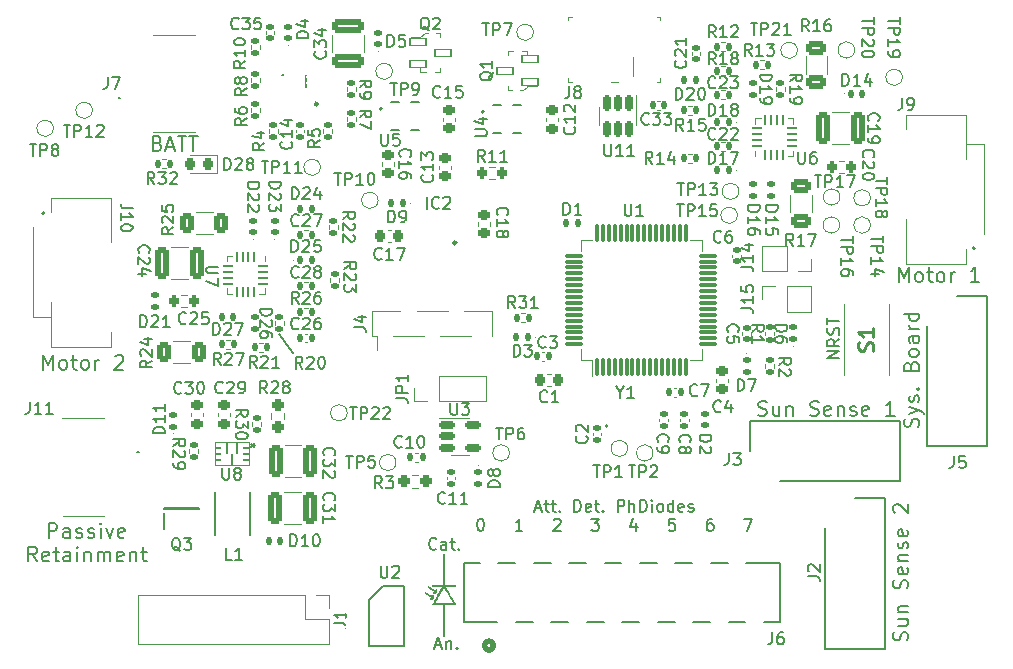
<source format=gto>
%TF.GenerationSoftware,KiCad,Pcbnew,(6.0.11-0)*%
%TF.CreationDate,2023-04-07T11:55:25-07:00*%
%TF.ProjectId,SADA_Board,53414441-5f42-46f6-9172-642e6b696361,rev?*%
%TF.SameCoordinates,Original*%
%TF.FileFunction,Legend,Top*%
%TF.FilePolarity,Positive*%
%FSLAX46Y46*%
G04 Gerber Fmt 4.6, Leading zero omitted, Abs format (unit mm)*
G04 Created by KiCad (PCBNEW (6.0.11-0)) date 2023-04-07 11:55:25*
%MOMM*%
%LPD*%
G01*
G04 APERTURE LIST*
G04 Aperture macros list*
%AMRoundRect*
0 Rectangle with rounded corners*
0 $1 Rounding radius*
0 $2 $3 $4 $5 $6 $7 $8 $9 X,Y pos of 4 corners*
0 Add a 4 corners polygon primitive as box body*
4,1,4,$2,$3,$4,$5,$6,$7,$8,$9,$2,$3,0*
0 Add four circle primitives for the rounded corners*
1,1,$1+$1,$2,$3*
1,1,$1+$1,$4,$5*
1,1,$1+$1,$6,$7*
1,1,$1+$1,$8,$9*
0 Add four rect primitives between the rounded corners*
20,1,$1+$1,$2,$3,$4,$5,0*
20,1,$1+$1,$4,$5,$6,$7,0*
20,1,$1+$1,$6,$7,$8,$9,0*
20,1,$1+$1,$8,$9,$2,$3,0*%
G04 Aperture macros list end*
%ADD10C,0.150000*%
%ADD11C,0.200000*%
%ADD12C,0.254000*%
%ADD13C,0.120000*%
%ADD14C,0.100000*%
%ADD15C,0.152400*%
%ADD16C,0.508000*%
%ADD17C,0.250000*%
%ADD18RoundRect,0.135000X-0.185000X0.135000X-0.185000X-0.135000X0.185000X-0.135000X0.185000X0.135000X0*%
%ADD19RoundRect,0.147500X0.147500X0.172500X-0.147500X0.172500X-0.147500X-0.172500X0.147500X-0.172500X0*%
%ADD20RoundRect,0.140000X0.170000X-0.140000X0.170000X0.140000X-0.170000X0.140000X-0.170000X-0.140000X0*%
%ADD21RoundRect,0.147500X0.172500X-0.147500X0.172500X0.147500X-0.172500X0.147500X-0.172500X-0.147500X0*%
%ADD22R,1.350000X1.350000*%
%ADD23O,1.350000X1.350000*%
%ADD24RoundRect,0.225000X0.250000X-0.225000X0.250000X0.225000X-0.250000X0.225000X-0.250000X-0.225000X0*%
%ADD25RoundRect,0.070000X0.650000X0.300000X-0.650000X0.300000X-0.650000X-0.300000X0.650000X-0.300000X0*%
%ADD26RoundRect,0.200000X0.200000X0.275000X-0.200000X0.275000X-0.200000X-0.275000X0.200000X-0.275000X0*%
%ADD27R,0.914400X3.302000*%
%ADD28RoundRect,0.135000X-0.135000X-0.185000X0.135000X-0.185000X0.135000X0.185000X-0.135000X0.185000X0*%
%ADD29C,1.000000*%
%ADD30RoundRect,0.250000X0.325000X1.100000X-0.325000X1.100000X-0.325000X-1.100000X0.325000X-1.100000X0*%
%ADD31R,7.000000X1.240000*%
%ADD32R,8.000000X1.100000*%
%ADD33RoundRect,0.250000X0.312500X0.625000X-0.312500X0.625000X-0.312500X-0.625000X0.312500X-0.625000X0*%
%ADD34R,0.850000X2.350000*%
%ADD35RoundRect,0.225000X-0.225000X-0.250000X0.225000X-0.250000X0.225000X0.250000X-0.225000X0.250000X0*%
%ADD36RoundRect,0.237500X0.237500X-0.250000X0.237500X0.250000X-0.237500X0.250000X-0.237500X-0.250000X0*%
%ADD37RoundRect,0.147500X-0.172500X0.147500X-0.172500X-0.147500X0.172500X-0.147500X0.172500X0.147500X0*%
%ADD38RoundRect,0.140000X-0.140000X-0.170000X0.140000X-0.170000X0.140000X0.170000X-0.140000X0.170000X0*%
%ADD39RoundRect,0.200000X-0.200000X-0.275000X0.200000X-0.275000X0.200000X0.275000X-0.200000X0.275000X0*%
%ADD40RoundRect,0.070000X-0.650000X-0.300000X0.650000X-0.300000X0.650000X0.300000X-0.650000X0.300000X0*%
%ADD41RoundRect,0.135000X0.135000X0.185000X-0.135000X0.185000X-0.135000X-0.185000X0.135000X-0.185000X0*%
%ADD42R,0.600000X1.300000*%
%ADD43R,0.850000X0.250000*%
%ADD44R,0.250000X0.850000*%
%ADD45R,1.700000X2.700000*%
%ADD46RoundRect,0.150000X-0.512500X-0.150000X0.512500X-0.150000X0.512500X0.150000X-0.512500X0.150000X0*%
%ADD47RoundRect,0.150000X-0.150000X0.512500X-0.150000X-0.512500X0.150000X-0.512500X0.150000X0.512500X0*%
%ADD48RoundRect,0.237500X0.250000X0.237500X-0.250000X0.237500X-0.250000X-0.237500X0.250000X-0.237500X0*%
%ADD49RoundRect,0.250000X0.625000X-0.312500X0.625000X0.312500X-0.625000X0.312500X-0.625000X-0.312500X0*%
%ADD50RoundRect,0.250000X-0.625000X0.312500X-0.625000X-0.312500X0.625000X-0.312500X0.625000X0.312500X0*%
%ADD51RoundRect,0.218750X0.218750X0.256250X-0.218750X0.256250X-0.218750X-0.256250X0.218750X-0.256250X0*%
%ADD52RoundRect,0.135000X0.185000X-0.135000X0.185000X0.135000X-0.185000X0.135000X-0.185000X-0.135000X0*%
%ADD53RoundRect,0.225000X-0.250000X0.225000X-0.250000X-0.225000X0.250000X-0.225000X0.250000X0.225000X0*%
%ADD54RoundRect,0.225000X0.225000X0.250000X-0.225000X0.250000X-0.225000X-0.250000X0.225000X-0.250000X0*%
%ADD55RoundRect,0.062500X0.062500X-0.325000X0.062500X0.325000X-0.062500X0.325000X-0.062500X-0.325000X0*%
%ADD56RoundRect,0.062500X0.325000X-0.062500X0.325000X0.062500X-0.325000X0.062500X-0.325000X-0.062500X0*%
%ADD57R,1.800000X1.800000*%
%ADD58R,1.400000X1.000000*%
%ADD59R,0.600000X1.750000*%
%ADD60R,0.660400X0.304800*%
%ADD61R,0.990600X1.701800*%
%ADD62RoundRect,0.140000X-0.170000X0.140000X-0.170000X-0.140000X0.170000X-0.140000X0.170000X0.140000X0*%
%ADD63R,1.650000X1.650000*%
%ADD64C,1.650000*%
%ADD65RoundRect,0.147500X-0.147500X-0.172500X0.147500X-0.172500X0.147500X0.172500X-0.147500X0.172500X0*%
%ADD66C,5.000000*%
%ADD67R,3.180000X1.270000*%
%ADD68RoundRect,0.250000X-0.325000X-1.100000X0.325000X-1.100000X0.325000X1.100000X-0.325000X1.100000X0*%
%ADD69RoundRect,0.075000X0.075000X-0.700000X0.075000X0.700000X-0.075000X0.700000X-0.075000X-0.700000X0*%
%ADD70RoundRect,0.075000X0.700000X-0.075000X0.700000X0.075000X-0.700000X0.075000X-0.700000X-0.075000X0*%
%ADD71R,1.200000X1.000000*%
%ADD72RoundRect,0.250000X1.100000X-0.325000X1.100000X0.325000X-1.100000X0.325000X-1.100000X-0.325000X0*%
%ADD73RoundRect,0.062500X-0.212500X0.062500X-0.212500X-0.062500X0.212500X-0.062500X0.212500X0.062500X0*%
%ADD74RoundRect,0.050000X0.050000X-0.450000X0.050000X0.450000X-0.050000X0.450000X-0.050000X-0.450000X0*%
%ADD75O,1.400000X0.349999*%
%ADD76R,0.600000X0.300000*%
%ADD77R,1.200000X1.700000*%
%ADD78RoundRect,0.062500X-0.062500X0.325000X-0.062500X-0.325000X0.062500X-0.325000X0.062500X0.325000X0*%
%ADD79RoundRect,0.062500X-0.325000X0.062500X-0.325000X-0.062500X0.325000X-0.062500X0.325000X0.062500X0*%
%ADD80R,0.400000X1.750000*%
%ADD81O,1.300000X3.150000*%
%ADD82R,1.825000X0.700000*%
%ADD83R,1.425000X2.500000*%
%ADD84R,2.000000X1.400000*%
G04 APERTURE END LIST*
D10*
X126892000Y-95420000D02*
X128092000Y-97080000D01*
D11*
X179348104Y-91029476D02*
X179348104Y-89779476D01*
X179764771Y-90672333D01*
X180181438Y-89779476D01*
X180181438Y-91029476D01*
X180955247Y-91029476D02*
X180836200Y-90969952D01*
X180776676Y-90910428D01*
X180717152Y-90791380D01*
X180717152Y-90434238D01*
X180776676Y-90315190D01*
X180836200Y-90255666D01*
X180955247Y-90196142D01*
X181133819Y-90196142D01*
X181252866Y-90255666D01*
X181312390Y-90315190D01*
X181371914Y-90434238D01*
X181371914Y-90791380D01*
X181312390Y-90910428D01*
X181252866Y-90969952D01*
X181133819Y-91029476D01*
X180955247Y-91029476D01*
X181729057Y-90196142D02*
X182205247Y-90196142D01*
X181907628Y-89779476D02*
X181907628Y-90850904D01*
X181967152Y-90969952D01*
X182086200Y-91029476D01*
X182205247Y-91029476D01*
X182800485Y-91029476D02*
X182681438Y-90969952D01*
X182621914Y-90910428D01*
X182562390Y-90791380D01*
X182562390Y-90434238D01*
X182621914Y-90315190D01*
X182681438Y-90255666D01*
X182800485Y-90196142D01*
X182979057Y-90196142D01*
X183098104Y-90255666D01*
X183157628Y-90315190D01*
X183217152Y-90434238D01*
X183217152Y-90791380D01*
X183157628Y-90910428D01*
X183098104Y-90969952D01*
X182979057Y-91029476D01*
X182800485Y-91029476D01*
X183752866Y-91029476D02*
X183752866Y-90196142D01*
X183752866Y-90434238D02*
X183812390Y-90315190D01*
X183871914Y-90255666D01*
X183990961Y-90196142D01*
X184110009Y-90196142D01*
X186133819Y-91029476D02*
X185419533Y-91029476D01*
X185776676Y-91029476D02*
X185776676Y-89779476D01*
X185657628Y-89958047D01*
X185538580Y-90077095D01*
X185419533Y-90136619D01*
D10*
X140191333Y-113597142D02*
X140143714Y-113644761D01*
X140000857Y-113692380D01*
X139905619Y-113692380D01*
X139762761Y-113644761D01*
X139667523Y-113549523D01*
X139619904Y-113454285D01*
X139572285Y-113263809D01*
X139572285Y-113120952D01*
X139619904Y-112930476D01*
X139667523Y-112835238D01*
X139762761Y-112740000D01*
X139905619Y-112692380D01*
X140000857Y-112692380D01*
X140143714Y-112740000D01*
X140191333Y-112787619D01*
X141048476Y-113692380D02*
X141048476Y-113168571D01*
X141000857Y-113073333D01*
X140905619Y-113025714D01*
X140715142Y-113025714D01*
X140619904Y-113073333D01*
X141048476Y-113644761D02*
X140953238Y-113692380D01*
X140715142Y-113692380D01*
X140619904Y-113644761D01*
X140572285Y-113549523D01*
X140572285Y-113454285D01*
X140619904Y-113359047D01*
X140715142Y-113311428D01*
X140953238Y-113311428D01*
X141048476Y-113263809D01*
X141381809Y-113025714D02*
X141762761Y-113025714D01*
X141524666Y-112692380D02*
X141524666Y-113549523D01*
X141572285Y-113644761D01*
X141667523Y-113692380D01*
X141762761Y-113692380D01*
X142096095Y-113597142D02*
X142143714Y-113644761D01*
X142096095Y-113692380D01*
X142048476Y-113644761D01*
X142096095Y-113597142D01*
X142096095Y-113692380D01*
X148588723Y-110196466D02*
X149064914Y-110196466D01*
X148493485Y-110482180D02*
X148826819Y-109482180D01*
X149160152Y-110482180D01*
X149350628Y-109815514D02*
X149731580Y-109815514D01*
X149493485Y-109482180D02*
X149493485Y-110339323D01*
X149541104Y-110434561D01*
X149636342Y-110482180D01*
X149731580Y-110482180D01*
X149922057Y-109815514D02*
X150303009Y-109815514D01*
X150064914Y-109482180D02*
X150064914Y-110339323D01*
X150112533Y-110434561D01*
X150207771Y-110482180D01*
X150303009Y-110482180D01*
X150636342Y-110386942D02*
X150683961Y-110434561D01*
X150636342Y-110482180D01*
X150588723Y-110434561D01*
X150636342Y-110386942D01*
X150636342Y-110482180D01*
X151874438Y-110482180D02*
X151874438Y-109482180D01*
X152112533Y-109482180D01*
X152255390Y-109529800D01*
X152350628Y-109625038D01*
X152398247Y-109720276D01*
X152445866Y-109910752D01*
X152445866Y-110053609D01*
X152398247Y-110244085D01*
X152350628Y-110339323D01*
X152255390Y-110434561D01*
X152112533Y-110482180D01*
X151874438Y-110482180D01*
X153255390Y-110434561D02*
X153160152Y-110482180D01*
X152969676Y-110482180D01*
X152874438Y-110434561D01*
X152826819Y-110339323D01*
X152826819Y-109958371D01*
X152874438Y-109863133D01*
X152969676Y-109815514D01*
X153160152Y-109815514D01*
X153255390Y-109863133D01*
X153303009Y-109958371D01*
X153303009Y-110053609D01*
X152826819Y-110148847D01*
X153588723Y-109815514D02*
X153969676Y-109815514D01*
X153731580Y-109482180D02*
X153731580Y-110339323D01*
X153779200Y-110434561D01*
X153874438Y-110482180D01*
X153969676Y-110482180D01*
X154303009Y-110386942D02*
X154350628Y-110434561D01*
X154303009Y-110482180D01*
X154255390Y-110434561D01*
X154303009Y-110386942D01*
X154303009Y-110482180D01*
X155541104Y-110482180D02*
X155541104Y-109482180D01*
X155922057Y-109482180D01*
X156017295Y-109529800D01*
X156064914Y-109577419D01*
X156112533Y-109672657D01*
X156112533Y-109815514D01*
X156064914Y-109910752D01*
X156017295Y-109958371D01*
X155922057Y-110005990D01*
X155541104Y-110005990D01*
X156541104Y-110482180D02*
X156541104Y-109482180D01*
X156969676Y-110482180D02*
X156969676Y-109958371D01*
X156922057Y-109863133D01*
X156826819Y-109815514D01*
X156683961Y-109815514D01*
X156588723Y-109863133D01*
X156541104Y-109910752D01*
X157445866Y-110482180D02*
X157445866Y-109482180D01*
X157683961Y-109482180D01*
X157826819Y-109529800D01*
X157922057Y-109625038D01*
X157969676Y-109720276D01*
X158017295Y-109910752D01*
X158017295Y-110053609D01*
X157969676Y-110244085D01*
X157922057Y-110339323D01*
X157826819Y-110434561D01*
X157683961Y-110482180D01*
X157445866Y-110482180D01*
X158445866Y-110482180D02*
X158445866Y-109815514D01*
X158445866Y-109482180D02*
X158398247Y-109529800D01*
X158445866Y-109577419D01*
X158493485Y-109529800D01*
X158445866Y-109482180D01*
X158445866Y-109577419D01*
X159064914Y-110482180D02*
X158969676Y-110434561D01*
X158922057Y-110386942D01*
X158874438Y-110291704D01*
X158874438Y-110005990D01*
X158922057Y-109910752D01*
X158969676Y-109863133D01*
X159064914Y-109815514D01*
X159207771Y-109815514D01*
X159303009Y-109863133D01*
X159350628Y-109910752D01*
X159398247Y-110005990D01*
X159398247Y-110291704D01*
X159350628Y-110386942D01*
X159303009Y-110434561D01*
X159207771Y-110482180D01*
X159064914Y-110482180D01*
X160255390Y-110482180D02*
X160255390Y-109482180D01*
X160255390Y-110434561D02*
X160160152Y-110482180D01*
X159969676Y-110482180D01*
X159874438Y-110434561D01*
X159826819Y-110386942D01*
X159779200Y-110291704D01*
X159779200Y-110005990D01*
X159826819Y-109910752D01*
X159874438Y-109863133D01*
X159969676Y-109815514D01*
X160160152Y-109815514D01*
X160255390Y-109863133D01*
X161112533Y-110434561D02*
X161017295Y-110482180D01*
X160826819Y-110482180D01*
X160731580Y-110434561D01*
X160683961Y-110339323D01*
X160683961Y-109958371D01*
X160731580Y-109863133D01*
X160826819Y-109815514D01*
X161017295Y-109815514D01*
X161112533Y-109863133D01*
X161160152Y-109958371D01*
X161160152Y-110053609D01*
X160683961Y-110148847D01*
X161541104Y-110434561D02*
X161636342Y-110482180D01*
X161826819Y-110482180D01*
X161922057Y-110434561D01*
X161969676Y-110339323D01*
X161969676Y-110291704D01*
X161922057Y-110196466D01*
X161826819Y-110148847D01*
X161683961Y-110148847D01*
X161588723Y-110101228D01*
X161541104Y-110005990D01*
X161541104Y-109958371D01*
X161588723Y-109863133D01*
X161683961Y-109815514D01*
X161826819Y-109815514D01*
X161922057Y-109863133D01*
X143898247Y-111092180D02*
X143993485Y-111092180D01*
X144088723Y-111139800D01*
X144136342Y-111187419D01*
X144183961Y-111282657D01*
X144231580Y-111473133D01*
X144231580Y-111711228D01*
X144183961Y-111901704D01*
X144136342Y-111996942D01*
X144088723Y-112044561D01*
X143993485Y-112092180D01*
X143898247Y-112092180D01*
X143803009Y-112044561D01*
X143755390Y-111996942D01*
X143707771Y-111901704D01*
X143660152Y-111711228D01*
X143660152Y-111473133D01*
X143707771Y-111282657D01*
X143755390Y-111187419D01*
X143803009Y-111139800D01*
X143898247Y-111092180D01*
X147469676Y-112092180D02*
X146898247Y-112092180D01*
X147183961Y-112092180D02*
X147183961Y-111092180D01*
X147088723Y-111235038D01*
X146993485Y-111330276D01*
X146898247Y-111377895D01*
X150136342Y-111187419D02*
X150183961Y-111139800D01*
X150279200Y-111092180D01*
X150517295Y-111092180D01*
X150612533Y-111139800D01*
X150660152Y-111187419D01*
X150707771Y-111282657D01*
X150707771Y-111377895D01*
X150660152Y-111520752D01*
X150088723Y-112092180D01*
X150707771Y-112092180D01*
X153326819Y-111092180D02*
X153945866Y-111092180D01*
X153612533Y-111473133D01*
X153755390Y-111473133D01*
X153850628Y-111520752D01*
X153898247Y-111568371D01*
X153945866Y-111663609D01*
X153945866Y-111901704D01*
X153898247Y-111996942D01*
X153850628Y-112044561D01*
X153755390Y-112092180D01*
X153469676Y-112092180D01*
X153374438Y-112044561D01*
X153326819Y-111996942D01*
X157088723Y-111425514D02*
X157088723Y-112092180D01*
X156850628Y-111044561D02*
X156612533Y-111758847D01*
X157231580Y-111758847D01*
X160374438Y-111092180D02*
X159898247Y-111092180D01*
X159850628Y-111568371D01*
X159898247Y-111520752D01*
X159993485Y-111473133D01*
X160231580Y-111473133D01*
X160326819Y-111520752D01*
X160374438Y-111568371D01*
X160422057Y-111663609D01*
X160422057Y-111901704D01*
X160374438Y-111996942D01*
X160326819Y-112044561D01*
X160231580Y-112092180D01*
X159993485Y-112092180D01*
X159898247Y-112044561D01*
X159850628Y-111996942D01*
X163564914Y-111092180D02*
X163374438Y-111092180D01*
X163279199Y-111139800D01*
X163231580Y-111187419D01*
X163136342Y-111330276D01*
X163088723Y-111520752D01*
X163088723Y-111901704D01*
X163136342Y-111996942D01*
X163183961Y-112044561D01*
X163279199Y-112092180D01*
X163469676Y-112092180D01*
X163564914Y-112044561D01*
X163612533Y-111996942D01*
X163660152Y-111901704D01*
X163660152Y-111663609D01*
X163612533Y-111568371D01*
X163564914Y-111520752D01*
X163469676Y-111473133D01*
X163279199Y-111473133D01*
X163183961Y-111520752D01*
X163136342Y-111568371D01*
X163088723Y-111663609D01*
X166279199Y-111092180D02*
X166945866Y-111092180D01*
X166517295Y-112092180D01*
D11*
X180067552Y-121383809D02*
X180127076Y-121205238D01*
X180127076Y-120907619D01*
X180067552Y-120788571D01*
X180008028Y-120729047D01*
X179888980Y-120669523D01*
X179769933Y-120669523D01*
X179650885Y-120729047D01*
X179591361Y-120788571D01*
X179531838Y-120907619D01*
X179472314Y-121145714D01*
X179412790Y-121264761D01*
X179353266Y-121324285D01*
X179234219Y-121383809D01*
X179115171Y-121383809D01*
X178996123Y-121324285D01*
X178936600Y-121264761D01*
X178877076Y-121145714D01*
X178877076Y-120848095D01*
X178936600Y-120669523D01*
X179293742Y-119598095D02*
X180127076Y-119598095D01*
X179293742Y-120133809D02*
X179948504Y-120133809D01*
X180067552Y-120074285D01*
X180127076Y-119955238D01*
X180127076Y-119776666D01*
X180067552Y-119657619D01*
X180008028Y-119598095D01*
X179293742Y-119002857D02*
X180127076Y-119002857D01*
X179412790Y-119002857D02*
X179353266Y-118943333D01*
X179293742Y-118824285D01*
X179293742Y-118645714D01*
X179353266Y-118526666D01*
X179472314Y-118467142D01*
X180127076Y-118467142D01*
X180067552Y-116979047D02*
X180127076Y-116800476D01*
X180127076Y-116502857D01*
X180067552Y-116383809D01*
X180008028Y-116324285D01*
X179888980Y-116264761D01*
X179769933Y-116264761D01*
X179650885Y-116324285D01*
X179591361Y-116383809D01*
X179531838Y-116502857D01*
X179472314Y-116740952D01*
X179412790Y-116860000D01*
X179353266Y-116919523D01*
X179234219Y-116979047D01*
X179115171Y-116979047D01*
X178996123Y-116919523D01*
X178936600Y-116860000D01*
X178877076Y-116740952D01*
X178877076Y-116443333D01*
X178936600Y-116264761D01*
X180067552Y-115252857D02*
X180127076Y-115371904D01*
X180127076Y-115610000D01*
X180067552Y-115729047D01*
X179948504Y-115788571D01*
X179472314Y-115788571D01*
X179353266Y-115729047D01*
X179293742Y-115610000D01*
X179293742Y-115371904D01*
X179353266Y-115252857D01*
X179472314Y-115193333D01*
X179591361Y-115193333D01*
X179710409Y-115788571D01*
X179293742Y-114657619D02*
X180127076Y-114657619D01*
X179412790Y-114657619D02*
X179353266Y-114598095D01*
X179293742Y-114479047D01*
X179293742Y-114300476D01*
X179353266Y-114181428D01*
X179472314Y-114121904D01*
X180127076Y-114121904D01*
X180067552Y-113586190D02*
X180127076Y-113467142D01*
X180127076Y-113229047D01*
X180067552Y-113110000D01*
X179948504Y-113050476D01*
X179888980Y-113050476D01*
X179769933Y-113110000D01*
X179710409Y-113229047D01*
X179710409Y-113407619D01*
X179650885Y-113526666D01*
X179531838Y-113586190D01*
X179472314Y-113586190D01*
X179353266Y-113526666D01*
X179293742Y-113407619D01*
X179293742Y-113229047D01*
X179353266Y-113110000D01*
X180067552Y-112038571D02*
X180127076Y-112157619D01*
X180127076Y-112395714D01*
X180067552Y-112514761D01*
X179948504Y-112574285D01*
X179472314Y-112574285D01*
X179353266Y-112514761D01*
X179293742Y-112395714D01*
X179293742Y-112157619D01*
X179353266Y-112038571D01*
X179472314Y-111979047D01*
X179591361Y-111979047D01*
X179710409Y-112574285D01*
X178996123Y-110550476D02*
X178936600Y-110490952D01*
X178877076Y-110371904D01*
X178877076Y-110074285D01*
X178936600Y-109955238D01*
X178996123Y-109895714D01*
X179115171Y-109836190D01*
X179234219Y-109836190D01*
X179412790Y-109895714D01*
X180127076Y-110610000D01*
X180127076Y-109836190D01*
X107360914Y-112680026D02*
X107360914Y-111430026D01*
X107837104Y-111430026D01*
X107956152Y-111489550D01*
X108015676Y-111549073D01*
X108075200Y-111668121D01*
X108075200Y-111846692D01*
X108015676Y-111965740D01*
X107956152Y-112025264D01*
X107837104Y-112084788D01*
X107360914Y-112084788D01*
X109146628Y-112680026D02*
X109146628Y-112025264D01*
X109087104Y-111906216D01*
X108968057Y-111846692D01*
X108729961Y-111846692D01*
X108610914Y-111906216D01*
X109146628Y-112620502D02*
X109027580Y-112680026D01*
X108729961Y-112680026D01*
X108610914Y-112620502D01*
X108551390Y-112501454D01*
X108551390Y-112382407D01*
X108610914Y-112263359D01*
X108729961Y-112203835D01*
X109027580Y-112203835D01*
X109146628Y-112144311D01*
X109682342Y-112620502D02*
X109801390Y-112680026D01*
X110039485Y-112680026D01*
X110158533Y-112620502D01*
X110218057Y-112501454D01*
X110218057Y-112441930D01*
X110158533Y-112322883D01*
X110039485Y-112263359D01*
X109860914Y-112263359D01*
X109741866Y-112203835D01*
X109682342Y-112084788D01*
X109682342Y-112025264D01*
X109741866Y-111906216D01*
X109860914Y-111846692D01*
X110039485Y-111846692D01*
X110158533Y-111906216D01*
X110694247Y-112620502D02*
X110813295Y-112680026D01*
X111051390Y-112680026D01*
X111170438Y-112620502D01*
X111229961Y-112501454D01*
X111229961Y-112441930D01*
X111170438Y-112322883D01*
X111051390Y-112263359D01*
X110872819Y-112263359D01*
X110753771Y-112203835D01*
X110694247Y-112084788D01*
X110694247Y-112025264D01*
X110753771Y-111906216D01*
X110872819Y-111846692D01*
X111051390Y-111846692D01*
X111170438Y-111906216D01*
X111765676Y-112680026D02*
X111765676Y-111846692D01*
X111765676Y-111430026D02*
X111706152Y-111489550D01*
X111765676Y-111549073D01*
X111825200Y-111489550D01*
X111765676Y-111430026D01*
X111765676Y-111549073D01*
X112241866Y-111846692D02*
X112539485Y-112680026D01*
X112837104Y-111846692D01*
X113789485Y-112620502D02*
X113670438Y-112680026D01*
X113432342Y-112680026D01*
X113313295Y-112620502D01*
X113253771Y-112501454D01*
X113253771Y-112025264D01*
X113313295Y-111906216D01*
X113432342Y-111846692D01*
X113670438Y-111846692D01*
X113789485Y-111906216D01*
X113849009Y-112025264D01*
X113849009Y-112144311D01*
X113253771Y-112263359D01*
X106349009Y-114692526D02*
X105932342Y-114097288D01*
X105634723Y-114692526D02*
X105634723Y-113442526D01*
X106110914Y-113442526D01*
X106229961Y-113502050D01*
X106289485Y-113561573D01*
X106349009Y-113680621D01*
X106349009Y-113859192D01*
X106289485Y-113978240D01*
X106229961Y-114037764D01*
X106110914Y-114097288D01*
X105634723Y-114097288D01*
X107360914Y-114633002D02*
X107241866Y-114692526D01*
X107003771Y-114692526D01*
X106884723Y-114633002D01*
X106825200Y-114513954D01*
X106825200Y-114037764D01*
X106884723Y-113918716D01*
X107003771Y-113859192D01*
X107241866Y-113859192D01*
X107360914Y-113918716D01*
X107420438Y-114037764D01*
X107420438Y-114156811D01*
X106825200Y-114275859D01*
X107777580Y-113859192D02*
X108253771Y-113859192D01*
X107956152Y-113442526D02*
X107956152Y-114513954D01*
X108015676Y-114633002D01*
X108134723Y-114692526D01*
X108253771Y-114692526D01*
X109206152Y-114692526D02*
X109206152Y-114037764D01*
X109146628Y-113918716D01*
X109027580Y-113859192D01*
X108789485Y-113859192D01*
X108670438Y-113918716D01*
X109206152Y-114633002D02*
X109087104Y-114692526D01*
X108789485Y-114692526D01*
X108670438Y-114633002D01*
X108610914Y-114513954D01*
X108610914Y-114394907D01*
X108670438Y-114275859D01*
X108789485Y-114216335D01*
X109087104Y-114216335D01*
X109206152Y-114156811D01*
X109801390Y-114692526D02*
X109801390Y-113859192D01*
X109801390Y-113442526D02*
X109741866Y-113502050D01*
X109801390Y-113561573D01*
X109860914Y-113502050D01*
X109801390Y-113442526D01*
X109801390Y-113561573D01*
X110396628Y-113859192D02*
X110396628Y-114692526D01*
X110396628Y-113978240D02*
X110456152Y-113918716D01*
X110575200Y-113859192D01*
X110753771Y-113859192D01*
X110872819Y-113918716D01*
X110932342Y-114037764D01*
X110932342Y-114692526D01*
X111527580Y-114692526D02*
X111527580Y-113859192D01*
X111527580Y-113978240D02*
X111587104Y-113918716D01*
X111706152Y-113859192D01*
X111884723Y-113859192D01*
X112003771Y-113918716D01*
X112063295Y-114037764D01*
X112063295Y-114692526D01*
X112063295Y-114037764D02*
X112122819Y-113918716D01*
X112241866Y-113859192D01*
X112420438Y-113859192D01*
X112539485Y-113918716D01*
X112599009Y-114037764D01*
X112599009Y-114692526D01*
X113670438Y-114633002D02*
X113551390Y-114692526D01*
X113313295Y-114692526D01*
X113194247Y-114633002D01*
X113134723Y-114513954D01*
X113134723Y-114037764D01*
X113194247Y-113918716D01*
X113313295Y-113859192D01*
X113551390Y-113859192D01*
X113670438Y-113918716D01*
X113729961Y-114037764D01*
X113729961Y-114156811D01*
X113134723Y-114275859D01*
X114265676Y-113859192D02*
X114265676Y-114692526D01*
X114265676Y-113978240D02*
X114325200Y-113918716D01*
X114444247Y-113859192D01*
X114622819Y-113859192D01*
X114741866Y-113918716D01*
X114801390Y-114037764D01*
X114801390Y-114692526D01*
X115218057Y-113859192D02*
X115694247Y-113859192D01*
X115396628Y-113442526D02*
X115396628Y-114513954D01*
X115456152Y-114633002D01*
X115575200Y-114692526D01*
X115694247Y-114692526D01*
X180981952Y-103311828D02*
X181041476Y-103133257D01*
X181041476Y-102835638D01*
X180981952Y-102716590D01*
X180922428Y-102657066D01*
X180803380Y-102597542D01*
X180684333Y-102597542D01*
X180565285Y-102657066D01*
X180505761Y-102716590D01*
X180446238Y-102835638D01*
X180386714Y-103073733D01*
X180327190Y-103192780D01*
X180267666Y-103252304D01*
X180148619Y-103311828D01*
X180029571Y-103311828D01*
X179910523Y-103252304D01*
X179851000Y-103192780D01*
X179791476Y-103073733D01*
X179791476Y-102776114D01*
X179851000Y-102597542D01*
X180208142Y-102180876D02*
X181041476Y-101883257D01*
X180208142Y-101585638D02*
X181041476Y-101883257D01*
X181339095Y-102002304D01*
X181398619Y-102061828D01*
X181458142Y-102180876D01*
X180981952Y-101168971D02*
X181041476Y-101049923D01*
X181041476Y-100811828D01*
X180981952Y-100692780D01*
X180862904Y-100633257D01*
X180803380Y-100633257D01*
X180684333Y-100692780D01*
X180624809Y-100811828D01*
X180624809Y-100990400D01*
X180565285Y-101109447D01*
X180446238Y-101168971D01*
X180386714Y-101168971D01*
X180267666Y-101109447D01*
X180208142Y-100990400D01*
X180208142Y-100811828D01*
X180267666Y-100692780D01*
X180922428Y-100097542D02*
X180981952Y-100038019D01*
X181041476Y-100097542D01*
X180981952Y-100157066D01*
X180922428Y-100097542D01*
X181041476Y-100097542D01*
X180386714Y-98133257D02*
X180446238Y-97954685D01*
X180505761Y-97895161D01*
X180624809Y-97835638D01*
X180803380Y-97835638D01*
X180922428Y-97895161D01*
X180981952Y-97954685D01*
X181041476Y-98073733D01*
X181041476Y-98549923D01*
X179791476Y-98549923D01*
X179791476Y-98133257D01*
X179851000Y-98014209D01*
X179910523Y-97954685D01*
X180029571Y-97895161D01*
X180148619Y-97895161D01*
X180267666Y-97954685D01*
X180327190Y-98014209D01*
X180386714Y-98133257D01*
X180386714Y-98549923D01*
X181041476Y-97121352D02*
X180981952Y-97240400D01*
X180922428Y-97299923D01*
X180803380Y-97359447D01*
X180446238Y-97359447D01*
X180327190Y-97299923D01*
X180267666Y-97240400D01*
X180208142Y-97121352D01*
X180208142Y-96942780D01*
X180267666Y-96823733D01*
X180327190Y-96764209D01*
X180446238Y-96704685D01*
X180803380Y-96704685D01*
X180922428Y-96764209D01*
X180981952Y-96823733D01*
X181041476Y-96942780D01*
X181041476Y-97121352D01*
X181041476Y-95633257D02*
X180386714Y-95633257D01*
X180267666Y-95692780D01*
X180208142Y-95811828D01*
X180208142Y-96049923D01*
X180267666Y-96168971D01*
X180981952Y-95633257D02*
X181041476Y-95752304D01*
X181041476Y-96049923D01*
X180981952Y-96168971D01*
X180862904Y-96228495D01*
X180743857Y-96228495D01*
X180624809Y-96168971D01*
X180565285Y-96049923D01*
X180565285Y-95752304D01*
X180505761Y-95633257D01*
X181041476Y-95038019D02*
X180208142Y-95038019D01*
X180446238Y-95038019D02*
X180327190Y-94978495D01*
X180267666Y-94918971D01*
X180208142Y-94799923D01*
X180208142Y-94680876D01*
X181041476Y-93728495D02*
X179791476Y-93728495D01*
X180981952Y-93728495D02*
X181041476Y-93847542D01*
X181041476Y-94085638D01*
X180981952Y-94204685D01*
X180922428Y-94264209D01*
X180803380Y-94323733D01*
X180446238Y-94323733D01*
X180327190Y-94264209D01*
X180267666Y-94204685D01*
X180208142Y-94085638D01*
X180208142Y-93847542D01*
X180267666Y-93728495D01*
X106907304Y-98446276D02*
X106907304Y-97196276D01*
X107323971Y-98089133D01*
X107740638Y-97196276D01*
X107740638Y-98446276D01*
X108514447Y-98446276D02*
X108395400Y-98386752D01*
X108335876Y-98327228D01*
X108276352Y-98208180D01*
X108276352Y-97851038D01*
X108335876Y-97731990D01*
X108395400Y-97672466D01*
X108514447Y-97612942D01*
X108693019Y-97612942D01*
X108812066Y-97672466D01*
X108871590Y-97731990D01*
X108931114Y-97851038D01*
X108931114Y-98208180D01*
X108871590Y-98327228D01*
X108812066Y-98386752D01*
X108693019Y-98446276D01*
X108514447Y-98446276D01*
X109288257Y-97612942D02*
X109764447Y-97612942D01*
X109466828Y-97196276D02*
X109466828Y-98267704D01*
X109526352Y-98386752D01*
X109645400Y-98446276D01*
X109764447Y-98446276D01*
X110359685Y-98446276D02*
X110240638Y-98386752D01*
X110181114Y-98327228D01*
X110121590Y-98208180D01*
X110121590Y-97851038D01*
X110181114Y-97731990D01*
X110240638Y-97672466D01*
X110359685Y-97612942D01*
X110538257Y-97612942D01*
X110657304Y-97672466D01*
X110716828Y-97731990D01*
X110776352Y-97851038D01*
X110776352Y-98208180D01*
X110716828Y-98327228D01*
X110657304Y-98386752D01*
X110538257Y-98446276D01*
X110359685Y-98446276D01*
X111312066Y-98446276D02*
X111312066Y-97612942D01*
X111312066Y-97851038D02*
X111371590Y-97731990D01*
X111431114Y-97672466D01*
X111550161Y-97612942D01*
X111669209Y-97612942D01*
X112978733Y-97315323D02*
X113038257Y-97255800D01*
X113157304Y-97196276D01*
X113454923Y-97196276D01*
X113573971Y-97255800D01*
X113633495Y-97315323D01*
X113693019Y-97434371D01*
X113693019Y-97553419D01*
X113633495Y-97731990D01*
X112919209Y-98446276D01*
X113693019Y-98446276D01*
X116593190Y-79300314D02*
X116771761Y-79359838D01*
X116831285Y-79419361D01*
X116890809Y-79538409D01*
X116890809Y-79716980D01*
X116831285Y-79836028D01*
X116771761Y-79895552D01*
X116652714Y-79955076D01*
X116176523Y-79955076D01*
X116176523Y-78705076D01*
X116593190Y-78705076D01*
X116712238Y-78764600D01*
X116771761Y-78824123D01*
X116831285Y-78943171D01*
X116831285Y-79062219D01*
X116771761Y-79181266D01*
X116712238Y-79240790D01*
X116593190Y-79300314D01*
X116176523Y-79300314D01*
X117367000Y-79597933D02*
X117962238Y-79597933D01*
X117247952Y-79955076D02*
X117664619Y-78705076D01*
X118081285Y-79955076D01*
X118319380Y-78705076D02*
X119033666Y-78705076D01*
X118676523Y-79955076D02*
X118676523Y-78705076D01*
X119271761Y-78705076D02*
X119986047Y-78705076D01*
X119628904Y-79955076D02*
X119628904Y-78705076D01*
X167437790Y-102298352D02*
X167616361Y-102357876D01*
X167913980Y-102357876D01*
X168033028Y-102298352D01*
X168092552Y-102238828D01*
X168152076Y-102119780D01*
X168152076Y-102000733D01*
X168092552Y-101881685D01*
X168033028Y-101822161D01*
X167913980Y-101762638D01*
X167675885Y-101703114D01*
X167556838Y-101643590D01*
X167497314Y-101584066D01*
X167437790Y-101465019D01*
X167437790Y-101345971D01*
X167497314Y-101226923D01*
X167556838Y-101167400D01*
X167675885Y-101107876D01*
X167973504Y-101107876D01*
X168152076Y-101167400D01*
X169223504Y-101524542D02*
X169223504Y-102357876D01*
X168687790Y-101524542D02*
X168687790Y-102179304D01*
X168747314Y-102298352D01*
X168866361Y-102357876D01*
X169044933Y-102357876D01*
X169163980Y-102298352D01*
X169223504Y-102238828D01*
X169818742Y-101524542D02*
X169818742Y-102357876D01*
X169818742Y-101643590D02*
X169878266Y-101584066D01*
X169997314Y-101524542D01*
X170175885Y-101524542D01*
X170294933Y-101584066D01*
X170354457Y-101703114D01*
X170354457Y-102357876D01*
X171842552Y-102298352D02*
X172021123Y-102357876D01*
X172318742Y-102357876D01*
X172437790Y-102298352D01*
X172497314Y-102238828D01*
X172556838Y-102119780D01*
X172556838Y-102000733D01*
X172497314Y-101881685D01*
X172437790Y-101822161D01*
X172318742Y-101762638D01*
X172080647Y-101703114D01*
X171961600Y-101643590D01*
X171902076Y-101584066D01*
X171842552Y-101465019D01*
X171842552Y-101345971D01*
X171902076Y-101226923D01*
X171961600Y-101167400D01*
X172080647Y-101107876D01*
X172378266Y-101107876D01*
X172556838Y-101167400D01*
X173568742Y-102298352D02*
X173449695Y-102357876D01*
X173211600Y-102357876D01*
X173092552Y-102298352D01*
X173033028Y-102179304D01*
X173033028Y-101703114D01*
X173092552Y-101584066D01*
X173211600Y-101524542D01*
X173449695Y-101524542D01*
X173568742Y-101584066D01*
X173628266Y-101703114D01*
X173628266Y-101822161D01*
X173033028Y-101941209D01*
X174163980Y-101524542D02*
X174163980Y-102357876D01*
X174163980Y-101643590D02*
X174223504Y-101584066D01*
X174342552Y-101524542D01*
X174521123Y-101524542D01*
X174640171Y-101584066D01*
X174699695Y-101703114D01*
X174699695Y-102357876D01*
X175235409Y-102298352D02*
X175354457Y-102357876D01*
X175592552Y-102357876D01*
X175711600Y-102298352D01*
X175771123Y-102179304D01*
X175771123Y-102119780D01*
X175711600Y-102000733D01*
X175592552Y-101941209D01*
X175413980Y-101941209D01*
X175294933Y-101881685D01*
X175235409Y-101762638D01*
X175235409Y-101703114D01*
X175294933Y-101584066D01*
X175413980Y-101524542D01*
X175592552Y-101524542D01*
X175711600Y-101584066D01*
X176783028Y-102298352D02*
X176663980Y-102357876D01*
X176425885Y-102357876D01*
X176306838Y-102298352D01*
X176247314Y-102179304D01*
X176247314Y-101703114D01*
X176306838Y-101584066D01*
X176425885Y-101524542D01*
X176663980Y-101524542D01*
X176783028Y-101584066D01*
X176842552Y-101703114D01*
X176842552Y-101822161D01*
X176247314Y-101941209D01*
X178985409Y-102357876D02*
X178271123Y-102357876D01*
X178628266Y-102357876D02*
X178628266Y-101107876D01*
X178509219Y-101286447D01*
X178390171Y-101405495D01*
X178271123Y-101465019D01*
D10*
X174310380Y-97482857D02*
X173310380Y-97482857D01*
X174310380Y-96911428D01*
X173310380Y-96911428D01*
X174310380Y-95863809D02*
X173834190Y-96197142D01*
X174310380Y-96435238D02*
X173310380Y-96435238D01*
X173310380Y-96054285D01*
X173358000Y-95959047D01*
X173405619Y-95911428D01*
X173500857Y-95863809D01*
X173643714Y-95863809D01*
X173738952Y-95911428D01*
X173786571Y-95959047D01*
X173834190Y-96054285D01*
X173834190Y-96435238D01*
X174262761Y-95482857D02*
X174310380Y-95340000D01*
X174310380Y-95101904D01*
X174262761Y-95006666D01*
X174215142Y-94959047D01*
X174119904Y-94911428D01*
X174024666Y-94911428D01*
X173929428Y-94959047D01*
X173881809Y-95006666D01*
X173834190Y-95101904D01*
X173786571Y-95292380D01*
X173738952Y-95387619D01*
X173691333Y-95435238D01*
X173596095Y-95482857D01*
X173500857Y-95482857D01*
X173405619Y-95435238D01*
X173358000Y-95387619D01*
X173310380Y-95292380D01*
X173310380Y-95054285D01*
X173358000Y-94911428D01*
X173310380Y-94625714D02*
X173310380Y-94054285D01*
X174310380Y-94340000D02*
X173310380Y-94340000D01*
X140129428Y-121806666D02*
X140605619Y-121806666D01*
X140034190Y-122092380D02*
X140367523Y-121092380D01*
X140700857Y-122092380D01*
X141034190Y-121425714D02*
X141034190Y-122092380D01*
X141034190Y-121520952D02*
X141081809Y-121473333D01*
X141177047Y-121425714D01*
X141319904Y-121425714D01*
X141415142Y-121473333D01*
X141462761Y-121568571D01*
X141462761Y-122092380D01*
X141938952Y-121997142D02*
X141986571Y-122044761D01*
X141938952Y-122092380D01*
X141891333Y-122044761D01*
X141938952Y-121997142D01*
X141938952Y-122092380D01*
%TO.C,R1*%
X166905619Y-95243333D02*
X167381809Y-94910000D01*
X166905619Y-94671904D02*
X167905619Y-94671904D01*
X167905619Y-95052857D01*
X167858000Y-95148095D01*
X167810380Y-95195714D01*
X167715142Y-95243333D01*
X167572285Y-95243333D01*
X167477047Y-95195714D01*
X167429428Y-95148095D01*
X167381809Y-95052857D01*
X167381809Y-94671904D01*
X166905619Y-96195714D02*
X166905619Y-95624285D01*
X166905619Y-95910000D02*
X167905619Y-95910000D01*
X167762761Y-95814761D01*
X167667523Y-95719523D01*
X167619904Y-95624285D01*
%TO.C,D1*%
X150950904Y-85328380D02*
X150950904Y-84328380D01*
X151189000Y-84328380D01*
X151331857Y-84376000D01*
X151427095Y-84471238D01*
X151474714Y-84566476D01*
X151522333Y-84756952D01*
X151522333Y-84899809D01*
X151474714Y-85090285D01*
X151427095Y-85185523D01*
X151331857Y-85280761D01*
X151189000Y-85328380D01*
X150950904Y-85328380D01*
X152474714Y-85328380D02*
X151903285Y-85328380D01*
X152189000Y-85328380D02*
X152189000Y-84328380D01*
X152093761Y-84471238D01*
X151998523Y-84566476D01*
X151903285Y-84614095D01*
%TO.C,C6*%
X164291333Y-87597142D02*
X164243714Y-87644761D01*
X164100857Y-87692380D01*
X164005619Y-87692380D01*
X163862761Y-87644761D01*
X163767523Y-87549523D01*
X163719904Y-87454285D01*
X163672285Y-87263809D01*
X163672285Y-87120952D01*
X163719904Y-86930476D01*
X163767523Y-86835238D01*
X163862761Y-86740000D01*
X164005619Y-86692380D01*
X164100857Y-86692380D01*
X164243714Y-86740000D01*
X164291333Y-86787619D01*
X165148476Y-86692380D02*
X164958000Y-86692380D01*
X164862761Y-86740000D01*
X164815142Y-86787619D01*
X164719904Y-86930476D01*
X164672285Y-87120952D01*
X164672285Y-87501904D01*
X164719904Y-87597142D01*
X164767523Y-87644761D01*
X164862761Y-87692380D01*
X165053238Y-87692380D01*
X165148476Y-87644761D01*
X165196095Y-87597142D01*
X165243714Y-87501904D01*
X165243714Y-87263809D01*
X165196095Y-87168571D01*
X165148476Y-87120952D01*
X165053238Y-87073333D01*
X164862761Y-87073333D01*
X164767523Y-87120952D01*
X164719904Y-87168571D01*
X164672285Y-87263809D01*
%TO.C,D4*%
X129366380Y-70374095D02*
X128366380Y-70374095D01*
X128366380Y-70136000D01*
X128414000Y-69993142D01*
X128509238Y-69897904D01*
X128604476Y-69850285D01*
X128794952Y-69802666D01*
X128937809Y-69802666D01*
X129128285Y-69850285D01*
X129223523Y-69897904D01*
X129318761Y-69993142D01*
X129366380Y-70136000D01*
X129366380Y-70374095D01*
X128699714Y-68945523D02*
X129366380Y-68945523D01*
X128318761Y-69183619D02*
X129033047Y-69421714D01*
X129033047Y-68802666D01*
%TO.C,JP1*%
X136771180Y-100873133D02*
X137485466Y-100873133D01*
X137628323Y-100920752D01*
X137723561Y-101015990D01*
X137771180Y-101158847D01*
X137771180Y-101254085D01*
X137771180Y-100396942D02*
X136771180Y-100396942D01*
X136771180Y-100015990D01*
X136818800Y-99920752D01*
X136866419Y-99873133D01*
X136961657Y-99825514D01*
X137104514Y-99825514D01*
X137199752Y-99873133D01*
X137247371Y-99920752D01*
X137294990Y-100015990D01*
X137294990Y-100396942D01*
X137771180Y-98873133D02*
X137771180Y-99444561D01*
X137771180Y-99158847D02*
X136771180Y-99158847D01*
X136914038Y-99254085D01*
X137009276Y-99349323D01*
X137056895Y-99444561D01*
%TO.C,C13*%
X139842142Y-81962857D02*
X139889761Y-82010476D01*
X139937380Y-82153333D01*
X139937380Y-82248571D01*
X139889761Y-82391428D01*
X139794523Y-82486666D01*
X139699285Y-82534285D01*
X139508809Y-82581904D01*
X139365952Y-82581904D01*
X139175476Y-82534285D01*
X139080238Y-82486666D01*
X138985000Y-82391428D01*
X138937380Y-82248571D01*
X138937380Y-82153333D01*
X138985000Y-82010476D01*
X139032619Y-81962857D01*
X139937380Y-81010476D02*
X139937380Y-81581904D01*
X139937380Y-81296190D02*
X138937380Y-81296190D01*
X139080238Y-81391428D01*
X139175476Y-81486666D01*
X139223095Y-81581904D01*
X138937380Y-80677142D02*
X138937380Y-80058095D01*
X139318333Y-80391428D01*
X139318333Y-80248571D01*
X139365952Y-80153333D01*
X139413571Y-80105714D01*
X139508809Y-80058095D01*
X139746904Y-80058095D01*
X139842142Y-80105714D01*
X139889761Y-80153333D01*
X139937380Y-80248571D01*
X139937380Y-80534285D01*
X139889761Y-80629523D01*
X139842142Y-80677142D01*
%TO.C,J1*%
X131543980Y-119940533D02*
X132258266Y-119940533D01*
X132401123Y-119988152D01*
X132496361Y-120083390D01*
X132543980Y-120226247D01*
X132543980Y-120321485D01*
X132543980Y-118940533D02*
X132543980Y-119511961D01*
X132543980Y-119226247D02*
X131543980Y-119226247D01*
X131686838Y-119321485D01*
X131782076Y-119416723D01*
X131829695Y-119511961D01*
%TO.C,Q1*%
X145006419Y-73236438D02*
X144958800Y-73331676D01*
X144863561Y-73426914D01*
X144720704Y-73569771D01*
X144673085Y-73665009D01*
X144673085Y-73760247D01*
X144911180Y-73712628D02*
X144863561Y-73807866D01*
X144768323Y-73903104D01*
X144577847Y-73950723D01*
X144244514Y-73950723D01*
X144054038Y-73903104D01*
X143958800Y-73807866D01*
X143911180Y-73712628D01*
X143911180Y-73522152D01*
X143958800Y-73426914D01*
X144054038Y-73331676D01*
X144244514Y-73284057D01*
X144577847Y-73284057D01*
X144768323Y-73331676D01*
X144863561Y-73426914D01*
X144911180Y-73522152D01*
X144911180Y-73712628D01*
X144911180Y-72331676D02*
X144911180Y-72903104D01*
X144911180Y-72617390D02*
X143911180Y-72617390D01*
X144054038Y-72712628D01*
X144149276Y-72807866D01*
X144196895Y-72903104D01*
%TO.C,C25*%
X119000142Y-94504142D02*
X118952523Y-94551761D01*
X118809666Y-94599380D01*
X118714428Y-94599380D01*
X118571571Y-94551761D01*
X118476333Y-94456523D01*
X118428714Y-94361285D01*
X118381095Y-94170809D01*
X118381095Y-94027952D01*
X118428714Y-93837476D01*
X118476333Y-93742238D01*
X118571571Y-93647000D01*
X118714428Y-93599380D01*
X118809666Y-93599380D01*
X118952523Y-93647000D01*
X119000142Y-93694619D01*
X119381095Y-93694619D02*
X119428714Y-93647000D01*
X119523952Y-93599380D01*
X119762047Y-93599380D01*
X119857285Y-93647000D01*
X119904904Y-93694619D01*
X119952523Y-93789857D01*
X119952523Y-93885095D01*
X119904904Y-94027952D01*
X119333476Y-94599380D01*
X119952523Y-94599380D01*
X120857285Y-93599380D02*
X120381095Y-93599380D01*
X120333476Y-94075571D01*
X120381095Y-94027952D01*
X120476333Y-93980333D01*
X120714428Y-93980333D01*
X120809666Y-94027952D01*
X120857285Y-94075571D01*
X120904904Y-94170809D01*
X120904904Y-94408904D01*
X120857285Y-94504142D01*
X120809666Y-94551761D01*
X120714428Y-94599380D01*
X120476333Y-94599380D01*
X120381095Y-94551761D01*
X120333476Y-94504142D01*
%TO.C,J6*%
X168624666Y-120692380D02*
X168624666Y-121406666D01*
X168577047Y-121549523D01*
X168481809Y-121644761D01*
X168338952Y-121692380D01*
X168243714Y-121692380D01*
X169529428Y-120692380D02*
X169338952Y-120692380D01*
X169243714Y-120740000D01*
X169196095Y-120787619D01*
X169100857Y-120930476D01*
X169053238Y-121120952D01*
X169053238Y-121501904D01*
X169100857Y-121597142D01*
X169148476Y-121644761D01*
X169243714Y-121692380D01*
X169434190Y-121692380D01*
X169529428Y-121644761D01*
X169577047Y-121597142D01*
X169624666Y-121501904D01*
X169624666Y-121263809D01*
X169577047Y-121168571D01*
X169529428Y-121120952D01*
X169434190Y-121073333D01*
X169243714Y-121073333D01*
X169148476Y-121120952D01*
X169100857Y-121168571D01*
X169053238Y-121263809D01*
%TO.C,C9*%
X158984857Y-104543333D02*
X158937238Y-104495714D01*
X158889619Y-104352857D01*
X158889619Y-104257619D01*
X158937238Y-104114761D01*
X159032476Y-104019523D01*
X159127714Y-103971904D01*
X159318190Y-103924285D01*
X159461047Y-103924285D01*
X159651523Y-103971904D01*
X159746761Y-104019523D01*
X159842000Y-104114761D01*
X159889619Y-104257619D01*
X159889619Y-104352857D01*
X159842000Y-104495714D01*
X159794380Y-104543333D01*
X158889619Y-105019523D02*
X158889619Y-105210000D01*
X158937238Y-105305238D01*
X158984857Y-105352857D01*
X159127714Y-105448095D01*
X159318190Y-105495714D01*
X159699142Y-105495714D01*
X159794380Y-105448095D01*
X159842000Y-105400476D01*
X159889619Y-105305238D01*
X159889619Y-105114761D01*
X159842000Y-105019523D01*
X159794380Y-104971904D01*
X159699142Y-104924285D01*
X159461047Y-104924285D01*
X159365809Y-104971904D01*
X159318190Y-105019523D01*
X159270571Y-105114761D01*
X159270571Y-105305238D01*
X159318190Y-105400476D01*
X159365809Y-105448095D01*
X159461047Y-105495714D01*
%TO.C,C2*%
X152899142Y-104067266D02*
X152946761Y-104114885D01*
X152994380Y-104257742D01*
X152994380Y-104352980D01*
X152946761Y-104495838D01*
X152851523Y-104591076D01*
X152756285Y-104638695D01*
X152565809Y-104686314D01*
X152422952Y-104686314D01*
X152232476Y-104638695D01*
X152137238Y-104591076D01*
X152042000Y-104495838D01*
X151994380Y-104352980D01*
X151994380Y-104257742D01*
X152042000Y-104114885D01*
X152089619Y-104067266D01*
X152089619Y-103686314D02*
X152042000Y-103638695D01*
X151994380Y-103543457D01*
X151994380Y-103305361D01*
X152042000Y-103210123D01*
X152089619Y-103162504D01*
X152184857Y-103114885D01*
X152280095Y-103114885D01*
X152422952Y-103162504D01*
X152994380Y-103733933D01*
X152994380Y-103114885D01*
%TO.C,R27*%
X121921142Y-98026380D02*
X121587809Y-97550190D01*
X121349714Y-98026380D02*
X121349714Y-97026380D01*
X121730666Y-97026380D01*
X121825904Y-97074000D01*
X121873523Y-97121619D01*
X121921142Y-97216857D01*
X121921142Y-97359714D01*
X121873523Y-97454952D01*
X121825904Y-97502571D01*
X121730666Y-97550190D01*
X121349714Y-97550190D01*
X122302095Y-97121619D02*
X122349714Y-97074000D01*
X122444952Y-97026380D01*
X122683047Y-97026380D01*
X122778285Y-97074000D01*
X122825904Y-97121619D01*
X122873523Y-97216857D01*
X122873523Y-97312095D01*
X122825904Y-97454952D01*
X122254476Y-98026380D01*
X122873523Y-98026380D01*
X123206857Y-97026380D02*
X123873523Y-97026380D01*
X123444952Y-98026380D01*
%TO.C,R4*%
X125642380Y-79256666D02*
X125166190Y-79590000D01*
X125642380Y-79828095D02*
X124642380Y-79828095D01*
X124642380Y-79447142D01*
X124690000Y-79351904D01*
X124737619Y-79304285D01*
X124832857Y-79256666D01*
X124975714Y-79256666D01*
X125070952Y-79304285D01*
X125118571Y-79351904D01*
X125166190Y-79447142D01*
X125166190Y-79828095D01*
X124975714Y-78399523D02*
X125642380Y-78399523D01*
X124594761Y-78637619D02*
X125309047Y-78875714D01*
X125309047Y-78256666D01*
%TO.C,J14*%
X166010380Y-89749523D02*
X166724666Y-89749523D01*
X166867523Y-89797142D01*
X166962761Y-89892380D01*
X167010380Y-90035238D01*
X167010380Y-90130476D01*
X167010380Y-88749523D02*
X167010380Y-89320952D01*
X167010380Y-89035238D02*
X166010380Y-89035238D01*
X166153238Y-89130476D01*
X166248476Y-89225714D01*
X166296095Y-89320952D01*
X166343714Y-87892380D02*
X167010380Y-87892380D01*
X165962761Y-88130476D02*
X166677047Y-88368571D01*
X166677047Y-87749523D01*
%TO.C,TP19*%
X179448819Y-68609104D02*
X179448819Y-69180533D01*
X178448819Y-68894819D02*
X179448819Y-68894819D01*
X178448819Y-69513866D02*
X179448819Y-69513866D01*
X179448819Y-69894819D01*
X179401200Y-69990057D01*
X179353580Y-70037676D01*
X179258342Y-70085295D01*
X179115485Y-70085295D01*
X179020247Y-70037676D01*
X178972628Y-69990057D01*
X178925009Y-69894819D01*
X178925009Y-69513866D01*
X178448819Y-71037676D02*
X178448819Y-70466247D01*
X178448819Y-70751961D02*
X179448819Y-70751961D01*
X179305961Y-70656723D01*
X179210723Y-70561485D01*
X179163104Y-70466247D01*
X178448819Y-71513866D02*
X178448819Y-71704342D01*
X178496438Y-71799580D01*
X178544057Y-71847200D01*
X178686914Y-71942438D01*
X178877390Y-71990057D01*
X179258342Y-71990057D01*
X179353580Y-71942438D01*
X179401200Y-71894819D01*
X179448819Y-71799580D01*
X179448819Y-71609104D01*
X179401200Y-71513866D01*
X179353580Y-71466247D01*
X179258342Y-71418628D01*
X179020247Y-71418628D01*
X178925009Y-71466247D01*
X178877390Y-71513866D01*
X178829771Y-71609104D01*
X178829771Y-71799580D01*
X178877390Y-71894819D01*
X178925009Y-71942438D01*
X179020247Y-71990057D01*
%TO.C,TP12*%
X108633904Y-77724380D02*
X109205333Y-77724380D01*
X108919619Y-78724380D02*
X108919619Y-77724380D01*
X109538666Y-78724380D02*
X109538666Y-77724380D01*
X109919619Y-77724380D01*
X110014857Y-77772000D01*
X110062476Y-77819619D01*
X110110095Y-77914857D01*
X110110095Y-78057714D01*
X110062476Y-78152952D01*
X110014857Y-78200571D01*
X109919619Y-78248190D01*
X109538666Y-78248190D01*
X111062476Y-78724380D02*
X110491047Y-78724380D01*
X110776761Y-78724380D02*
X110776761Y-77724380D01*
X110681523Y-77867238D01*
X110586285Y-77962476D01*
X110491047Y-78010095D01*
X111443428Y-77819619D02*
X111491047Y-77772000D01*
X111586285Y-77724380D01*
X111824380Y-77724380D01*
X111919619Y-77772000D01*
X111967238Y-77819619D01*
X112014857Y-77914857D01*
X112014857Y-78010095D01*
X111967238Y-78152952D01*
X111395809Y-78724380D01*
X112014857Y-78724380D01*
%TO.C,C19*%
X176816857Y-77375142D02*
X176769238Y-77327523D01*
X176721619Y-77184666D01*
X176721619Y-77089428D01*
X176769238Y-76946571D01*
X176864476Y-76851333D01*
X176959714Y-76803714D01*
X177150190Y-76756095D01*
X177293047Y-76756095D01*
X177483523Y-76803714D01*
X177578761Y-76851333D01*
X177674000Y-76946571D01*
X177721619Y-77089428D01*
X177721619Y-77184666D01*
X177674000Y-77327523D01*
X177626380Y-77375142D01*
X176721619Y-78327523D02*
X176721619Y-77756095D01*
X176721619Y-78041809D02*
X177721619Y-78041809D01*
X177578761Y-77946571D01*
X177483523Y-77851333D01*
X177435904Y-77756095D01*
X176721619Y-78803714D02*
X176721619Y-78994190D01*
X176769238Y-79089428D01*
X176816857Y-79137047D01*
X176959714Y-79232285D01*
X177150190Y-79279904D01*
X177531142Y-79279904D01*
X177626380Y-79232285D01*
X177674000Y-79184666D01*
X177721619Y-79089428D01*
X177721619Y-78898952D01*
X177674000Y-78803714D01*
X177626380Y-78756095D01*
X177531142Y-78708476D01*
X177293047Y-78708476D01*
X177197809Y-78756095D01*
X177150190Y-78803714D01*
X177102571Y-78898952D01*
X177102571Y-79089428D01*
X177150190Y-79184666D01*
X177197809Y-79232285D01*
X177293047Y-79279904D01*
%TO.C,J11*%
X105748476Y-101192380D02*
X105748476Y-101906666D01*
X105700857Y-102049523D01*
X105605619Y-102144761D01*
X105462761Y-102192380D01*
X105367523Y-102192380D01*
X106748476Y-102192380D02*
X106177047Y-102192380D01*
X106462761Y-102192380D02*
X106462761Y-101192380D01*
X106367523Y-101335238D01*
X106272285Y-101430476D01*
X106177047Y-101478095D01*
X107700857Y-102192380D02*
X107129428Y-102192380D01*
X107415142Y-102192380D02*
X107415142Y-101192380D01*
X107319904Y-101335238D01*
X107224666Y-101430476D01*
X107129428Y-101478095D01*
%TO.C,R25*%
X117936380Y-86407857D02*
X117460190Y-86741190D01*
X117936380Y-86979285D02*
X116936380Y-86979285D01*
X116936380Y-86598333D01*
X116984000Y-86503095D01*
X117031619Y-86455476D01*
X117126857Y-86407857D01*
X117269714Y-86407857D01*
X117364952Y-86455476D01*
X117412571Y-86503095D01*
X117460190Y-86598333D01*
X117460190Y-86979285D01*
X117031619Y-86026904D02*
X116984000Y-85979285D01*
X116936380Y-85884047D01*
X116936380Y-85645952D01*
X116984000Y-85550714D01*
X117031619Y-85503095D01*
X117126857Y-85455476D01*
X117222095Y-85455476D01*
X117364952Y-85503095D01*
X117936380Y-86074523D01*
X117936380Y-85455476D01*
X116936380Y-84550714D02*
X116936380Y-85026904D01*
X117412571Y-85074523D01*
X117364952Y-85026904D01*
X117317333Y-84931666D01*
X117317333Y-84693571D01*
X117364952Y-84598333D01*
X117412571Y-84550714D01*
X117507809Y-84503095D01*
X117745904Y-84503095D01*
X117841142Y-84550714D01*
X117888761Y-84598333D01*
X117936380Y-84693571D01*
X117936380Y-84931666D01*
X117888761Y-85026904D01*
X117841142Y-85074523D01*
%TO.C,J4*%
X133228380Y-94861333D02*
X133942666Y-94861333D01*
X134085523Y-94908952D01*
X134180761Y-95004190D01*
X134228380Y-95147047D01*
X134228380Y-95242285D01*
X133561714Y-93956571D02*
X134228380Y-93956571D01*
X133180761Y-94194666D02*
X133895047Y-94432761D01*
X133895047Y-93813714D01*
%TO.C,C17*%
X135559562Y-89043142D02*
X135511943Y-89090761D01*
X135369086Y-89138380D01*
X135273848Y-89138380D01*
X135130991Y-89090761D01*
X135035753Y-88995523D01*
X134988134Y-88900285D01*
X134940515Y-88709809D01*
X134940515Y-88566952D01*
X134988134Y-88376476D01*
X135035753Y-88281238D01*
X135130991Y-88186000D01*
X135273848Y-88138380D01*
X135369086Y-88138380D01*
X135511943Y-88186000D01*
X135559562Y-88233619D01*
X136511943Y-89138380D02*
X135940515Y-89138380D01*
X136226229Y-89138380D02*
X136226229Y-88138380D01*
X136130991Y-88281238D01*
X136035753Y-88376476D01*
X135940515Y-88424095D01*
X136845277Y-88138380D02*
X137511943Y-88138380D01*
X137083372Y-89138380D01*
%TO.C,TP8*%
X105757295Y-79349980D02*
X106328723Y-79349980D01*
X106043009Y-80349980D02*
X106043009Y-79349980D01*
X106662057Y-80349980D02*
X106662057Y-79349980D01*
X107043009Y-79349980D01*
X107138247Y-79397600D01*
X107185866Y-79445219D01*
X107233485Y-79540457D01*
X107233485Y-79683314D01*
X107185866Y-79778552D01*
X107138247Y-79826171D01*
X107043009Y-79873790D01*
X106662057Y-79873790D01*
X107804914Y-79778552D02*
X107709676Y-79730933D01*
X107662057Y-79683314D01*
X107614438Y-79588076D01*
X107614438Y-79540457D01*
X107662057Y-79445219D01*
X107709676Y-79397600D01*
X107804914Y-79349980D01*
X107995390Y-79349980D01*
X108090628Y-79397600D01*
X108138247Y-79445219D01*
X108185866Y-79540457D01*
X108185866Y-79588076D01*
X108138247Y-79683314D01*
X108090628Y-79730933D01*
X107995390Y-79778552D01*
X107804914Y-79778552D01*
X107709676Y-79826171D01*
X107662057Y-79873790D01*
X107614438Y-79969028D01*
X107614438Y-80159504D01*
X107662057Y-80254742D01*
X107709676Y-80302361D01*
X107804914Y-80349980D01*
X107995390Y-80349980D01*
X108090628Y-80302361D01*
X108138247Y-80254742D01*
X108185866Y-80159504D01*
X108185866Y-79969028D01*
X108138247Y-79873790D01*
X108090628Y-79826171D01*
X107995390Y-79778552D01*
%TO.C,C10*%
X137262742Y-104968942D02*
X137215123Y-105016561D01*
X137072266Y-105064180D01*
X136977028Y-105064180D01*
X136834171Y-105016561D01*
X136738933Y-104921323D01*
X136691314Y-104826085D01*
X136643695Y-104635609D01*
X136643695Y-104492752D01*
X136691314Y-104302276D01*
X136738933Y-104207038D01*
X136834171Y-104111800D01*
X136977028Y-104064180D01*
X137072266Y-104064180D01*
X137215123Y-104111800D01*
X137262742Y-104159419D01*
X138215123Y-105064180D02*
X137643695Y-105064180D01*
X137929409Y-105064180D02*
X137929409Y-104064180D01*
X137834171Y-104207038D01*
X137738933Y-104302276D01*
X137643695Y-104349895D01*
X138834171Y-104064180D02*
X138929409Y-104064180D01*
X139024647Y-104111800D01*
X139072266Y-104159419D01*
X139119885Y-104254657D01*
X139167504Y-104445133D01*
X139167504Y-104683228D01*
X139119885Y-104873704D01*
X139072266Y-104968942D01*
X139024647Y-105016561D01*
X138929409Y-105064180D01*
X138834171Y-105064180D01*
X138738933Y-105016561D01*
X138691314Y-104968942D01*
X138643695Y-104873704D01*
X138596076Y-104683228D01*
X138596076Y-104445133D01*
X138643695Y-104254657D01*
X138691314Y-104159419D01*
X138738933Y-104111800D01*
X138834171Y-104064180D01*
%TO.C,TP10*%
X131556904Y-81788380D02*
X132128333Y-81788380D01*
X131842619Y-82788380D02*
X131842619Y-81788380D01*
X132461666Y-82788380D02*
X132461666Y-81788380D01*
X132842619Y-81788380D01*
X132937857Y-81836000D01*
X132985476Y-81883619D01*
X133033095Y-81978857D01*
X133033095Y-82121714D01*
X132985476Y-82216952D01*
X132937857Y-82264571D01*
X132842619Y-82312190D01*
X132461666Y-82312190D01*
X133985476Y-82788380D02*
X133414047Y-82788380D01*
X133699761Y-82788380D02*
X133699761Y-81788380D01*
X133604523Y-81931238D01*
X133509285Y-82026476D01*
X133414047Y-82074095D01*
X134604523Y-81788380D02*
X134699761Y-81788380D01*
X134795000Y-81836000D01*
X134842619Y-81883619D01*
X134890238Y-81978857D01*
X134937857Y-82169333D01*
X134937857Y-82407428D01*
X134890238Y-82597904D01*
X134842619Y-82693142D01*
X134795000Y-82740761D01*
X134699761Y-82788380D01*
X134604523Y-82788380D01*
X134509285Y-82740761D01*
X134461666Y-82693142D01*
X134414047Y-82597904D01*
X134366428Y-82407428D01*
X134366428Y-82169333D01*
X134414047Y-81978857D01*
X134461666Y-81883619D01*
X134509285Y-81836000D01*
X134604523Y-81788380D01*
%TO.C,C5*%
X164900857Y-95245333D02*
X164853238Y-95197714D01*
X164805619Y-95054857D01*
X164805619Y-94959619D01*
X164853238Y-94816761D01*
X164948476Y-94721523D01*
X165043714Y-94673904D01*
X165234190Y-94626285D01*
X165377047Y-94626285D01*
X165567523Y-94673904D01*
X165662761Y-94721523D01*
X165758000Y-94816761D01*
X165805619Y-94959619D01*
X165805619Y-95054857D01*
X165758000Y-95197714D01*
X165710380Y-95245333D01*
X165805619Y-96150095D02*
X165805619Y-95673904D01*
X165329428Y-95626285D01*
X165377047Y-95673904D01*
X165424666Y-95769142D01*
X165424666Y-96007238D01*
X165377047Y-96102476D01*
X165329428Y-96150095D01*
X165234190Y-96197714D01*
X164996095Y-96197714D01*
X164900857Y-96150095D01*
X164853238Y-96102476D01*
X164805619Y-96007238D01*
X164805619Y-95769142D01*
X164853238Y-95673904D01*
X164900857Y-95626285D01*
%TO.C,D11*%
X117210380Y-103854285D02*
X116210380Y-103854285D01*
X116210380Y-103616190D01*
X116258000Y-103473333D01*
X116353238Y-103378095D01*
X116448476Y-103330476D01*
X116638952Y-103282857D01*
X116781809Y-103282857D01*
X116972285Y-103330476D01*
X117067523Y-103378095D01*
X117162761Y-103473333D01*
X117210380Y-103616190D01*
X117210380Y-103854285D01*
X117210380Y-102330476D02*
X117210380Y-102901904D01*
X117210380Y-102616190D02*
X116210380Y-102616190D01*
X116353238Y-102711428D01*
X116448476Y-102806666D01*
X116496095Y-102901904D01*
X117210380Y-101378095D02*
X117210380Y-101949523D01*
X117210380Y-101663809D02*
X116210380Y-101663809D01*
X116353238Y-101759047D01*
X116448476Y-101854285D01*
X116496095Y-101949523D01*
%TO.C,R28*%
X125858142Y-100441380D02*
X125524809Y-99965190D01*
X125286714Y-100441380D02*
X125286714Y-99441380D01*
X125667666Y-99441380D01*
X125762904Y-99489000D01*
X125810523Y-99536619D01*
X125858142Y-99631857D01*
X125858142Y-99774714D01*
X125810523Y-99869952D01*
X125762904Y-99917571D01*
X125667666Y-99965190D01*
X125286714Y-99965190D01*
X126239095Y-99536619D02*
X126286714Y-99489000D01*
X126381952Y-99441380D01*
X126620047Y-99441380D01*
X126715285Y-99489000D01*
X126762904Y-99536619D01*
X126810523Y-99631857D01*
X126810523Y-99727095D01*
X126762904Y-99869952D01*
X126191476Y-100441380D01*
X126810523Y-100441380D01*
X127381952Y-99869952D02*
X127286714Y-99822333D01*
X127239095Y-99774714D01*
X127191476Y-99679476D01*
X127191476Y-99631857D01*
X127239095Y-99536619D01*
X127286714Y-99489000D01*
X127381952Y-99441380D01*
X127572428Y-99441380D01*
X127667666Y-99489000D01*
X127715285Y-99536619D01*
X127762904Y-99631857D01*
X127762904Y-99679476D01*
X127715285Y-99774714D01*
X127667666Y-99822333D01*
X127572428Y-99869952D01*
X127381952Y-99869952D01*
X127286714Y-99917571D01*
X127239095Y-99965190D01*
X127191476Y-100060428D01*
X127191476Y-100250904D01*
X127239095Y-100346142D01*
X127286714Y-100393761D01*
X127381952Y-100441380D01*
X127572428Y-100441380D01*
X127667666Y-100393761D01*
X127715285Y-100346142D01*
X127762904Y-100250904D01*
X127762904Y-100060428D01*
X127715285Y-99965190D01*
X127667666Y-99917571D01*
X127572428Y-99869952D01*
%TO.C,D15*%
X168085619Y-84550714D02*
X169085619Y-84550714D01*
X169085619Y-84788809D01*
X169038000Y-84931666D01*
X168942761Y-85026904D01*
X168847523Y-85074523D01*
X168657047Y-85122142D01*
X168514190Y-85122142D01*
X168323714Y-85074523D01*
X168228476Y-85026904D01*
X168133238Y-84931666D01*
X168085619Y-84788809D01*
X168085619Y-84550714D01*
X168085619Y-86074523D02*
X168085619Y-85503095D01*
X168085619Y-85788809D02*
X169085619Y-85788809D01*
X168942761Y-85693571D01*
X168847523Y-85598333D01*
X168799904Y-85503095D01*
X169085619Y-86979285D02*
X169085619Y-86503095D01*
X168609428Y-86455476D01*
X168657047Y-86503095D01*
X168704666Y-86598333D01*
X168704666Y-86836428D01*
X168657047Y-86931666D01*
X168609428Y-86979285D01*
X168514190Y-87026904D01*
X168276095Y-87026904D01*
X168180857Y-86979285D01*
X168133238Y-86931666D01*
X168085619Y-86836428D01*
X168085619Y-86598333D01*
X168133238Y-86503095D01*
X168180857Y-86455476D01*
%TO.C,D16*%
X166561619Y-84550714D02*
X167561619Y-84550714D01*
X167561619Y-84788809D01*
X167514000Y-84931666D01*
X167418761Y-85026904D01*
X167323523Y-85074523D01*
X167133047Y-85122142D01*
X166990190Y-85122142D01*
X166799714Y-85074523D01*
X166704476Y-85026904D01*
X166609238Y-84931666D01*
X166561619Y-84788809D01*
X166561619Y-84550714D01*
X166561619Y-86074523D02*
X166561619Y-85503095D01*
X166561619Y-85788809D02*
X167561619Y-85788809D01*
X167418761Y-85693571D01*
X167323523Y-85598333D01*
X167275904Y-85503095D01*
X167561619Y-86931666D02*
X167561619Y-86741190D01*
X167514000Y-86645952D01*
X167466380Y-86598333D01*
X167323523Y-86503095D01*
X167133047Y-86455476D01*
X166752095Y-86455476D01*
X166656857Y-86503095D01*
X166609238Y-86550714D01*
X166561619Y-86645952D01*
X166561619Y-86836428D01*
X166609238Y-86931666D01*
X166656857Y-86979285D01*
X166752095Y-87026904D01*
X166990190Y-87026904D01*
X167085428Y-86979285D01*
X167133047Y-86931666D01*
X167180666Y-86836428D01*
X167180666Y-86645952D01*
X167133047Y-86550714D01*
X167085428Y-86503095D01*
X166990190Y-86455476D01*
%TO.C,C33*%
X158179142Y-77617142D02*
X158131523Y-77664761D01*
X157988666Y-77712380D01*
X157893428Y-77712380D01*
X157750571Y-77664761D01*
X157655333Y-77569523D01*
X157607714Y-77474285D01*
X157560095Y-77283809D01*
X157560095Y-77140952D01*
X157607714Y-76950476D01*
X157655333Y-76855238D01*
X157750571Y-76760000D01*
X157893428Y-76712380D01*
X157988666Y-76712380D01*
X158131523Y-76760000D01*
X158179142Y-76807619D01*
X158512476Y-76712380D02*
X159131523Y-76712380D01*
X158798190Y-77093333D01*
X158941047Y-77093333D01*
X159036285Y-77140952D01*
X159083904Y-77188571D01*
X159131523Y-77283809D01*
X159131523Y-77521904D01*
X159083904Y-77617142D01*
X159036285Y-77664761D01*
X158941047Y-77712380D01*
X158655333Y-77712380D01*
X158560095Y-77664761D01*
X158512476Y-77617142D01*
X159464857Y-76712380D02*
X160083904Y-76712380D01*
X159750571Y-77093333D01*
X159893428Y-77093333D01*
X159988666Y-77140952D01*
X160036285Y-77188571D01*
X160083904Y-77283809D01*
X160083904Y-77521904D01*
X160036285Y-77617142D01*
X159988666Y-77664761D01*
X159893428Y-77712380D01*
X159607714Y-77712380D01*
X159512476Y-77664761D01*
X159464857Y-77617142D01*
%TO.C,TP20*%
X177229619Y-68631904D02*
X177229619Y-69203333D01*
X176229619Y-68917619D02*
X177229619Y-68917619D01*
X176229619Y-69536666D02*
X177229619Y-69536666D01*
X177229619Y-69917619D01*
X177182000Y-70012857D01*
X177134380Y-70060476D01*
X177039142Y-70108095D01*
X176896285Y-70108095D01*
X176801047Y-70060476D01*
X176753428Y-70012857D01*
X176705809Y-69917619D01*
X176705809Y-69536666D01*
X177134380Y-70489047D02*
X177182000Y-70536666D01*
X177229619Y-70631904D01*
X177229619Y-70870000D01*
X177182000Y-70965238D01*
X177134380Y-71012857D01*
X177039142Y-71060476D01*
X176943904Y-71060476D01*
X176801047Y-71012857D01*
X176229619Y-70441428D01*
X176229619Y-71060476D01*
X177229619Y-71679523D02*
X177229619Y-71774761D01*
X177182000Y-71870000D01*
X177134380Y-71917619D01*
X177039142Y-71965238D01*
X176848666Y-72012857D01*
X176610571Y-72012857D01*
X176420095Y-71965238D01*
X176324857Y-71917619D01*
X176277238Y-71870000D01*
X176229619Y-71774761D01*
X176229619Y-71679523D01*
X176277238Y-71584285D01*
X176324857Y-71536666D01*
X176420095Y-71489047D01*
X176610571Y-71441428D01*
X176848666Y-71441428D01*
X177039142Y-71489047D01*
X177134380Y-71536666D01*
X177182000Y-71584285D01*
X177229619Y-71679523D01*
%TO.C,R11*%
X144273142Y-80850380D02*
X143939809Y-80374190D01*
X143701714Y-80850380D02*
X143701714Y-79850380D01*
X144082666Y-79850380D01*
X144177904Y-79898000D01*
X144225523Y-79945619D01*
X144273142Y-80040857D01*
X144273142Y-80183714D01*
X144225523Y-80278952D01*
X144177904Y-80326571D01*
X144082666Y-80374190D01*
X143701714Y-80374190D01*
X145225523Y-80850380D02*
X144654095Y-80850380D01*
X144939809Y-80850380D02*
X144939809Y-79850380D01*
X144844571Y-79993238D01*
X144749333Y-80088476D01*
X144654095Y-80136095D01*
X146177904Y-80850380D02*
X145606476Y-80850380D01*
X145892190Y-80850380D02*
X145892190Y-79850380D01*
X145796952Y-79993238D01*
X145701714Y-80088476D01*
X145606476Y-80136095D01*
%TO.C,C26*%
X128525142Y-94957142D02*
X128477523Y-95004761D01*
X128334666Y-95052380D01*
X128239428Y-95052380D01*
X128096571Y-95004761D01*
X128001333Y-94909523D01*
X127953714Y-94814285D01*
X127906095Y-94623809D01*
X127906095Y-94480952D01*
X127953714Y-94290476D01*
X128001333Y-94195238D01*
X128096571Y-94100000D01*
X128239428Y-94052380D01*
X128334666Y-94052380D01*
X128477523Y-94100000D01*
X128525142Y-94147619D01*
X128906095Y-94147619D02*
X128953714Y-94100000D01*
X129048952Y-94052380D01*
X129287047Y-94052380D01*
X129382285Y-94100000D01*
X129429904Y-94147619D01*
X129477523Y-94242857D01*
X129477523Y-94338095D01*
X129429904Y-94480952D01*
X128858476Y-95052380D01*
X129477523Y-95052380D01*
X130334666Y-94052380D02*
X130144190Y-94052380D01*
X130048952Y-94100000D01*
X130001333Y-94147619D01*
X129906095Y-94290476D01*
X129858476Y-94480952D01*
X129858476Y-94861904D01*
X129906095Y-94957142D01*
X129953714Y-95004761D01*
X130048952Y-95052380D01*
X130239428Y-95052380D01*
X130334666Y-95004761D01*
X130382285Y-94957142D01*
X130429904Y-94861904D01*
X130429904Y-94623809D01*
X130382285Y-94528571D01*
X130334666Y-94480952D01*
X130239428Y-94433333D01*
X130048952Y-94433333D01*
X129953714Y-94480952D01*
X129906095Y-94528571D01*
X129858476Y-94623809D01*
%TO.C,R5*%
X130326380Y-79026666D02*
X129850190Y-79360000D01*
X130326380Y-79598095D02*
X129326380Y-79598095D01*
X129326380Y-79217142D01*
X129374000Y-79121904D01*
X129421619Y-79074285D01*
X129516857Y-79026666D01*
X129659714Y-79026666D01*
X129754952Y-79074285D01*
X129802571Y-79121904D01*
X129850190Y-79217142D01*
X129850190Y-79598095D01*
X129326380Y-78121904D02*
X129326380Y-78598095D01*
X129802571Y-78645714D01*
X129754952Y-78598095D01*
X129707333Y-78502857D01*
X129707333Y-78264761D01*
X129754952Y-78169523D01*
X129802571Y-78121904D01*
X129897809Y-78074285D01*
X130135904Y-78074285D01*
X130231142Y-78121904D01*
X130278761Y-78169523D01*
X130326380Y-78264761D01*
X130326380Y-78502857D01*
X130278761Y-78598095D01*
X130231142Y-78645714D01*
%TO.C,Q2*%
X139603761Y-69737619D02*
X139508523Y-69690000D01*
X139413285Y-69594761D01*
X139270428Y-69451904D01*
X139175190Y-69404285D01*
X139079952Y-69404285D01*
X139127571Y-69642380D02*
X139032333Y-69594761D01*
X138937095Y-69499523D01*
X138889476Y-69309047D01*
X138889476Y-68975714D01*
X138937095Y-68785238D01*
X139032333Y-68690000D01*
X139127571Y-68642380D01*
X139318047Y-68642380D01*
X139413285Y-68690000D01*
X139508523Y-68785238D01*
X139556142Y-68975714D01*
X139556142Y-69309047D01*
X139508523Y-69499523D01*
X139413285Y-69594761D01*
X139318047Y-69642380D01*
X139127571Y-69642380D01*
X139937095Y-68737619D02*
X139984714Y-68690000D01*
X140079952Y-68642380D01*
X140318047Y-68642380D01*
X140413285Y-68690000D01*
X140460904Y-68737619D01*
X140508523Y-68832857D01*
X140508523Y-68928095D01*
X140460904Y-69070952D01*
X139889476Y-69642380D01*
X140508523Y-69642380D01*
%TO.C,R13*%
X166879142Y-71866380D02*
X166545809Y-71390190D01*
X166307714Y-71866380D02*
X166307714Y-70866380D01*
X166688666Y-70866380D01*
X166783904Y-70914000D01*
X166831523Y-70961619D01*
X166879142Y-71056857D01*
X166879142Y-71199714D01*
X166831523Y-71294952D01*
X166783904Y-71342571D01*
X166688666Y-71390190D01*
X166307714Y-71390190D01*
X167831523Y-71866380D02*
X167260095Y-71866380D01*
X167545809Y-71866380D02*
X167545809Y-70866380D01*
X167450571Y-71009238D01*
X167355333Y-71104476D01*
X167260095Y-71152095D01*
X168164857Y-70866380D02*
X168783904Y-70866380D01*
X168450571Y-71247333D01*
X168593428Y-71247333D01*
X168688666Y-71294952D01*
X168736285Y-71342571D01*
X168783904Y-71437809D01*
X168783904Y-71675904D01*
X168736285Y-71771142D01*
X168688666Y-71818761D01*
X168593428Y-71866380D01*
X168307714Y-71866380D01*
X168212476Y-71818761D01*
X168164857Y-71771142D01*
%TO.C,Q3*%
X118531761Y-113787619D02*
X118436523Y-113740000D01*
X118341285Y-113644761D01*
X118198428Y-113501904D01*
X118103190Y-113454285D01*
X118007952Y-113454285D01*
X118055571Y-113692380D02*
X117960333Y-113644761D01*
X117865095Y-113549523D01*
X117817476Y-113359047D01*
X117817476Y-113025714D01*
X117865095Y-112835238D01*
X117960333Y-112740000D01*
X118055571Y-112692380D01*
X118246047Y-112692380D01*
X118341285Y-112740000D01*
X118436523Y-112835238D01*
X118484142Y-113025714D01*
X118484142Y-113359047D01*
X118436523Y-113549523D01*
X118341285Y-113644761D01*
X118246047Y-113692380D01*
X118055571Y-113692380D01*
X118817476Y-112692380D02*
X119436523Y-112692380D01*
X119103190Y-113073333D01*
X119246047Y-113073333D01*
X119341285Y-113120952D01*
X119388904Y-113168571D01*
X119436523Y-113263809D01*
X119436523Y-113501904D01*
X119388904Y-113597142D01*
X119341285Y-113644761D01*
X119246047Y-113692380D01*
X118960333Y-113692380D01*
X118865095Y-113644761D01*
X118817476Y-113597142D01*
%TO.C,C15*%
X140513942Y-75327142D02*
X140466323Y-75374761D01*
X140323466Y-75422380D01*
X140228228Y-75422380D01*
X140085371Y-75374761D01*
X139990133Y-75279523D01*
X139942514Y-75184285D01*
X139894895Y-74993809D01*
X139894895Y-74850952D01*
X139942514Y-74660476D01*
X139990133Y-74565238D01*
X140085371Y-74470000D01*
X140228228Y-74422380D01*
X140323466Y-74422380D01*
X140466323Y-74470000D01*
X140513942Y-74517619D01*
X141466323Y-75422380D02*
X140894895Y-75422380D01*
X141180609Y-75422380D02*
X141180609Y-74422380D01*
X141085371Y-74565238D01*
X140990133Y-74660476D01*
X140894895Y-74708095D01*
X142371085Y-74422380D02*
X141894895Y-74422380D01*
X141847276Y-74898571D01*
X141894895Y-74850952D01*
X141990133Y-74803333D01*
X142228228Y-74803333D01*
X142323466Y-74850952D01*
X142371085Y-74898571D01*
X142418704Y-74993809D01*
X142418704Y-75231904D01*
X142371085Y-75327142D01*
X142323466Y-75374761D01*
X142228228Y-75422380D01*
X141990133Y-75422380D01*
X141894895Y-75374761D01*
X141847276Y-75327142D01*
%TO.C,IC1*%
X129128190Y-73501619D02*
X129128190Y-74501619D01*
X128080571Y-73596857D02*
X128128190Y-73549238D01*
X128271047Y-73501619D01*
X128366285Y-73501619D01*
X128509142Y-73549238D01*
X128604380Y-73644476D01*
X128652000Y-73739714D01*
X128699619Y-73930190D01*
X128699619Y-74073047D01*
X128652000Y-74263523D01*
X128604380Y-74358761D01*
X128509142Y-74454000D01*
X128366285Y-74501619D01*
X128271047Y-74501619D01*
X128128190Y-74454000D01*
X128080571Y-74406380D01*
X127128190Y-73501619D02*
X127699619Y-73501619D01*
X127413904Y-73501619D02*
X127413904Y-74501619D01*
X127509142Y-74358761D01*
X127604380Y-74263523D01*
X127699619Y-74215904D01*
%TO.C,U3*%
X141390095Y-101262380D02*
X141390095Y-102071904D01*
X141437714Y-102167142D01*
X141485333Y-102214761D01*
X141580571Y-102262380D01*
X141771047Y-102262380D01*
X141866285Y-102214761D01*
X141913904Y-102167142D01*
X141961523Y-102071904D01*
X141961523Y-101262380D01*
X142342476Y-101262380D02*
X142961523Y-101262380D01*
X142628190Y-101643333D01*
X142771047Y-101643333D01*
X142866285Y-101690952D01*
X142913904Y-101738571D01*
X142961523Y-101833809D01*
X142961523Y-102071904D01*
X142913904Y-102167142D01*
X142866285Y-102214761D01*
X142771047Y-102262380D01*
X142485333Y-102262380D01*
X142390095Y-102214761D01*
X142342476Y-102167142D01*
%TO.C,C3*%
X149448333Y-96519142D02*
X149400714Y-96566761D01*
X149257857Y-96614380D01*
X149162619Y-96614380D01*
X149019761Y-96566761D01*
X148924523Y-96471523D01*
X148876904Y-96376285D01*
X148829285Y-96185809D01*
X148829285Y-96042952D01*
X148876904Y-95852476D01*
X148924523Y-95757238D01*
X149019761Y-95662000D01*
X149162619Y-95614380D01*
X149257857Y-95614380D01*
X149400714Y-95662000D01*
X149448333Y-95709619D01*
X149781666Y-95614380D02*
X150400714Y-95614380D01*
X150067380Y-95995333D01*
X150210238Y-95995333D01*
X150305476Y-96042952D01*
X150353095Y-96090571D01*
X150400714Y-96185809D01*
X150400714Y-96423904D01*
X150353095Y-96519142D01*
X150305476Y-96566761D01*
X150210238Y-96614380D01*
X149924523Y-96614380D01*
X149829285Y-96566761D01*
X149781666Y-96519142D01*
%TO.C,U11*%
X154423904Y-79372380D02*
X154423904Y-80181904D01*
X154471523Y-80277142D01*
X154519142Y-80324761D01*
X154614380Y-80372380D01*
X154804857Y-80372380D01*
X154900095Y-80324761D01*
X154947714Y-80277142D01*
X154995333Y-80181904D01*
X154995333Y-79372380D01*
X155995333Y-80372380D02*
X155423904Y-80372380D01*
X155709619Y-80372380D02*
X155709619Y-79372380D01*
X155614380Y-79515238D01*
X155519142Y-79610476D01*
X155423904Y-79658095D01*
X156947714Y-80372380D02*
X156376285Y-80372380D01*
X156662000Y-80372380D02*
X156662000Y-79372380D01*
X156566761Y-79515238D01*
X156471523Y-79610476D01*
X156376285Y-79658095D01*
%TO.C,R31*%
X146870642Y-93235180D02*
X146537309Y-92758990D01*
X146299214Y-93235180D02*
X146299214Y-92235180D01*
X146680166Y-92235180D01*
X146775404Y-92282800D01*
X146823023Y-92330419D01*
X146870642Y-92425657D01*
X146870642Y-92568514D01*
X146823023Y-92663752D01*
X146775404Y-92711371D01*
X146680166Y-92758990D01*
X146299214Y-92758990D01*
X147203976Y-92235180D02*
X147823023Y-92235180D01*
X147489690Y-92616133D01*
X147632547Y-92616133D01*
X147727785Y-92663752D01*
X147775404Y-92711371D01*
X147823023Y-92806609D01*
X147823023Y-93044704D01*
X147775404Y-93139942D01*
X147727785Y-93187561D01*
X147632547Y-93235180D01*
X147346833Y-93235180D01*
X147251595Y-93187561D01*
X147203976Y-93139942D01*
X148775404Y-93235180D02*
X148203976Y-93235180D01*
X148489690Y-93235180D02*
X148489690Y-92235180D01*
X148394452Y-92378038D01*
X148299214Y-92473276D01*
X148203976Y-92520895D01*
%TO.C,R3*%
X135579933Y-108493180D02*
X135246600Y-108016990D01*
X135008504Y-108493180D02*
X135008504Y-107493180D01*
X135389457Y-107493180D01*
X135484695Y-107540800D01*
X135532314Y-107588419D01*
X135579933Y-107683657D01*
X135579933Y-107826514D01*
X135532314Y-107921752D01*
X135484695Y-107969371D01*
X135389457Y-108016990D01*
X135008504Y-108016990D01*
X135913266Y-107493180D02*
X136532314Y-107493180D01*
X136198980Y-107874133D01*
X136341838Y-107874133D01*
X136437076Y-107921752D01*
X136484695Y-107969371D01*
X136532314Y-108064609D01*
X136532314Y-108302704D01*
X136484695Y-108397942D01*
X136437076Y-108445561D01*
X136341838Y-108493180D01*
X136056123Y-108493180D01*
X135960885Y-108445561D01*
X135913266Y-108397942D01*
%TO.C,R16*%
X171721142Y-69806380D02*
X171387809Y-69330190D01*
X171149714Y-69806380D02*
X171149714Y-68806380D01*
X171530666Y-68806380D01*
X171625904Y-68854000D01*
X171673523Y-68901619D01*
X171721142Y-68996857D01*
X171721142Y-69139714D01*
X171673523Y-69234952D01*
X171625904Y-69282571D01*
X171530666Y-69330190D01*
X171149714Y-69330190D01*
X172673523Y-69806380D02*
X172102095Y-69806380D01*
X172387809Y-69806380D02*
X172387809Y-68806380D01*
X172292571Y-68949238D01*
X172197333Y-69044476D01*
X172102095Y-69092095D01*
X173530666Y-68806380D02*
X173340190Y-68806380D01*
X173244952Y-68854000D01*
X173197333Y-68901619D01*
X173102095Y-69044476D01*
X173054476Y-69234952D01*
X173054476Y-69615904D01*
X173102095Y-69711142D01*
X173149714Y-69758761D01*
X173244952Y-69806380D01*
X173435428Y-69806380D01*
X173530666Y-69758761D01*
X173578285Y-69711142D01*
X173625904Y-69615904D01*
X173625904Y-69377809D01*
X173578285Y-69282571D01*
X173530666Y-69234952D01*
X173435428Y-69187333D01*
X173244952Y-69187333D01*
X173149714Y-69234952D01*
X173102095Y-69282571D01*
X173054476Y-69377809D01*
%TO.C,C31*%
X130715857Y-109506142D02*
X130668238Y-109458523D01*
X130620619Y-109315666D01*
X130620619Y-109220428D01*
X130668238Y-109077571D01*
X130763476Y-108982333D01*
X130858714Y-108934714D01*
X131049190Y-108887095D01*
X131192047Y-108887095D01*
X131382523Y-108934714D01*
X131477761Y-108982333D01*
X131573000Y-109077571D01*
X131620619Y-109220428D01*
X131620619Y-109315666D01*
X131573000Y-109458523D01*
X131525380Y-109506142D01*
X131620619Y-109839476D02*
X131620619Y-110458523D01*
X131239666Y-110125190D01*
X131239666Y-110268047D01*
X131192047Y-110363285D01*
X131144428Y-110410904D01*
X131049190Y-110458523D01*
X130811095Y-110458523D01*
X130715857Y-110410904D01*
X130668238Y-110363285D01*
X130620619Y-110268047D01*
X130620619Y-109982333D01*
X130668238Y-109887095D01*
X130715857Y-109839476D01*
X130620619Y-111410904D02*
X130620619Y-110839476D01*
X130620619Y-111125190D02*
X131620619Y-111125190D01*
X131477761Y-111029952D01*
X131382523Y-110934714D01*
X131334904Y-110839476D01*
%TO.C,R17*%
X170399142Y-87962380D02*
X170065809Y-87486190D01*
X169827714Y-87962380D02*
X169827714Y-86962380D01*
X170208666Y-86962380D01*
X170303904Y-87010000D01*
X170351523Y-87057619D01*
X170399142Y-87152857D01*
X170399142Y-87295714D01*
X170351523Y-87390952D01*
X170303904Y-87438571D01*
X170208666Y-87486190D01*
X169827714Y-87486190D01*
X171351523Y-87962380D02*
X170780095Y-87962380D01*
X171065809Y-87962380D02*
X171065809Y-86962380D01*
X170970571Y-87105238D01*
X170875333Y-87200476D01*
X170780095Y-87248095D01*
X171684857Y-86962380D02*
X172351523Y-86962380D01*
X171922952Y-87962380D01*
%TO.C,D28*%
X122219714Y-81532380D02*
X122219714Y-80532380D01*
X122457809Y-80532380D01*
X122600666Y-80580000D01*
X122695904Y-80675238D01*
X122743523Y-80770476D01*
X122791142Y-80960952D01*
X122791142Y-81103809D01*
X122743523Y-81294285D01*
X122695904Y-81389523D01*
X122600666Y-81484761D01*
X122457809Y-81532380D01*
X122219714Y-81532380D01*
X123172095Y-80627619D02*
X123219714Y-80580000D01*
X123314952Y-80532380D01*
X123553047Y-80532380D01*
X123648285Y-80580000D01*
X123695904Y-80627619D01*
X123743523Y-80722857D01*
X123743523Y-80818095D01*
X123695904Y-80960952D01*
X123124476Y-81532380D01*
X123743523Y-81532380D01*
X124314952Y-80960952D02*
X124219714Y-80913333D01*
X124172095Y-80865714D01*
X124124476Y-80770476D01*
X124124476Y-80722857D01*
X124172095Y-80627619D01*
X124219714Y-80580000D01*
X124314952Y-80532380D01*
X124505428Y-80532380D01*
X124600666Y-80580000D01*
X124648285Y-80627619D01*
X124695904Y-80722857D01*
X124695904Y-80770476D01*
X124648285Y-80865714D01*
X124600666Y-80913333D01*
X124505428Y-80960952D01*
X124314952Y-80960952D01*
X124219714Y-81008571D01*
X124172095Y-81056190D01*
X124124476Y-81151428D01*
X124124476Y-81341904D01*
X124172095Y-81437142D01*
X124219714Y-81484761D01*
X124314952Y-81532380D01*
X124505428Y-81532380D01*
X124600666Y-81484761D01*
X124648285Y-81437142D01*
X124695904Y-81341904D01*
X124695904Y-81151428D01*
X124648285Y-81056190D01*
X124600666Y-81008571D01*
X124505428Y-80960952D01*
%TO.C,D17*%
X163243714Y-81010380D02*
X163243714Y-80010380D01*
X163481809Y-80010380D01*
X163624666Y-80058000D01*
X163719904Y-80153238D01*
X163767523Y-80248476D01*
X163815142Y-80438952D01*
X163815142Y-80581809D01*
X163767523Y-80772285D01*
X163719904Y-80867523D01*
X163624666Y-80962761D01*
X163481809Y-81010380D01*
X163243714Y-81010380D01*
X164767523Y-81010380D02*
X164196095Y-81010380D01*
X164481809Y-81010380D02*
X164481809Y-80010380D01*
X164386571Y-80153238D01*
X164291333Y-80248476D01*
X164196095Y-80296095D01*
X165100857Y-80010380D02*
X165767523Y-80010380D01*
X165338952Y-81010380D01*
%TO.C,C23*%
X163811142Y-74537142D02*
X163763523Y-74584761D01*
X163620666Y-74632380D01*
X163525428Y-74632380D01*
X163382571Y-74584761D01*
X163287333Y-74489523D01*
X163239714Y-74394285D01*
X163192095Y-74203809D01*
X163192095Y-74060952D01*
X163239714Y-73870476D01*
X163287333Y-73775238D01*
X163382571Y-73680000D01*
X163525428Y-73632380D01*
X163620666Y-73632380D01*
X163763523Y-73680000D01*
X163811142Y-73727619D01*
X164192095Y-73727619D02*
X164239714Y-73680000D01*
X164334952Y-73632380D01*
X164573047Y-73632380D01*
X164668285Y-73680000D01*
X164715904Y-73727619D01*
X164763523Y-73822857D01*
X164763523Y-73918095D01*
X164715904Y-74060952D01*
X164144476Y-74632380D01*
X164763523Y-74632380D01*
X165096857Y-73632380D02*
X165715904Y-73632380D01*
X165382571Y-74013333D01*
X165525428Y-74013333D01*
X165620666Y-74060952D01*
X165668285Y-74108571D01*
X165715904Y-74203809D01*
X165715904Y-74441904D01*
X165668285Y-74537142D01*
X165620666Y-74584761D01*
X165525428Y-74632380D01*
X165239714Y-74632380D01*
X165144476Y-74584761D01*
X165096857Y-74537142D01*
%TO.C,C27*%
X128525142Y-86211542D02*
X128477523Y-86259161D01*
X128334666Y-86306780D01*
X128239428Y-86306780D01*
X128096571Y-86259161D01*
X128001333Y-86163923D01*
X127953714Y-86068685D01*
X127906095Y-85878209D01*
X127906095Y-85735352D01*
X127953714Y-85544876D01*
X128001333Y-85449638D01*
X128096571Y-85354400D01*
X128239428Y-85306780D01*
X128334666Y-85306780D01*
X128477523Y-85354400D01*
X128525142Y-85402019D01*
X128906095Y-85402019D02*
X128953714Y-85354400D01*
X129048952Y-85306780D01*
X129287047Y-85306780D01*
X129382285Y-85354400D01*
X129429904Y-85402019D01*
X129477523Y-85497257D01*
X129477523Y-85592495D01*
X129429904Y-85735352D01*
X128858476Y-86306780D01*
X129477523Y-86306780D01*
X129810857Y-85306780D02*
X130477523Y-85306780D01*
X130048952Y-86306780D01*
%TO.C,R6*%
X124132380Y-77168666D02*
X123656190Y-77502000D01*
X124132380Y-77740095D02*
X123132380Y-77740095D01*
X123132380Y-77359142D01*
X123180000Y-77263904D01*
X123227619Y-77216285D01*
X123322857Y-77168666D01*
X123465714Y-77168666D01*
X123560952Y-77216285D01*
X123608571Y-77263904D01*
X123656190Y-77359142D01*
X123656190Y-77740095D01*
X123132380Y-76311523D02*
X123132380Y-76502000D01*
X123180000Y-76597238D01*
X123227619Y-76644857D01*
X123370476Y-76740095D01*
X123560952Y-76787714D01*
X123941904Y-76787714D01*
X124037142Y-76740095D01*
X124084761Y-76692476D01*
X124132380Y-76597238D01*
X124132380Y-76406761D01*
X124084761Y-76311523D01*
X124037142Y-76263904D01*
X123941904Y-76216285D01*
X123703809Y-76216285D01*
X123608571Y-76263904D01*
X123560952Y-76311523D01*
X123513333Y-76406761D01*
X123513333Y-76597238D01*
X123560952Y-76692476D01*
X123608571Y-76740095D01*
X123703809Y-76787714D01*
%TO.C,R9*%
X133695619Y-74549333D02*
X134171809Y-74216000D01*
X133695619Y-73977904D02*
X134695619Y-73977904D01*
X134695619Y-74358857D01*
X134648000Y-74454095D01*
X134600380Y-74501714D01*
X134505142Y-74549333D01*
X134362285Y-74549333D01*
X134267047Y-74501714D01*
X134219428Y-74454095D01*
X134171809Y-74358857D01*
X134171809Y-73977904D01*
X133695619Y-75025523D02*
X133695619Y-75216000D01*
X133743238Y-75311238D01*
X133790857Y-75358857D01*
X133933714Y-75454095D01*
X134124190Y-75501714D01*
X134505142Y-75501714D01*
X134600380Y-75454095D01*
X134648000Y-75406476D01*
X134695619Y-75311238D01*
X134695619Y-75120761D01*
X134648000Y-75025523D01*
X134600380Y-74977904D01*
X134505142Y-74930285D01*
X134267047Y-74930285D01*
X134171809Y-74977904D01*
X134124190Y-75025523D01*
X134076571Y-75120761D01*
X134076571Y-75311238D01*
X134124190Y-75406476D01*
X134171809Y-75454095D01*
X134267047Y-75501714D01*
%TO.C,C29*%
X122099142Y-100367142D02*
X122051523Y-100414761D01*
X121908666Y-100462380D01*
X121813428Y-100462380D01*
X121670571Y-100414761D01*
X121575333Y-100319523D01*
X121527714Y-100224285D01*
X121480095Y-100033809D01*
X121480095Y-99890952D01*
X121527714Y-99700476D01*
X121575333Y-99605238D01*
X121670571Y-99510000D01*
X121813428Y-99462380D01*
X121908666Y-99462380D01*
X122051523Y-99510000D01*
X122099142Y-99557619D01*
X122480095Y-99557619D02*
X122527714Y-99510000D01*
X122622952Y-99462380D01*
X122861047Y-99462380D01*
X122956285Y-99510000D01*
X123003904Y-99557619D01*
X123051523Y-99652857D01*
X123051523Y-99748095D01*
X123003904Y-99890952D01*
X122432476Y-100462380D01*
X123051523Y-100462380D01*
X123527714Y-100462380D02*
X123718190Y-100462380D01*
X123813428Y-100414761D01*
X123861047Y-100367142D01*
X123956285Y-100224285D01*
X124003904Y-100033809D01*
X124003904Y-99652857D01*
X123956285Y-99557619D01*
X123908666Y-99510000D01*
X123813428Y-99462380D01*
X123622952Y-99462380D01*
X123527714Y-99510000D01*
X123480095Y-99557619D01*
X123432476Y-99652857D01*
X123432476Y-99890952D01*
X123480095Y-99986190D01*
X123527714Y-100033809D01*
X123622952Y-100081428D01*
X123813428Y-100081428D01*
X123908666Y-100033809D01*
X123956285Y-99986190D01*
X124003904Y-99890952D01*
%TO.C,R26*%
X128525142Y-92865980D02*
X128191809Y-92389790D01*
X127953714Y-92865980D02*
X127953714Y-91865980D01*
X128334666Y-91865980D01*
X128429904Y-91913600D01*
X128477523Y-91961219D01*
X128525142Y-92056457D01*
X128525142Y-92199314D01*
X128477523Y-92294552D01*
X128429904Y-92342171D01*
X128334666Y-92389790D01*
X127953714Y-92389790D01*
X128906095Y-91961219D02*
X128953714Y-91913600D01*
X129048952Y-91865980D01*
X129287047Y-91865980D01*
X129382285Y-91913600D01*
X129429904Y-91961219D01*
X129477523Y-92056457D01*
X129477523Y-92151695D01*
X129429904Y-92294552D01*
X128858476Y-92865980D01*
X129477523Y-92865980D01*
X130334666Y-91865980D02*
X130144190Y-91865980D01*
X130048952Y-91913600D01*
X130001333Y-91961219D01*
X129906095Y-92104076D01*
X129858476Y-92294552D01*
X129858476Y-92675504D01*
X129906095Y-92770742D01*
X129953714Y-92818361D01*
X130048952Y-92865980D01*
X130239428Y-92865980D01*
X130334666Y-92818361D01*
X130382285Y-92770742D01*
X130429904Y-92675504D01*
X130429904Y-92437409D01*
X130382285Y-92342171D01*
X130334666Y-92294552D01*
X130239428Y-92246933D01*
X130048952Y-92246933D01*
X129953714Y-92294552D01*
X129906095Y-92342171D01*
X129858476Y-92437409D01*
%TO.C,R10*%
X124032380Y-72310857D02*
X123556190Y-72644190D01*
X124032380Y-72882285D02*
X123032380Y-72882285D01*
X123032380Y-72501333D01*
X123080000Y-72406095D01*
X123127619Y-72358476D01*
X123222857Y-72310857D01*
X123365714Y-72310857D01*
X123460952Y-72358476D01*
X123508571Y-72406095D01*
X123556190Y-72501333D01*
X123556190Y-72882285D01*
X124032380Y-71358476D02*
X124032380Y-71929904D01*
X124032380Y-71644190D02*
X123032380Y-71644190D01*
X123175238Y-71739428D01*
X123270476Y-71834666D01*
X123318095Y-71929904D01*
X123032380Y-70739428D02*
X123032380Y-70644190D01*
X123080000Y-70548952D01*
X123127619Y-70501333D01*
X123222857Y-70453714D01*
X123413333Y-70406095D01*
X123651428Y-70406095D01*
X123841904Y-70453714D01*
X123937142Y-70501333D01*
X123984761Y-70548952D01*
X124032380Y-70644190D01*
X124032380Y-70739428D01*
X123984761Y-70834666D01*
X123937142Y-70882285D01*
X123841904Y-70929904D01*
X123651428Y-70977523D01*
X123413333Y-70977523D01*
X123222857Y-70929904D01*
X123127619Y-70882285D01*
X123080000Y-70834666D01*
X123032380Y-70739428D01*
%TO.C,C18*%
X145383857Y-85349562D02*
X145336238Y-85301943D01*
X145288619Y-85159086D01*
X145288619Y-85063848D01*
X145336238Y-84920991D01*
X145431476Y-84825753D01*
X145526714Y-84778134D01*
X145717190Y-84730515D01*
X145860047Y-84730515D01*
X146050523Y-84778134D01*
X146145761Y-84825753D01*
X146241000Y-84920991D01*
X146288619Y-85063848D01*
X146288619Y-85159086D01*
X146241000Y-85301943D01*
X146193380Y-85349562D01*
X145288619Y-86301943D02*
X145288619Y-85730515D01*
X145288619Y-86016229D02*
X146288619Y-86016229D01*
X146145761Y-85920991D01*
X146050523Y-85825753D01*
X146002904Y-85730515D01*
X145860047Y-86873372D02*
X145907666Y-86778134D01*
X145955285Y-86730515D01*
X146050523Y-86682896D01*
X146098142Y-86682896D01*
X146193380Y-86730515D01*
X146241000Y-86778134D01*
X146288619Y-86873372D01*
X146288619Y-87063848D01*
X146241000Y-87159086D01*
X146193380Y-87206705D01*
X146098142Y-87254324D01*
X146050523Y-87254324D01*
X145955285Y-87206705D01*
X145907666Y-87159086D01*
X145860047Y-87063848D01*
X145860047Y-86873372D01*
X145812428Y-86778134D01*
X145764809Y-86730515D01*
X145669571Y-86682896D01*
X145479095Y-86682896D01*
X145383857Y-86730515D01*
X145336238Y-86778134D01*
X145288619Y-86873372D01*
X145288619Y-87063848D01*
X145336238Y-87159086D01*
X145383857Y-87206705D01*
X145479095Y-87254324D01*
X145669571Y-87254324D01*
X145764809Y-87206705D01*
X145812428Y-87159086D01*
X145860047Y-87063848D01*
%TO.C,C1*%
X149575333Y-101119142D02*
X149527714Y-101166761D01*
X149384857Y-101214380D01*
X149289619Y-101214380D01*
X149146761Y-101166761D01*
X149051523Y-101071523D01*
X149003904Y-100976285D01*
X148956285Y-100785809D01*
X148956285Y-100642952D01*
X149003904Y-100452476D01*
X149051523Y-100357238D01*
X149146761Y-100262000D01*
X149289619Y-100214380D01*
X149384857Y-100214380D01*
X149527714Y-100262000D01*
X149575333Y-100309619D01*
X150527714Y-101214380D02*
X149956285Y-101214380D01*
X150242000Y-101214380D02*
X150242000Y-100214380D01*
X150146761Y-100357238D01*
X150051523Y-100452476D01*
X149956285Y-100500095D01*
%TO.C,U6*%
X170824095Y-80010380D02*
X170824095Y-80819904D01*
X170871714Y-80915142D01*
X170919333Y-80962761D01*
X171014571Y-81010380D01*
X171205047Y-81010380D01*
X171300285Y-80962761D01*
X171347904Y-80915142D01*
X171395523Y-80819904D01*
X171395523Y-80010380D01*
X172300285Y-80010380D02*
X172109809Y-80010380D01*
X172014571Y-80058000D01*
X171966952Y-80105619D01*
X171871714Y-80248476D01*
X171824095Y-80438952D01*
X171824095Y-80819904D01*
X171871714Y-80915142D01*
X171919333Y-80962761D01*
X172014571Y-81010380D01*
X172205047Y-81010380D01*
X172300285Y-80962761D01*
X172347904Y-80915142D01*
X172395523Y-80819904D01*
X172395523Y-80581809D01*
X172347904Y-80486571D01*
X172300285Y-80438952D01*
X172205047Y-80391333D01*
X172014571Y-80391333D01*
X171919333Y-80438952D01*
X171871714Y-80486571D01*
X171824095Y-80581809D01*
D12*
%TO.C,S1*%
X177129247Y-96862019D02*
X177189723Y-96680590D01*
X177189723Y-96378209D01*
X177129247Y-96257257D01*
X177068771Y-96196780D01*
X176947819Y-96136304D01*
X176826866Y-96136304D01*
X176705914Y-96196780D01*
X176645438Y-96257257D01*
X176584961Y-96378209D01*
X176524485Y-96620114D01*
X176464009Y-96741066D01*
X176403533Y-96801542D01*
X176282580Y-96862019D01*
X176161628Y-96862019D01*
X176040676Y-96801542D01*
X175980200Y-96741066D01*
X175919723Y-96620114D01*
X175919723Y-96317733D01*
X175980200Y-96136304D01*
X177189723Y-94926780D02*
X177189723Y-95652495D01*
X177189723Y-95289638D02*
X175919723Y-95289638D01*
X176101152Y-95410590D01*
X176222104Y-95531542D01*
X176282580Y-95652495D01*
D10*
%TO.C,C8*%
X160836857Y-104583333D02*
X160789238Y-104535714D01*
X160741619Y-104392857D01*
X160741619Y-104297619D01*
X160789238Y-104154761D01*
X160884476Y-104059523D01*
X160979714Y-104011904D01*
X161170190Y-103964285D01*
X161313047Y-103964285D01*
X161503523Y-104011904D01*
X161598761Y-104059523D01*
X161694000Y-104154761D01*
X161741619Y-104297619D01*
X161741619Y-104392857D01*
X161694000Y-104535714D01*
X161646380Y-104583333D01*
X161313047Y-105154761D02*
X161360666Y-105059523D01*
X161408285Y-105011904D01*
X161503523Y-104964285D01*
X161551142Y-104964285D01*
X161646380Y-105011904D01*
X161694000Y-105059523D01*
X161741619Y-105154761D01*
X161741619Y-105345238D01*
X161694000Y-105440476D01*
X161646380Y-105488095D01*
X161551142Y-105535714D01*
X161503523Y-105535714D01*
X161408285Y-105488095D01*
X161360666Y-105440476D01*
X161313047Y-105345238D01*
X161313047Y-105154761D01*
X161265428Y-105059523D01*
X161217809Y-105011904D01*
X161122571Y-104964285D01*
X160932095Y-104964285D01*
X160836857Y-105011904D01*
X160789238Y-105059523D01*
X160741619Y-105154761D01*
X160741619Y-105345238D01*
X160789238Y-105440476D01*
X160836857Y-105488095D01*
X160932095Y-105535714D01*
X161122571Y-105535714D01*
X161217809Y-105488095D01*
X161265428Y-105440476D01*
X161313047Y-105345238D01*
%TO.C,TP17*%
X172219904Y-82002380D02*
X172791333Y-82002380D01*
X172505619Y-83002380D02*
X172505619Y-82002380D01*
X173124666Y-83002380D02*
X173124666Y-82002380D01*
X173505619Y-82002380D01*
X173600857Y-82050000D01*
X173648476Y-82097619D01*
X173696095Y-82192857D01*
X173696095Y-82335714D01*
X173648476Y-82430952D01*
X173600857Y-82478571D01*
X173505619Y-82526190D01*
X173124666Y-82526190D01*
X174648476Y-83002380D02*
X174077047Y-83002380D01*
X174362761Y-83002380D02*
X174362761Y-82002380D01*
X174267523Y-82145238D01*
X174172285Y-82240476D01*
X174077047Y-82288095D01*
X174981809Y-82002380D02*
X175648476Y-82002380D01*
X175219904Y-83002380D01*
%TO.C,C12*%
X151877142Y-77922857D02*
X151924761Y-77970476D01*
X151972380Y-78113333D01*
X151972380Y-78208571D01*
X151924761Y-78351428D01*
X151829523Y-78446666D01*
X151734285Y-78494285D01*
X151543809Y-78541904D01*
X151400952Y-78541904D01*
X151210476Y-78494285D01*
X151115238Y-78446666D01*
X151020000Y-78351428D01*
X150972380Y-78208571D01*
X150972380Y-78113333D01*
X151020000Y-77970476D01*
X151067619Y-77922857D01*
X151972380Y-76970476D02*
X151972380Y-77541904D01*
X151972380Y-77256190D02*
X150972380Y-77256190D01*
X151115238Y-77351428D01*
X151210476Y-77446666D01*
X151258095Y-77541904D01*
X151067619Y-76589523D02*
X151020000Y-76541904D01*
X150972380Y-76446666D01*
X150972380Y-76208571D01*
X151020000Y-76113333D01*
X151067619Y-76065714D01*
X151162857Y-76018095D01*
X151258095Y-76018095D01*
X151400952Y-76065714D01*
X151972380Y-76637142D01*
X151972380Y-76018095D01*
%TO.C,C7*%
X162275333Y-100600142D02*
X162227714Y-100647761D01*
X162084857Y-100695380D01*
X161989619Y-100695380D01*
X161846761Y-100647761D01*
X161751523Y-100552523D01*
X161703904Y-100457285D01*
X161656285Y-100266809D01*
X161656285Y-100123952D01*
X161703904Y-99933476D01*
X161751523Y-99838238D01*
X161846761Y-99743000D01*
X161989619Y-99695380D01*
X162084857Y-99695380D01*
X162227714Y-99743000D01*
X162275333Y-99790619D01*
X162608666Y-99695380D02*
X163275333Y-99695380D01*
X162846761Y-100695380D01*
%TO.C,L1*%
X122875333Y-114562380D02*
X122399142Y-114562380D01*
X122399142Y-113562380D01*
X123732476Y-114562380D02*
X123161047Y-114562380D01*
X123446761Y-114562380D02*
X123446761Y-113562380D01*
X123351523Y-113705238D01*
X123256285Y-113800476D01*
X123161047Y-113848095D01*
%TO.C,U5*%
X135518095Y-78486380D02*
X135518095Y-79295904D01*
X135565714Y-79391142D01*
X135613333Y-79438761D01*
X135708571Y-79486380D01*
X135899047Y-79486380D01*
X135994285Y-79438761D01*
X136041904Y-79391142D01*
X136089523Y-79295904D01*
X136089523Y-78486380D01*
X137041904Y-78486380D02*
X136565714Y-78486380D01*
X136518095Y-78962571D01*
X136565714Y-78914952D01*
X136660952Y-78867333D01*
X136899047Y-78867333D01*
X136994285Y-78914952D01*
X137041904Y-78962571D01*
X137089523Y-79057809D01*
X137089523Y-79295904D01*
X137041904Y-79391142D01*
X136994285Y-79438761D01*
X136899047Y-79486380D01*
X136660952Y-79486380D01*
X136565714Y-79438761D01*
X136518095Y-79391142D01*
%TO.C,C4*%
X164275333Y-101967142D02*
X164227714Y-102014761D01*
X164084857Y-102062380D01*
X163989619Y-102062380D01*
X163846761Y-102014761D01*
X163751523Y-101919523D01*
X163703904Y-101824285D01*
X163656285Y-101633809D01*
X163656285Y-101490952D01*
X163703904Y-101300476D01*
X163751523Y-101205238D01*
X163846761Y-101110000D01*
X163989619Y-101062380D01*
X164084857Y-101062380D01*
X164227714Y-101110000D01*
X164275333Y-101157619D01*
X165132476Y-101395714D02*
X165132476Y-102062380D01*
X164894380Y-101014761D02*
X164656285Y-101729047D01*
X165275333Y-101729047D01*
%TO.C,D9*%
X136112904Y-85990380D02*
X136112904Y-84990380D01*
X136351000Y-84990380D01*
X136493857Y-85038000D01*
X136589095Y-85133238D01*
X136636714Y-85228476D01*
X136684333Y-85418952D01*
X136684333Y-85561809D01*
X136636714Y-85752285D01*
X136589095Y-85847523D01*
X136493857Y-85942761D01*
X136351000Y-85990380D01*
X136112904Y-85990380D01*
X137160523Y-85990380D02*
X137351000Y-85990380D01*
X137446238Y-85942761D01*
X137493857Y-85895142D01*
X137589095Y-85752285D01*
X137636714Y-85561809D01*
X137636714Y-85180857D01*
X137589095Y-85085619D01*
X137541476Y-85038000D01*
X137446238Y-84990380D01*
X137255761Y-84990380D01*
X137160523Y-85038000D01*
X137112904Y-85085619D01*
X137065285Y-85180857D01*
X137065285Y-85418952D01*
X137112904Y-85514190D01*
X137160523Y-85561809D01*
X137255761Y-85609428D01*
X137446238Y-85609428D01*
X137541476Y-85561809D01*
X137589095Y-85514190D01*
X137636714Y-85418952D01*
%TO.C,R29*%
X117920619Y-104934142D02*
X118396809Y-104600809D01*
X117920619Y-104362714D02*
X118920619Y-104362714D01*
X118920619Y-104743666D01*
X118873000Y-104838904D01*
X118825380Y-104886523D01*
X118730142Y-104934142D01*
X118587285Y-104934142D01*
X118492047Y-104886523D01*
X118444428Y-104838904D01*
X118396809Y-104743666D01*
X118396809Y-104362714D01*
X118825380Y-105315095D02*
X118873000Y-105362714D01*
X118920619Y-105457952D01*
X118920619Y-105696047D01*
X118873000Y-105791285D01*
X118825380Y-105838904D01*
X118730142Y-105886523D01*
X118634904Y-105886523D01*
X118492047Y-105838904D01*
X117920619Y-105267476D01*
X117920619Y-105886523D01*
X117920619Y-106362714D02*
X117920619Y-106553190D01*
X117968238Y-106648428D01*
X118015857Y-106696047D01*
X118158714Y-106791285D01*
X118349190Y-106838904D01*
X118730142Y-106838904D01*
X118825380Y-106791285D01*
X118873000Y-106743666D01*
X118920619Y-106648428D01*
X118920619Y-106457952D01*
X118873000Y-106362714D01*
X118825380Y-106315095D01*
X118730142Y-106267476D01*
X118492047Y-106267476D01*
X118396809Y-106315095D01*
X118349190Y-106362714D01*
X118301571Y-106457952D01*
X118301571Y-106648428D01*
X118349190Y-106743666D01*
X118396809Y-106791285D01*
X118492047Y-106838904D01*
%TO.C,D26*%
X125289619Y-93315714D02*
X126289619Y-93315714D01*
X126289619Y-93553809D01*
X126242000Y-93696666D01*
X126146761Y-93791904D01*
X126051523Y-93839523D01*
X125861047Y-93887142D01*
X125718190Y-93887142D01*
X125527714Y-93839523D01*
X125432476Y-93791904D01*
X125337238Y-93696666D01*
X125289619Y-93553809D01*
X125289619Y-93315714D01*
X126194380Y-94268095D02*
X126242000Y-94315714D01*
X126289619Y-94410952D01*
X126289619Y-94649047D01*
X126242000Y-94744285D01*
X126194380Y-94791904D01*
X126099142Y-94839523D01*
X126003904Y-94839523D01*
X125861047Y-94791904D01*
X125289619Y-94220476D01*
X125289619Y-94839523D01*
X126289619Y-95696666D02*
X126289619Y-95506190D01*
X126242000Y-95410952D01*
X126194380Y-95363333D01*
X126051523Y-95268095D01*
X125861047Y-95220476D01*
X125480095Y-95220476D01*
X125384857Y-95268095D01*
X125337238Y-95315714D01*
X125289619Y-95410952D01*
X125289619Y-95601428D01*
X125337238Y-95696666D01*
X125384857Y-95744285D01*
X125480095Y-95791904D01*
X125718190Y-95791904D01*
X125813428Y-95744285D01*
X125861047Y-95696666D01*
X125908666Y-95601428D01*
X125908666Y-95410952D01*
X125861047Y-95315714D01*
X125813428Y-95268095D01*
X125718190Y-95220476D01*
%TO.C,R8*%
X124132380Y-74628666D02*
X123656190Y-74962000D01*
X124132380Y-75200095D02*
X123132380Y-75200095D01*
X123132380Y-74819142D01*
X123180000Y-74723904D01*
X123227619Y-74676285D01*
X123322857Y-74628666D01*
X123465714Y-74628666D01*
X123560952Y-74676285D01*
X123608571Y-74723904D01*
X123656190Y-74819142D01*
X123656190Y-75200095D01*
X123560952Y-74057238D02*
X123513333Y-74152476D01*
X123465714Y-74200095D01*
X123370476Y-74247714D01*
X123322857Y-74247714D01*
X123227619Y-74200095D01*
X123180000Y-74152476D01*
X123132380Y-74057238D01*
X123132380Y-73866761D01*
X123180000Y-73771523D01*
X123227619Y-73723904D01*
X123322857Y-73676285D01*
X123370476Y-73676285D01*
X123465714Y-73723904D01*
X123513333Y-73771523D01*
X123560952Y-73866761D01*
X123560952Y-74057238D01*
X123608571Y-74152476D01*
X123656190Y-74200095D01*
X123751428Y-74247714D01*
X123941904Y-74247714D01*
X124037142Y-74200095D01*
X124084761Y-74152476D01*
X124132380Y-74057238D01*
X124132380Y-73866761D01*
X124084761Y-73771523D01*
X124037142Y-73723904D01*
X123941904Y-73676285D01*
X123751428Y-73676285D01*
X123656190Y-73723904D01*
X123608571Y-73771523D01*
X123560952Y-73866761D01*
%TO.C,C35*%
X123445142Y-69547142D02*
X123397523Y-69594761D01*
X123254666Y-69642380D01*
X123159428Y-69642380D01*
X123016571Y-69594761D01*
X122921333Y-69499523D01*
X122873714Y-69404285D01*
X122826095Y-69213809D01*
X122826095Y-69070952D01*
X122873714Y-68880476D01*
X122921333Y-68785238D01*
X123016571Y-68690000D01*
X123159428Y-68642380D01*
X123254666Y-68642380D01*
X123397523Y-68690000D01*
X123445142Y-68737619D01*
X123778476Y-68642380D02*
X124397523Y-68642380D01*
X124064190Y-69023333D01*
X124207047Y-69023333D01*
X124302285Y-69070952D01*
X124349904Y-69118571D01*
X124397523Y-69213809D01*
X124397523Y-69451904D01*
X124349904Y-69547142D01*
X124302285Y-69594761D01*
X124207047Y-69642380D01*
X123921333Y-69642380D01*
X123826095Y-69594761D01*
X123778476Y-69547142D01*
X125302285Y-68642380D02*
X124826095Y-68642380D01*
X124778476Y-69118571D01*
X124826095Y-69070952D01*
X124921333Y-69023333D01*
X125159428Y-69023333D01*
X125254666Y-69070952D01*
X125302285Y-69118571D01*
X125349904Y-69213809D01*
X125349904Y-69451904D01*
X125302285Y-69547142D01*
X125254666Y-69594761D01*
X125159428Y-69642380D01*
X124921333Y-69642380D01*
X124826095Y-69594761D01*
X124778476Y-69547142D01*
%TO.C,C28*%
X128525142Y-90584342D02*
X128477523Y-90631961D01*
X128334666Y-90679580D01*
X128239428Y-90679580D01*
X128096571Y-90631961D01*
X128001333Y-90536723D01*
X127953714Y-90441485D01*
X127906095Y-90251009D01*
X127906095Y-90108152D01*
X127953714Y-89917676D01*
X128001333Y-89822438D01*
X128096571Y-89727200D01*
X128239428Y-89679580D01*
X128334666Y-89679580D01*
X128477523Y-89727200D01*
X128525142Y-89774819D01*
X128906095Y-89774819D02*
X128953714Y-89727200D01*
X129048952Y-89679580D01*
X129287047Y-89679580D01*
X129382285Y-89727200D01*
X129429904Y-89774819D01*
X129477523Y-89870057D01*
X129477523Y-89965295D01*
X129429904Y-90108152D01*
X128858476Y-90679580D01*
X129477523Y-90679580D01*
X130048952Y-90108152D02*
X129953714Y-90060533D01*
X129906095Y-90012914D01*
X129858476Y-89917676D01*
X129858476Y-89870057D01*
X129906095Y-89774819D01*
X129953714Y-89727200D01*
X130048952Y-89679580D01*
X130239428Y-89679580D01*
X130334666Y-89727200D01*
X130382285Y-89774819D01*
X130429904Y-89870057D01*
X130429904Y-89917676D01*
X130382285Y-90012914D01*
X130334666Y-90060533D01*
X130239428Y-90108152D01*
X130048952Y-90108152D01*
X129953714Y-90155771D01*
X129906095Y-90203390D01*
X129858476Y-90298628D01*
X129858476Y-90489104D01*
X129906095Y-90584342D01*
X129953714Y-90631961D01*
X130048952Y-90679580D01*
X130239428Y-90679580D01*
X130334666Y-90631961D01*
X130382285Y-90584342D01*
X130429904Y-90489104D01*
X130429904Y-90298628D01*
X130382285Y-90203390D01*
X130334666Y-90155771D01*
X130239428Y-90108152D01*
%TO.C,J5*%
X184003466Y-105765980D02*
X184003466Y-106480266D01*
X183955847Y-106623123D01*
X183860609Y-106718361D01*
X183717752Y-106765980D01*
X183622514Y-106765980D01*
X184955847Y-105765980D02*
X184479657Y-105765980D01*
X184432038Y-106242171D01*
X184479657Y-106194552D01*
X184574895Y-106146933D01*
X184812990Y-106146933D01*
X184908228Y-106194552D01*
X184955847Y-106242171D01*
X185003466Y-106337409D01*
X185003466Y-106575504D01*
X184955847Y-106670742D01*
X184908228Y-106718361D01*
X184812990Y-106765980D01*
X184574895Y-106765980D01*
X184479657Y-106718361D01*
X184432038Y-106670742D01*
%TO.C,D25*%
X127930714Y-88493180D02*
X127930714Y-87493180D01*
X128168809Y-87493180D01*
X128311666Y-87540800D01*
X128406904Y-87636038D01*
X128454523Y-87731276D01*
X128502142Y-87921752D01*
X128502142Y-88064609D01*
X128454523Y-88255085D01*
X128406904Y-88350323D01*
X128311666Y-88445561D01*
X128168809Y-88493180D01*
X127930714Y-88493180D01*
X128883095Y-87588419D02*
X128930714Y-87540800D01*
X129025952Y-87493180D01*
X129264047Y-87493180D01*
X129359285Y-87540800D01*
X129406904Y-87588419D01*
X129454523Y-87683657D01*
X129454523Y-87778895D01*
X129406904Y-87921752D01*
X128835476Y-88493180D01*
X129454523Y-88493180D01*
X130359285Y-87493180D02*
X129883095Y-87493180D01*
X129835476Y-87969371D01*
X129883095Y-87921752D01*
X129978333Y-87874133D01*
X130216428Y-87874133D01*
X130311666Y-87921752D01*
X130359285Y-87969371D01*
X130406904Y-88064609D01*
X130406904Y-88302704D01*
X130359285Y-88397942D01*
X130311666Y-88445561D01*
X130216428Y-88493180D01*
X129978333Y-88493180D01*
X129883095Y-88445561D01*
X129835476Y-88397942D01*
%TO.C,R14*%
X158481142Y-81010380D02*
X158147809Y-80534190D01*
X157909714Y-81010380D02*
X157909714Y-80010380D01*
X158290666Y-80010380D01*
X158385904Y-80058000D01*
X158433523Y-80105619D01*
X158481142Y-80200857D01*
X158481142Y-80343714D01*
X158433523Y-80438952D01*
X158385904Y-80486571D01*
X158290666Y-80534190D01*
X157909714Y-80534190D01*
X159433523Y-81010380D02*
X158862095Y-81010380D01*
X159147809Y-81010380D02*
X159147809Y-80010380D01*
X159052571Y-80153238D01*
X158957333Y-80248476D01*
X158862095Y-80296095D01*
X160290666Y-80343714D02*
X160290666Y-81010380D01*
X160052571Y-79962761D02*
X159814476Y-80677047D01*
X160433523Y-80677047D01*
%TO.C,TP7*%
X144096095Y-69142380D02*
X144667523Y-69142380D01*
X144381809Y-70142380D02*
X144381809Y-69142380D01*
X145000857Y-70142380D02*
X145000857Y-69142380D01*
X145381809Y-69142380D01*
X145477047Y-69190000D01*
X145524666Y-69237619D01*
X145572285Y-69332857D01*
X145572285Y-69475714D01*
X145524666Y-69570952D01*
X145477047Y-69618571D01*
X145381809Y-69666190D01*
X145000857Y-69666190D01*
X145905619Y-69142380D02*
X146572285Y-69142380D01*
X146143714Y-70142380D01*
%TO.C,J2*%
X171647980Y-115943333D02*
X172362266Y-115943333D01*
X172505123Y-115990952D01*
X172600361Y-116086190D01*
X172647980Y-116229047D01*
X172647980Y-116324285D01*
X171743219Y-115514761D02*
X171695600Y-115467142D01*
X171647980Y-115371904D01*
X171647980Y-115133809D01*
X171695600Y-115038571D01*
X171743219Y-114990952D01*
X171838457Y-114943333D01*
X171933695Y-114943333D01*
X172076552Y-114990952D01*
X172647980Y-115562380D01*
X172647980Y-114943333D01*
%TO.C,R30*%
X123219619Y-102427142D02*
X123695809Y-102093809D01*
X123219619Y-101855714D02*
X124219619Y-101855714D01*
X124219619Y-102236666D01*
X124172000Y-102331904D01*
X124124380Y-102379523D01*
X124029142Y-102427142D01*
X123886285Y-102427142D01*
X123791047Y-102379523D01*
X123743428Y-102331904D01*
X123695809Y-102236666D01*
X123695809Y-101855714D01*
X124219619Y-102760476D02*
X124219619Y-103379523D01*
X123838666Y-103046190D01*
X123838666Y-103189047D01*
X123791047Y-103284285D01*
X123743428Y-103331904D01*
X123648190Y-103379523D01*
X123410095Y-103379523D01*
X123314857Y-103331904D01*
X123267238Y-103284285D01*
X123219619Y-103189047D01*
X123219619Y-102903333D01*
X123267238Y-102808095D01*
X123314857Y-102760476D01*
X124219619Y-103998571D02*
X124219619Y-104093809D01*
X124172000Y-104189047D01*
X124124380Y-104236666D01*
X124029142Y-104284285D01*
X123838666Y-104331904D01*
X123600571Y-104331904D01*
X123410095Y-104284285D01*
X123314857Y-104236666D01*
X123267238Y-104189047D01*
X123219619Y-104093809D01*
X123219619Y-103998571D01*
X123267238Y-103903333D01*
X123314857Y-103855714D01*
X123410095Y-103808095D01*
X123600571Y-103760476D01*
X123838666Y-103760476D01*
X124029142Y-103808095D01*
X124124380Y-103855714D01*
X124172000Y-103903333D01*
X124219619Y-103998571D01*
%TO.C,TP14*%
X178026419Y-87100304D02*
X178026419Y-87671733D01*
X177026419Y-87386019D02*
X178026419Y-87386019D01*
X177026419Y-88005066D02*
X178026419Y-88005066D01*
X178026419Y-88386019D01*
X177978800Y-88481257D01*
X177931180Y-88528876D01*
X177835942Y-88576495D01*
X177693085Y-88576495D01*
X177597847Y-88528876D01*
X177550228Y-88481257D01*
X177502609Y-88386019D01*
X177502609Y-88005066D01*
X177026419Y-89528876D02*
X177026419Y-88957447D01*
X177026419Y-89243161D02*
X178026419Y-89243161D01*
X177883561Y-89147923D01*
X177788323Y-89052685D01*
X177740704Y-88957447D01*
X177693085Y-90386019D02*
X177026419Y-90386019D01*
X178074038Y-90147923D02*
X177359752Y-89909828D01*
X177359752Y-90528876D01*
%TO.C,J9*%
X179634666Y-75438380D02*
X179634666Y-76152666D01*
X179587047Y-76295523D01*
X179491809Y-76390761D01*
X179348952Y-76438380D01*
X179253714Y-76438380D01*
X180158476Y-76438380D02*
X180348952Y-76438380D01*
X180444190Y-76390761D01*
X180491809Y-76343142D01*
X180587047Y-76200285D01*
X180634666Y-76009809D01*
X180634666Y-75628857D01*
X180587047Y-75533619D01*
X180539428Y-75486000D01*
X180444190Y-75438380D01*
X180253714Y-75438380D01*
X180158476Y-75486000D01*
X180110857Y-75533619D01*
X180063238Y-75628857D01*
X180063238Y-75866952D01*
X180110857Y-75962190D01*
X180158476Y-76009809D01*
X180253714Y-76057428D01*
X180444190Y-76057428D01*
X180539428Y-76009809D01*
X180587047Y-75962190D01*
X180634666Y-75866952D01*
%TO.C,J7*%
X112375466Y-73660380D02*
X112375466Y-74374666D01*
X112327847Y-74517523D01*
X112232609Y-74612761D01*
X112089752Y-74660380D01*
X111994514Y-74660380D01*
X112756419Y-73660380D02*
X113423085Y-73660380D01*
X112994514Y-74660380D01*
%TO.C,D27*%
X121299714Y-95488380D02*
X121299714Y-94488380D01*
X121537809Y-94488380D01*
X121680666Y-94536000D01*
X121775904Y-94631238D01*
X121823523Y-94726476D01*
X121871142Y-94916952D01*
X121871142Y-95059809D01*
X121823523Y-95250285D01*
X121775904Y-95345523D01*
X121680666Y-95440761D01*
X121537809Y-95488380D01*
X121299714Y-95488380D01*
X122252095Y-94583619D02*
X122299714Y-94536000D01*
X122394952Y-94488380D01*
X122633047Y-94488380D01*
X122728285Y-94536000D01*
X122775904Y-94583619D01*
X122823523Y-94678857D01*
X122823523Y-94774095D01*
X122775904Y-94916952D01*
X122204476Y-95488380D01*
X122823523Y-95488380D01*
X123156857Y-94488380D02*
X123823523Y-94488380D01*
X123394952Y-95488380D01*
%TO.C,R18*%
X163831142Y-72600380D02*
X163497809Y-72124190D01*
X163259714Y-72600380D02*
X163259714Y-71600380D01*
X163640666Y-71600380D01*
X163735904Y-71648000D01*
X163783523Y-71695619D01*
X163831142Y-71790857D01*
X163831142Y-71933714D01*
X163783523Y-72028952D01*
X163735904Y-72076571D01*
X163640666Y-72124190D01*
X163259714Y-72124190D01*
X164783523Y-72600380D02*
X164212095Y-72600380D01*
X164497809Y-72600380D02*
X164497809Y-71600380D01*
X164402571Y-71743238D01*
X164307333Y-71838476D01*
X164212095Y-71886095D01*
X165354952Y-72028952D02*
X165259714Y-71981333D01*
X165212095Y-71933714D01*
X165164476Y-71838476D01*
X165164476Y-71790857D01*
X165212095Y-71695619D01*
X165259714Y-71648000D01*
X165354952Y-71600380D01*
X165545428Y-71600380D01*
X165640666Y-71648000D01*
X165688285Y-71695619D01*
X165735904Y-71790857D01*
X165735904Y-71838476D01*
X165688285Y-71933714D01*
X165640666Y-71981333D01*
X165545428Y-72028952D01*
X165354952Y-72028952D01*
X165259714Y-72076571D01*
X165212095Y-72124190D01*
X165164476Y-72219428D01*
X165164476Y-72409904D01*
X165212095Y-72505142D01*
X165259714Y-72552761D01*
X165354952Y-72600380D01*
X165545428Y-72600380D01*
X165640666Y-72552761D01*
X165688285Y-72505142D01*
X165735904Y-72409904D01*
X165735904Y-72219428D01*
X165688285Y-72124190D01*
X165640666Y-72076571D01*
X165545428Y-72028952D01*
%TO.C,D10*%
X127826714Y-113395380D02*
X127826714Y-112395380D01*
X128064809Y-112395380D01*
X128207666Y-112443000D01*
X128302904Y-112538238D01*
X128350523Y-112633476D01*
X128398142Y-112823952D01*
X128398142Y-112966809D01*
X128350523Y-113157285D01*
X128302904Y-113252523D01*
X128207666Y-113347761D01*
X128064809Y-113395380D01*
X127826714Y-113395380D01*
X129350523Y-113395380D02*
X128779095Y-113395380D01*
X129064809Y-113395380D02*
X129064809Y-112395380D01*
X128969571Y-112538238D01*
X128874333Y-112633476D01*
X128779095Y-112681095D01*
X129969571Y-112395380D02*
X130064809Y-112395380D01*
X130160047Y-112443000D01*
X130207666Y-112490619D01*
X130255285Y-112585857D01*
X130302904Y-112776333D01*
X130302904Y-113014428D01*
X130255285Y-113204904D01*
X130207666Y-113300142D01*
X130160047Y-113347761D01*
X130064809Y-113395380D01*
X129969571Y-113395380D01*
X129874333Y-113347761D01*
X129826714Y-113300142D01*
X129779095Y-113204904D01*
X129731476Y-113014428D01*
X129731476Y-112776333D01*
X129779095Y-112585857D01*
X129826714Y-112490619D01*
X129874333Y-112443000D01*
X129969571Y-112395380D01*
%TO.C,D21*%
X115126714Y-94853380D02*
X115126714Y-93853380D01*
X115364809Y-93853380D01*
X115507666Y-93901000D01*
X115602904Y-93996238D01*
X115650523Y-94091476D01*
X115698142Y-94281952D01*
X115698142Y-94424809D01*
X115650523Y-94615285D01*
X115602904Y-94710523D01*
X115507666Y-94805761D01*
X115364809Y-94853380D01*
X115126714Y-94853380D01*
X116079095Y-93948619D02*
X116126714Y-93901000D01*
X116221952Y-93853380D01*
X116460047Y-93853380D01*
X116555285Y-93901000D01*
X116602904Y-93948619D01*
X116650523Y-94043857D01*
X116650523Y-94139095D01*
X116602904Y-94281952D01*
X116031476Y-94853380D01*
X116650523Y-94853380D01*
X117602904Y-94853380D02*
X117031476Y-94853380D01*
X117317190Y-94853380D02*
X117317190Y-93853380D01*
X117221952Y-93996238D01*
X117126714Y-94091476D01*
X117031476Y-94139095D01*
%TO.C,C32*%
X130715857Y-105696142D02*
X130668238Y-105648523D01*
X130620619Y-105505666D01*
X130620619Y-105410428D01*
X130668238Y-105267571D01*
X130763476Y-105172333D01*
X130858714Y-105124714D01*
X131049190Y-105077095D01*
X131192047Y-105077095D01*
X131382523Y-105124714D01*
X131477761Y-105172333D01*
X131573000Y-105267571D01*
X131620619Y-105410428D01*
X131620619Y-105505666D01*
X131573000Y-105648523D01*
X131525380Y-105696142D01*
X131620619Y-106029476D02*
X131620619Y-106648523D01*
X131239666Y-106315190D01*
X131239666Y-106458047D01*
X131192047Y-106553285D01*
X131144428Y-106600904D01*
X131049190Y-106648523D01*
X130811095Y-106648523D01*
X130715857Y-106600904D01*
X130668238Y-106553285D01*
X130620619Y-106458047D01*
X130620619Y-106172333D01*
X130668238Y-106077095D01*
X130715857Y-106029476D01*
X131525380Y-107029476D02*
X131573000Y-107077095D01*
X131620619Y-107172333D01*
X131620619Y-107410428D01*
X131573000Y-107505666D01*
X131525380Y-107553285D01*
X131430142Y-107600904D01*
X131334904Y-107600904D01*
X131192047Y-107553285D01*
X130620619Y-106981857D01*
X130620619Y-107600904D01*
%TO.C,R7*%
X133695619Y-77089333D02*
X134171809Y-76756000D01*
X133695619Y-76517904D02*
X134695619Y-76517904D01*
X134695619Y-76898857D01*
X134648000Y-76994095D01*
X134600380Y-77041714D01*
X134505142Y-77089333D01*
X134362285Y-77089333D01*
X134267047Y-77041714D01*
X134219428Y-76994095D01*
X134171809Y-76898857D01*
X134171809Y-76517904D01*
X134695619Y-77422666D02*
X134695619Y-78089333D01*
X133695619Y-77660761D01*
%TO.C,D6*%
X168905619Y-94671904D02*
X169905619Y-94671904D01*
X169905619Y-94910000D01*
X169858000Y-95052857D01*
X169762761Y-95148095D01*
X169667523Y-95195714D01*
X169477047Y-95243333D01*
X169334190Y-95243333D01*
X169143714Y-95195714D01*
X169048476Y-95148095D01*
X168953238Y-95052857D01*
X168905619Y-94910000D01*
X168905619Y-94671904D01*
X169905619Y-96100476D02*
X169905619Y-95910000D01*
X169858000Y-95814761D01*
X169810380Y-95767142D01*
X169667523Y-95671904D01*
X169477047Y-95624285D01*
X169096095Y-95624285D01*
X169000857Y-95671904D01*
X168953238Y-95719523D01*
X168905619Y-95814761D01*
X168905619Y-96005238D01*
X168953238Y-96100476D01*
X169000857Y-96148095D01*
X169096095Y-96195714D01*
X169334190Y-96195714D01*
X169429428Y-96148095D01*
X169477047Y-96100476D01*
X169524666Y-96005238D01*
X169524666Y-95814761D01*
X169477047Y-95719523D01*
X169429428Y-95671904D01*
X169334190Y-95624285D01*
%TO.C,TP15*%
X160576904Y-84462380D02*
X161148333Y-84462380D01*
X160862619Y-85462380D02*
X160862619Y-84462380D01*
X161481666Y-85462380D02*
X161481666Y-84462380D01*
X161862619Y-84462380D01*
X161957857Y-84510000D01*
X162005476Y-84557619D01*
X162053095Y-84652857D01*
X162053095Y-84795714D01*
X162005476Y-84890952D01*
X161957857Y-84938571D01*
X161862619Y-84986190D01*
X161481666Y-84986190D01*
X163005476Y-85462380D02*
X162434047Y-85462380D01*
X162719761Y-85462380D02*
X162719761Y-84462380D01*
X162624523Y-84605238D01*
X162529285Y-84700476D01*
X162434047Y-84748095D01*
X163910238Y-84462380D02*
X163434047Y-84462380D01*
X163386428Y-84938571D01*
X163434047Y-84890952D01*
X163529285Y-84843333D01*
X163767380Y-84843333D01*
X163862619Y-84890952D01*
X163910238Y-84938571D01*
X163957857Y-85033809D01*
X163957857Y-85271904D01*
X163910238Y-85367142D01*
X163862619Y-85414761D01*
X163767380Y-85462380D01*
X163529285Y-85462380D01*
X163434047Y-85414761D01*
X163386428Y-85367142D01*
%TO.C,TP6*%
X145228895Y-103352980D02*
X145800323Y-103352980D01*
X145514609Y-104352980D02*
X145514609Y-103352980D01*
X146133657Y-104352980D02*
X146133657Y-103352980D01*
X146514609Y-103352980D01*
X146609847Y-103400600D01*
X146657466Y-103448219D01*
X146705085Y-103543457D01*
X146705085Y-103686314D01*
X146657466Y-103781552D01*
X146609847Y-103829171D01*
X146514609Y-103876790D01*
X146133657Y-103876790D01*
X147562228Y-103352980D02*
X147371752Y-103352980D01*
X147276514Y-103400600D01*
X147228895Y-103448219D01*
X147133657Y-103591076D01*
X147086038Y-103781552D01*
X147086038Y-104162504D01*
X147133657Y-104257742D01*
X147181276Y-104305361D01*
X147276514Y-104352980D01*
X147466990Y-104352980D01*
X147562228Y-104305361D01*
X147609847Y-104257742D01*
X147657466Y-104162504D01*
X147657466Y-103924409D01*
X147609847Y-103829171D01*
X147562228Y-103781552D01*
X147466990Y-103733933D01*
X147276514Y-103733933D01*
X147181276Y-103781552D01*
X147133657Y-103829171D01*
X147086038Y-103924409D01*
%TO.C,U1*%
X156140095Y-84422380D02*
X156140095Y-85231904D01*
X156187714Y-85327142D01*
X156235333Y-85374761D01*
X156330571Y-85422380D01*
X156521047Y-85422380D01*
X156616285Y-85374761D01*
X156663904Y-85327142D01*
X156711523Y-85231904D01*
X156711523Y-84422380D01*
X157711523Y-85422380D02*
X157140095Y-85422380D01*
X157425809Y-85422380D02*
X157425809Y-84422380D01*
X157330571Y-84565238D01*
X157235333Y-84660476D01*
X157140095Y-84708095D01*
%TO.C,D5*%
X136049904Y-71104380D02*
X136049904Y-70104380D01*
X136288000Y-70104380D01*
X136430857Y-70152000D01*
X136526095Y-70247238D01*
X136573714Y-70342476D01*
X136621333Y-70532952D01*
X136621333Y-70675809D01*
X136573714Y-70866285D01*
X136526095Y-70961523D01*
X136430857Y-71056761D01*
X136288000Y-71104380D01*
X136049904Y-71104380D01*
X137526095Y-70104380D02*
X137049904Y-70104380D01*
X137002285Y-70580571D01*
X137049904Y-70532952D01*
X137145142Y-70485333D01*
X137383238Y-70485333D01*
X137478476Y-70532952D01*
X137526095Y-70580571D01*
X137573714Y-70675809D01*
X137573714Y-70913904D01*
X137526095Y-71009142D01*
X137478476Y-71056761D01*
X137383238Y-71104380D01*
X137145142Y-71104380D01*
X137049904Y-71056761D01*
X137002285Y-71009142D01*
%TO.C,Y1*%
X155742809Y-100346190D02*
X155742809Y-100822380D01*
X155409476Y-99822380D02*
X155742809Y-100346190D01*
X156076142Y-99822380D01*
X156933285Y-100822380D02*
X156361857Y-100822380D01*
X156647571Y-100822380D02*
X156647571Y-99822380D01*
X156552333Y-99965238D01*
X156457095Y-100060476D01*
X156361857Y-100108095D01*
%TO.C,TP21*%
X166799904Y-69088380D02*
X167371333Y-69088380D01*
X167085619Y-70088380D02*
X167085619Y-69088380D01*
X167704666Y-70088380D02*
X167704666Y-69088380D01*
X168085619Y-69088380D01*
X168180857Y-69136000D01*
X168228476Y-69183619D01*
X168276095Y-69278857D01*
X168276095Y-69421714D01*
X168228476Y-69516952D01*
X168180857Y-69564571D01*
X168085619Y-69612190D01*
X167704666Y-69612190D01*
X168657047Y-69183619D02*
X168704666Y-69136000D01*
X168799904Y-69088380D01*
X169038000Y-69088380D01*
X169133238Y-69136000D01*
X169180857Y-69183619D01*
X169228476Y-69278857D01*
X169228476Y-69374095D01*
X169180857Y-69516952D01*
X168609428Y-70088380D01*
X169228476Y-70088380D01*
X170180857Y-70088380D02*
X169609428Y-70088380D01*
X169895142Y-70088380D02*
X169895142Y-69088380D01*
X169799904Y-69231238D01*
X169704666Y-69326476D01*
X169609428Y-69374095D01*
%TO.C,C20*%
X176384857Y-80467142D02*
X176337238Y-80419523D01*
X176289619Y-80276666D01*
X176289619Y-80181428D01*
X176337238Y-80038571D01*
X176432476Y-79943333D01*
X176527714Y-79895714D01*
X176718190Y-79848095D01*
X176861047Y-79848095D01*
X177051523Y-79895714D01*
X177146761Y-79943333D01*
X177242000Y-80038571D01*
X177289619Y-80181428D01*
X177289619Y-80276666D01*
X177242000Y-80419523D01*
X177194380Y-80467142D01*
X177194380Y-80848095D02*
X177242000Y-80895714D01*
X177289619Y-80990952D01*
X177289619Y-81229047D01*
X177242000Y-81324285D01*
X177194380Y-81371904D01*
X177099142Y-81419523D01*
X177003904Y-81419523D01*
X176861047Y-81371904D01*
X176289619Y-80800476D01*
X176289619Y-81419523D01*
X177289619Y-82038571D02*
X177289619Y-82133809D01*
X177242000Y-82229047D01*
X177194380Y-82276666D01*
X177099142Y-82324285D01*
X176908666Y-82371904D01*
X176670571Y-82371904D01*
X176480095Y-82324285D01*
X176384857Y-82276666D01*
X176337238Y-82229047D01*
X176289619Y-82133809D01*
X176289619Y-82038571D01*
X176337238Y-81943333D01*
X176384857Y-81895714D01*
X176480095Y-81848095D01*
X176670571Y-81800476D01*
X176908666Y-81800476D01*
X177099142Y-81848095D01*
X177194380Y-81895714D01*
X177242000Y-81943333D01*
X177289619Y-82038571D01*
%TO.C,R23*%
X132398619Y-89948142D02*
X132874809Y-89614809D01*
X132398619Y-89376714D02*
X133398619Y-89376714D01*
X133398619Y-89757666D01*
X133351000Y-89852904D01*
X133303380Y-89900523D01*
X133208142Y-89948142D01*
X133065285Y-89948142D01*
X132970047Y-89900523D01*
X132922428Y-89852904D01*
X132874809Y-89757666D01*
X132874809Y-89376714D01*
X133303380Y-90329095D02*
X133351000Y-90376714D01*
X133398619Y-90471952D01*
X133398619Y-90710047D01*
X133351000Y-90805285D01*
X133303380Y-90852904D01*
X133208142Y-90900523D01*
X133112904Y-90900523D01*
X132970047Y-90852904D01*
X132398619Y-90281476D01*
X132398619Y-90900523D01*
X133398619Y-91233857D02*
X133398619Y-91852904D01*
X133017666Y-91519571D01*
X133017666Y-91662428D01*
X132970047Y-91757666D01*
X132922428Y-91805285D01*
X132827190Y-91852904D01*
X132589095Y-91852904D01*
X132493857Y-91805285D01*
X132446238Y-91757666D01*
X132398619Y-91662428D01*
X132398619Y-91376714D01*
X132446238Y-91281476D01*
X132493857Y-91233857D01*
%TO.C,J15*%
X166010380Y-93249523D02*
X166724666Y-93249523D01*
X166867523Y-93297142D01*
X166962761Y-93392380D01*
X167010380Y-93535238D01*
X167010380Y-93630476D01*
X167010380Y-92249523D02*
X167010380Y-92820952D01*
X167010380Y-92535238D02*
X166010380Y-92535238D01*
X166153238Y-92630476D01*
X166248476Y-92725714D01*
X166296095Y-92820952D01*
X166010380Y-91344761D02*
X166010380Y-91820952D01*
X166486571Y-91868571D01*
X166438952Y-91820952D01*
X166391333Y-91725714D01*
X166391333Y-91487619D01*
X166438952Y-91392380D01*
X166486571Y-91344761D01*
X166581809Y-91297142D01*
X166819904Y-91297142D01*
X166915142Y-91344761D01*
X166962761Y-91392380D01*
X167010380Y-91487619D01*
X167010380Y-91725714D01*
X166962761Y-91820952D01*
X166915142Y-91868571D01*
%TO.C,R20*%
X128859142Y-98362380D02*
X128525809Y-97886190D01*
X128287714Y-98362380D02*
X128287714Y-97362380D01*
X128668666Y-97362380D01*
X128763904Y-97410000D01*
X128811523Y-97457619D01*
X128859142Y-97552857D01*
X128859142Y-97695714D01*
X128811523Y-97790952D01*
X128763904Y-97838571D01*
X128668666Y-97886190D01*
X128287714Y-97886190D01*
X129240095Y-97457619D02*
X129287714Y-97410000D01*
X129382952Y-97362380D01*
X129621047Y-97362380D01*
X129716285Y-97410000D01*
X129763904Y-97457619D01*
X129811523Y-97552857D01*
X129811523Y-97648095D01*
X129763904Y-97790952D01*
X129192476Y-98362380D01*
X129811523Y-98362380D01*
X130430571Y-97362380D02*
X130525809Y-97362380D01*
X130621047Y-97410000D01*
X130668666Y-97457619D01*
X130716285Y-97552857D01*
X130763904Y-97743333D01*
X130763904Y-97981428D01*
X130716285Y-98171904D01*
X130668666Y-98267142D01*
X130621047Y-98314761D01*
X130525809Y-98362380D01*
X130430571Y-98362380D01*
X130335333Y-98314761D01*
X130287714Y-98267142D01*
X130240095Y-98171904D01*
X130192476Y-97981428D01*
X130192476Y-97743333D01*
X130240095Y-97552857D01*
X130287714Y-97457619D01*
X130335333Y-97410000D01*
X130430571Y-97362380D01*
%TO.C,R2*%
X169189619Y-98043333D02*
X169665809Y-97710000D01*
X169189619Y-97471904D02*
X170189619Y-97471904D01*
X170189619Y-97852857D01*
X170142000Y-97948095D01*
X170094380Y-97995714D01*
X169999142Y-98043333D01*
X169856285Y-98043333D01*
X169761047Y-97995714D01*
X169713428Y-97948095D01*
X169665809Y-97852857D01*
X169665809Y-97471904D01*
X170094380Y-98424285D02*
X170142000Y-98471904D01*
X170189619Y-98567142D01*
X170189619Y-98805238D01*
X170142000Y-98900476D01*
X170094380Y-98948095D01*
X169999142Y-98995714D01*
X169903904Y-98995714D01*
X169761047Y-98948095D01*
X169189619Y-98376666D01*
X169189619Y-98995714D01*
%TO.C,C30*%
X118615142Y-100397142D02*
X118567523Y-100444761D01*
X118424666Y-100492380D01*
X118329428Y-100492380D01*
X118186571Y-100444761D01*
X118091333Y-100349523D01*
X118043714Y-100254285D01*
X117996095Y-100063809D01*
X117996095Y-99920952D01*
X118043714Y-99730476D01*
X118091333Y-99635238D01*
X118186571Y-99540000D01*
X118329428Y-99492380D01*
X118424666Y-99492380D01*
X118567523Y-99540000D01*
X118615142Y-99587619D01*
X118948476Y-99492380D02*
X119567523Y-99492380D01*
X119234190Y-99873333D01*
X119377047Y-99873333D01*
X119472285Y-99920952D01*
X119519904Y-99968571D01*
X119567523Y-100063809D01*
X119567523Y-100301904D01*
X119519904Y-100397142D01*
X119472285Y-100444761D01*
X119377047Y-100492380D01*
X119091333Y-100492380D01*
X118996095Y-100444761D01*
X118948476Y-100397142D01*
X120186571Y-99492380D02*
X120281809Y-99492380D01*
X120377047Y-99540000D01*
X120424666Y-99587619D01*
X120472285Y-99682857D01*
X120519904Y-99873333D01*
X120519904Y-100111428D01*
X120472285Y-100301904D01*
X120424666Y-100397142D01*
X120377047Y-100444761D01*
X120281809Y-100492380D01*
X120186571Y-100492380D01*
X120091333Y-100444761D01*
X120043714Y-100397142D01*
X119996095Y-100301904D01*
X119948476Y-100111428D01*
X119948476Y-99873333D01*
X119996095Y-99682857D01*
X120043714Y-99587619D01*
X120091333Y-99540000D01*
X120186571Y-99492380D01*
%TO.C,D8*%
X145571580Y-108397895D02*
X144571580Y-108397895D01*
X144571580Y-108159800D01*
X144619200Y-108016942D01*
X144714438Y-107921704D01*
X144809676Y-107874085D01*
X145000152Y-107826466D01*
X145143009Y-107826466D01*
X145333485Y-107874085D01*
X145428723Y-107921704D01*
X145523961Y-108016942D01*
X145571580Y-108159800D01*
X145571580Y-108397895D01*
X145000152Y-107255038D02*
X144952533Y-107350276D01*
X144904914Y-107397895D01*
X144809676Y-107445514D01*
X144762057Y-107445514D01*
X144666819Y-107397895D01*
X144619200Y-107350276D01*
X144571580Y-107255038D01*
X144571580Y-107064561D01*
X144619200Y-106969323D01*
X144666819Y-106921704D01*
X144762057Y-106874085D01*
X144809676Y-106874085D01*
X144904914Y-106921704D01*
X144952533Y-106969323D01*
X145000152Y-107064561D01*
X145000152Y-107255038D01*
X145047771Y-107350276D01*
X145095390Y-107397895D01*
X145190628Y-107445514D01*
X145381104Y-107445514D01*
X145476342Y-107397895D01*
X145523961Y-107350276D01*
X145571580Y-107255038D01*
X145571580Y-107064561D01*
X145523961Y-106969323D01*
X145476342Y-106921704D01*
X145381104Y-106874085D01*
X145190628Y-106874085D01*
X145095390Y-106921704D01*
X145047771Y-106969323D01*
X145000152Y-107064561D01*
%TO.C,D20*%
X160457714Y-75592380D02*
X160457714Y-74592380D01*
X160695809Y-74592380D01*
X160838666Y-74640000D01*
X160933904Y-74735238D01*
X160981523Y-74830476D01*
X161029142Y-75020952D01*
X161029142Y-75163809D01*
X160981523Y-75354285D01*
X160933904Y-75449523D01*
X160838666Y-75544761D01*
X160695809Y-75592380D01*
X160457714Y-75592380D01*
X161410095Y-74687619D02*
X161457714Y-74640000D01*
X161552952Y-74592380D01*
X161791047Y-74592380D01*
X161886285Y-74640000D01*
X161933904Y-74687619D01*
X161981523Y-74782857D01*
X161981523Y-74878095D01*
X161933904Y-75020952D01*
X161362476Y-75592380D01*
X161981523Y-75592380D01*
X162600571Y-74592380D02*
X162695809Y-74592380D01*
X162791047Y-74640000D01*
X162838666Y-74687619D01*
X162886285Y-74782857D01*
X162933904Y-74973333D01*
X162933904Y-75211428D01*
X162886285Y-75401904D01*
X162838666Y-75497142D01*
X162791047Y-75544761D01*
X162695809Y-75592380D01*
X162600571Y-75592380D01*
X162505333Y-75544761D01*
X162457714Y-75497142D01*
X162410095Y-75401904D01*
X162362476Y-75211428D01*
X162362476Y-74973333D01*
X162410095Y-74782857D01*
X162457714Y-74687619D01*
X162505333Y-74640000D01*
X162600571Y-74592380D01*
%TO.C,R32*%
X116321142Y-82732380D02*
X115987809Y-82256190D01*
X115749714Y-82732380D02*
X115749714Y-81732380D01*
X116130666Y-81732380D01*
X116225904Y-81780000D01*
X116273523Y-81827619D01*
X116321142Y-81922857D01*
X116321142Y-82065714D01*
X116273523Y-82160952D01*
X116225904Y-82208571D01*
X116130666Y-82256190D01*
X115749714Y-82256190D01*
X116654476Y-81732380D02*
X117273523Y-81732380D01*
X116940190Y-82113333D01*
X117083047Y-82113333D01*
X117178285Y-82160952D01*
X117225904Y-82208571D01*
X117273523Y-82303809D01*
X117273523Y-82541904D01*
X117225904Y-82637142D01*
X117178285Y-82684761D01*
X117083047Y-82732380D01*
X116797333Y-82732380D01*
X116702095Y-82684761D01*
X116654476Y-82637142D01*
X117654476Y-81827619D02*
X117702095Y-81780000D01*
X117797333Y-81732380D01*
X118035428Y-81732380D01*
X118130666Y-81780000D01*
X118178285Y-81827619D01*
X118225904Y-81922857D01*
X118225904Y-82018095D01*
X118178285Y-82160952D01*
X117606857Y-82732380D01*
X118225904Y-82732380D01*
%TO.C,C34*%
X130781142Y-71499857D02*
X130828761Y-71547476D01*
X130876380Y-71690333D01*
X130876380Y-71785571D01*
X130828761Y-71928428D01*
X130733523Y-72023666D01*
X130638285Y-72071285D01*
X130447809Y-72118904D01*
X130304952Y-72118904D01*
X130114476Y-72071285D01*
X130019238Y-72023666D01*
X129924000Y-71928428D01*
X129876380Y-71785571D01*
X129876380Y-71690333D01*
X129924000Y-71547476D01*
X129971619Y-71499857D01*
X129876380Y-71166523D02*
X129876380Y-70547476D01*
X130257333Y-70880809D01*
X130257333Y-70737952D01*
X130304952Y-70642714D01*
X130352571Y-70595095D01*
X130447809Y-70547476D01*
X130685904Y-70547476D01*
X130781142Y-70595095D01*
X130828761Y-70642714D01*
X130876380Y-70737952D01*
X130876380Y-71023666D01*
X130828761Y-71118904D01*
X130781142Y-71166523D01*
X130209714Y-69690333D02*
X130876380Y-69690333D01*
X129828761Y-69928428D02*
X130543047Y-70166523D01*
X130543047Y-69547476D01*
%TO.C,D19*%
X167593619Y-73473714D02*
X168593619Y-73473714D01*
X168593619Y-73711809D01*
X168546000Y-73854666D01*
X168450761Y-73949904D01*
X168355523Y-73997523D01*
X168165047Y-74045142D01*
X168022190Y-74045142D01*
X167831714Y-73997523D01*
X167736476Y-73949904D01*
X167641238Y-73854666D01*
X167593619Y-73711809D01*
X167593619Y-73473714D01*
X167593619Y-74997523D02*
X167593619Y-74426095D01*
X167593619Y-74711809D02*
X168593619Y-74711809D01*
X168450761Y-74616571D01*
X168355523Y-74521333D01*
X168307904Y-74426095D01*
X167593619Y-75473714D02*
X167593619Y-75664190D01*
X167641238Y-75759428D01*
X167688857Y-75807047D01*
X167831714Y-75902285D01*
X168022190Y-75949904D01*
X168403142Y-75949904D01*
X168498380Y-75902285D01*
X168546000Y-75854666D01*
X168593619Y-75759428D01*
X168593619Y-75568952D01*
X168546000Y-75473714D01*
X168498380Y-75426095D01*
X168403142Y-75378476D01*
X168165047Y-75378476D01*
X168069809Y-75426095D01*
X168022190Y-75473714D01*
X167974571Y-75568952D01*
X167974571Y-75759428D01*
X168022190Y-75854666D01*
X168069809Y-75902285D01*
X168165047Y-75949904D01*
%TO.C,R15*%
X161089142Y-78212380D02*
X160755809Y-77736190D01*
X160517714Y-78212380D02*
X160517714Y-77212380D01*
X160898666Y-77212380D01*
X160993904Y-77260000D01*
X161041523Y-77307619D01*
X161089142Y-77402857D01*
X161089142Y-77545714D01*
X161041523Y-77640952D01*
X160993904Y-77688571D01*
X160898666Y-77736190D01*
X160517714Y-77736190D01*
X162041523Y-78212380D02*
X161470095Y-78212380D01*
X161755809Y-78212380D02*
X161755809Y-77212380D01*
X161660571Y-77355238D01*
X161565333Y-77450476D01*
X161470095Y-77498095D01*
X162946285Y-77212380D02*
X162470095Y-77212380D01*
X162422476Y-77688571D01*
X162470095Y-77640952D01*
X162565333Y-77593333D01*
X162803428Y-77593333D01*
X162898666Y-77640952D01*
X162946285Y-77688571D01*
X162993904Y-77783809D01*
X162993904Y-78021904D01*
X162946285Y-78117142D01*
X162898666Y-78164761D01*
X162803428Y-78212380D01*
X162565333Y-78212380D01*
X162470095Y-78164761D01*
X162422476Y-78117142D01*
%TO.C,C16*%
X137161857Y-80410142D02*
X137114238Y-80362523D01*
X137066619Y-80219666D01*
X137066619Y-80124428D01*
X137114238Y-79981571D01*
X137209476Y-79886333D01*
X137304714Y-79838714D01*
X137495190Y-79791095D01*
X137638047Y-79791095D01*
X137828523Y-79838714D01*
X137923761Y-79886333D01*
X138019000Y-79981571D01*
X138066619Y-80124428D01*
X138066619Y-80219666D01*
X138019000Y-80362523D01*
X137971380Y-80410142D01*
X137066619Y-81362523D02*
X137066619Y-80791095D01*
X137066619Y-81076809D02*
X138066619Y-81076809D01*
X137923761Y-80981571D01*
X137828523Y-80886333D01*
X137780904Y-80791095D01*
X138066619Y-82219666D02*
X138066619Y-82029190D01*
X138019000Y-81933952D01*
X137971380Y-81886333D01*
X137828523Y-81791095D01*
X137638047Y-81743476D01*
X137257095Y-81743476D01*
X137161857Y-81791095D01*
X137114238Y-81838714D01*
X137066619Y-81933952D01*
X137066619Y-82124428D01*
X137114238Y-82219666D01*
X137161857Y-82267285D01*
X137257095Y-82314904D01*
X137495190Y-82314904D01*
X137590428Y-82267285D01*
X137638047Y-82219666D01*
X137685666Y-82124428D01*
X137685666Y-81933952D01*
X137638047Y-81838714D01*
X137590428Y-81791095D01*
X137495190Y-81743476D01*
%TO.C,D14*%
X174562714Y-74406380D02*
X174562714Y-73406380D01*
X174800809Y-73406380D01*
X174943666Y-73454000D01*
X175038904Y-73549238D01*
X175086523Y-73644476D01*
X175134142Y-73834952D01*
X175134142Y-73977809D01*
X175086523Y-74168285D01*
X175038904Y-74263523D01*
X174943666Y-74358761D01*
X174800809Y-74406380D01*
X174562714Y-74406380D01*
X176086523Y-74406380D02*
X175515095Y-74406380D01*
X175800809Y-74406380D02*
X175800809Y-73406380D01*
X175705571Y-73549238D01*
X175610333Y-73644476D01*
X175515095Y-73692095D01*
X176943666Y-73739714D02*
X176943666Y-74406380D01*
X176705571Y-73358761D02*
X176467476Y-74073047D01*
X177086523Y-74073047D01*
%TO.C,TP2*%
X156480095Y-106562380D02*
X157051523Y-106562380D01*
X156765809Y-107562380D02*
X156765809Y-106562380D01*
X157384857Y-107562380D02*
X157384857Y-106562380D01*
X157765809Y-106562380D01*
X157861047Y-106610000D01*
X157908666Y-106657619D01*
X157956285Y-106752857D01*
X157956285Y-106895714D01*
X157908666Y-106990952D01*
X157861047Y-107038571D01*
X157765809Y-107086190D01*
X157384857Y-107086190D01*
X158337238Y-106657619D02*
X158384857Y-106610000D01*
X158480095Y-106562380D01*
X158718190Y-106562380D01*
X158813428Y-106610000D01*
X158861047Y-106657619D01*
X158908666Y-106752857D01*
X158908666Y-106848095D01*
X158861047Y-106990952D01*
X158289619Y-107562380D01*
X158908666Y-107562380D01*
%TO.C,TP11*%
X125397904Y-80772380D02*
X125969333Y-80772380D01*
X125683619Y-81772380D02*
X125683619Y-80772380D01*
X126302666Y-81772380D02*
X126302666Y-80772380D01*
X126683619Y-80772380D01*
X126778857Y-80820000D01*
X126826476Y-80867619D01*
X126874095Y-80962857D01*
X126874095Y-81105714D01*
X126826476Y-81200952D01*
X126778857Y-81248571D01*
X126683619Y-81296190D01*
X126302666Y-81296190D01*
X127826476Y-81772380D02*
X127255047Y-81772380D01*
X127540761Y-81772380D02*
X127540761Y-80772380D01*
X127445523Y-80915238D01*
X127350285Y-81010476D01*
X127255047Y-81058095D01*
X128778857Y-81772380D02*
X128207428Y-81772380D01*
X128493142Y-81772380D02*
X128493142Y-80772380D01*
X128397904Y-80915238D01*
X128302666Y-81010476D01*
X128207428Y-81058095D01*
%TO.C,D23*%
X126031619Y-82555714D02*
X127031619Y-82555714D01*
X127031619Y-82793809D01*
X126984000Y-82936666D01*
X126888761Y-83031904D01*
X126793523Y-83079523D01*
X126603047Y-83127142D01*
X126460190Y-83127142D01*
X126269714Y-83079523D01*
X126174476Y-83031904D01*
X126079238Y-82936666D01*
X126031619Y-82793809D01*
X126031619Y-82555714D01*
X126936380Y-83508095D02*
X126984000Y-83555714D01*
X127031619Y-83650952D01*
X127031619Y-83889047D01*
X126984000Y-83984285D01*
X126936380Y-84031904D01*
X126841142Y-84079523D01*
X126745904Y-84079523D01*
X126603047Y-84031904D01*
X126031619Y-83460476D01*
X126031619Y-84079523D01*
X127031619Y-84412857D02*
X127031619Y-85031904D01*
X126650666Y-84698571D01*
X126650666Y-84841428D01*
X126603047Y-84936666D01*
X126555428Y-84984285D01*
X126460190Y-85031904D01*
X126222095Y-85031904D01*
X126126857Y-84984285D01*
X126079238Y-84936666D01*
X126031619Y-84841428D01*
X126031619Y-84555714D01*
X126079238Y-84460476D01*
X126126857Y-84412857D01*
D11*
%TO.C,J3*%
X164953466Y-105511980D02*
X164953466Y-106226266D01*
X164905847Y-106369123D01*
X164810609Y-106464361D01*
X164667752Y-106511980D01*
X164572514Y-106511980D01*
X165334419Y-105511980D02*
X165953466Y-105511980D01*
X165620133Y-105892933D01*
X165762990Y-105892933D01*
X165858228Y-105940552D01*
X165905847Y-105988171D01*
X165953466Y-106083409D01*
X165953466Y-106321504D01*
X165905847Y-106416742D01*
X165858228Y-106464361D01*
X165762990Y-106511980D01*
X165477276Y-106511980D01*
X165382038Y-106464361D01*
X165334419Y-106416742D01*
D10*
%TO.C,U8*%
X122080095Y-106762380D02*
X122080095Y-107571904D01*
X122127714Y-107667142D01*
X122175333Y-107714761D01*
X122270571Y-107762380D01*
X122461047Y-107762380D01*
X122556285Y-107714761D01*
X122603904Y-107667142D01*
X122651523Y-107571904D01*
X122651523Y-106762380D01*
X123270571Y-107190952D02*
X123175333Y-107143333D01*
X123127714Y-107095714D01*
X123080095Y-107000476D01*
X123080095Y-106952857D01*
X123127714Y-106857619D01*
X123175333Y-106810000D01*
X123270571Y-106762380D01*
X123461047Y-106762380D01*
X123556285Y-106810000D01*
X123603904Y-106857619D01*
X123651523Y-106952857D01*
X123651523Y-107000476D01*
X123603904Y-107095714D01*
X123556285Y-107143333D01*
X123461047Y-107190952D01*
X123270571Y-107190952D01*
X123175333Y-107238571D01*
X123127714Y-107286190D01*
X123080095Y-107381428D01*
X123080095Y-107571904D01*
X123127714Y-107667142D01*
X123175333Y-107714761D01*
X123270571Y-107762380D01*
X123461047Y-107762380D01*
X123556285Y-107714761D01*
X123603904Y-107667142D01*
X123651523Y-107571904D01*
X123651523Y-107381428D01*
X123603904Y-107286190D01*
X123556285Y-107238571D01*
X123461047Y-107190952D01*
X124865095Y-104847000D02*
X124674619Y-104847000D01*
X124750809Y-104656523D02*
X124674619Y-104847000D01*
X124750809Y-105037476D01*
X124522238Y-104732714D02*
X124674619Y-104847000D01*
X124522238Y-104961285D01*
%TO.C,R24*%
X116110380Y-97682857D02*
X115634190Y-98016190D01*
X116110380Y-98254285D02*
X115110380Y-98254285D01*
X115110380Y-97873333D01*
X115158000Y-97778095D01*
X115205619Y-97730476D01*
X115300857Y-97682857D01*
X115443714Y-97682857D01*
X115538952Y-97730476D01*
X115586571Y-97778095D01*
X115634190Y-97873333D01*
X115634190Y-98254285D01*
X115205619Y-97301904D02*
X115158000Y-97254285D01*
X115110380Y-97159047D01*
X115110380Y-96920952D01*
X115158000Y-96825714D01*
X115205619Y-96778095D01*
X115300857Y-96730476D01*
X115396095Y-96730476D01*
X115538952Y-96778095D01*
X116110380Y-97349523D01*
X116110380Y-96730476D01*
X115443714Y-95873333D02*
X116110380Y-95873333D01*
X115062761Y-96111428D02*
X115777047Y-96349523D01*
X115777047Y-95730476D01*
%TO.C,TP16*%
X175486419Y-87151104D02*
X175486419Y-87722533D01*
X174486419Y-87436819D02*
X175486419Y-87436819D01*
X174486419Y-88055866D02*
X175486419Y-88055866D01*
X175486419Y-88436819D01*
X175438800Y-88532057D01*
X175391180Y-88579676D01*
X175295942Y-88627295D01*
X175153085Y-88627295D01*
X175057847Y-88579676D01*
X175010228Y-88532057D01*
X174962609Y-88436819D01*
X174962609Y-88055866D01*
X174486419Y-89579676D02*
X174486419Y-89008247D01*
X174486419Y-89293961D02*
X175486419Y-89293961D01*
X175343561Y-89198723D01*
X175248323Y-89103485D01*
X175200704Y-89008247D01*
X175486419Y-90436819D02*
X175486419Y-90246342D01*
X175438800Y-90151104D01*
X175391180Y-90103485D01*
X175248323Y-90008247D01*
X175057847Y-89960628D01*
X174676895Y-89960628D01*
X174581657Y-90008247D01*
X174534038Y-90055866D01*
X174486419Y-90151104D01*
X174486419Y-90341580D01*
X174534038Y-90436819D01*
X174581657Y-90484438D01*
X174676895Y-90532057D01*
X174914990Y-90532057D01*
X175010228Y-90484438D01*
X175057847Y-90436819D01*
X175105466Y-90341580D01*
X175105466Y-90151104D01*
X175057847Y-90055866D01*
X175010228Y-90008247D01*
X174914990Y-89960628D01*
%TO.C,U2*%
X135480095Y-115062380D02*
X135480095Y-115871904D01*
X135527714Y-115967142D01*
X135575333Y-116014761D01*
X135670571Y-116062380D01*
X135861047Y-116062380D01*
X135956285Y-116014761D01*
X136003904Y-115967142D01*
X136051523Y-115871904D01*
X136051523Y-115062380D01*
X136480095Y-115157619D02*
X136527714Y-115110000D01*
X136622952Y-115062380D01*
X136861047Y-115062380D01*
X136956285Y-115110000D01*
X137003904Y-115157619D01*
X137051523Y-115252857D01*
X137051523Y-115348095D01*
X137003904Y-115490952D01*
X136432476Y-116062380D01*
X137051523Y-116062380D01*
%TO.C,D18*%
X163243714Y-76946380D02*
X163243714Y-75946380D01*
X163481809Y-75946380D01*
X163624666Y-75994000D01*
X163719904Y-76089238D01*
X163767523Y-76184476D01*
X163815142Y-76374952D01*
X163815142Y-76517809D01*
X163767523Y-76708285D01*
X163719904Y-76803523D01*
X163624666Y-76898761D01*
X163481809Y-76946380D01*
X163243714Y-76946380D01*
X164767523Y-76946380D02*
X164196095Y-76946380D01*
X164481809Y-76946380D02*
X164481809Y-75946380D01*
X164386571Y-76089238D01*
X164291333Y-76184476D01*
X164196095Y-76232095D01*
X165338952Y-76374952D02*
X165243714Y-76327333D01*
X165196095Y-76279714D01*
X165148476Y-76184476D01*
X165148476Y-76136857D01*
X165196095Y-76041619D01*
X165243714Y-75994000D01*
X165338952Y-75946380D01*
X165529428Y-75946380D01*
X165624666Y-75994000D01*
X165672285Y-76041619D01*
X165719904Y-76136857D01*
X165719904Y-76184476D01*
X165672285Y-76279714D01*
X165624666Y-76327333D01*
X165529428Y-76374952D01*
X165338952Y-76374952D01*
X165243714Y-76422571D01*
X165196095Y-76470190D01*
X165148476Y-76565428D01*
X165148476Y-76755904D01*
X165196095Y-76851142D01*
X165243714Y-76898761D01*
X165338952Y-76946380D01*
X165529428Y-76946380D01*
X165624666Y-76898761D01*
X165672285Y-76851142D01*
X165719904Y-76755904D01*
X165719904Y-76565428D01*
X165672285Y-76470190D01*
X165624666Y-76422571D01*
X165529428Y-76374952D01*
%TO.C,R21*%
X124969142Y-98282380D02*
X124635809Y-97806190D01*
X124397714Y-98282380D02*
X124397714Y-97282380D01*
X124778666Y-97282380D01*
X124873904Y-97330000D01*
X124921523Y-97377619D01*
X124969142Y-97472857D01*
X124969142Y-97615714D01*
X124921523Y-97710952D01*
X124873904Y-97758571D01*
X124778666Y-97806190D01*
X124397714Y-97806190D01*
X125350095Y-97377619D02*
X125397714Y-97330000D01*
X125492952Y-97282380D01*
X125731047Y-97282380D01*
X125826285Y-97330000D01*
X125873904Y-97377619D01*
X125921523Y-97472857D01*
X125921523Y-97568095D01*
X125873904Y-97710952D01*
X125302476Y-98282380D01*
X125921523Y-98282380D01*
X126873904Y-98282380D02*
X126302476Y-98282380D01*
X126588190Y-98282380D02*
X126588190Y-97282380D01*
X126492952Y-97425238D01*
X126397714Y-97520476D01*
X126302476Y-97568095D01*
%TO.C,U4*%
X143453980Y-78678304D02*
X144263504Y-78678304D01*
X144358742Y-78630685D01*
X144406361Y-78583066D01*
X144453980Y-78487828D01*
X144453980Y-78297352D01*
X144406361Y-78202114D01*
X144358742Y-78154495D01*
X144263504Y-78106876D01*
X143453980Y-78106876D01*
X143787314Y-77202114D02*
X144453980Y-77202114D01*
X143406361Y-77440209D02*
X144120647Y-77678304D01*
X144120647Y-77059257D01*
%TO.C,TP5*%
X132554295Y-105740580D02*
X133125723Y-105740580D01*
X132840009Y-106740580D02*
X132840009Y-105740580D01*
X133459057Y-106740580D02*
X133459057Y-105740580D01*
X133840009Y-105740580D01*
X133935247Y-105788200D01*
X133982866Y-105835819D01*
X134030485Y-105931057D01*
X134030485Y-106073914D01*
X133982866Y-106169152D01*
X133935247Y-106216771D01*
X133840009Y-106264390D01*
X133459057Y-106264390D01*
X134935247Y-105740580D02*
X134459057Y-105740580D01*
X134411438Y-106216771D01*
X134459057Y-106169152D01*
X134554295Y-106121533D01*
X134792390Y-106121533D01*
X134887628Y-106169152D01*
X134935247Y-106216771D01*
X134982866Y-106312009D01*
X134982866Y-106550104D01*
X134935247Y-106645342D01*
X134887628Y-106692961D01*
X134792390Y-106740580D01*
X134554295Y-106740580D01*
X134459057Y-106692961D01*
X134411438Y-106645342D01*
%TO.C,D2*%
X162489619Y-104011904D02*
X163489619Y-104011904D01*
X163489619Y-104250000D01*
X163442000Y-104392857D01*
X163346761Y-104488095D01*
X163251523Y-104535714D01*
X163061047Y-104583333D01*
X162918190Y-104583333D01*
X162727714Y-104535714D01*
X162632476Y-104488095D01*
X162537238Y-104392857D01*
X162489619Y-104250000D01*
X162489619Y-104011904D01*
X163394380Y-104964285D02*
X163442000Y-105011904D01*
X163489619Y-105107142D01*
X163489619Y-105345238D01*
X163442000Y-105440476D01*
X163394380Y-105488095D01*
X163299142Y-105535714D01*
X163203904Y-105535714D01*
X163061047Y-105488095D01*
X162489619Y-104916666D01*
X162489619Y-105535714D01*
%TO.C,IC2*%
X139367809Y-84820380D02*
X139367809Y-83820380D01*
X140415428Y-84725142D02*
X140367809Y-84772761D01*
X140224952Y-84820380D01*
X140129714Y-84820380D01*
X139986857Y-84772761D01*
X139891619Y-84677523D01*
X139844000Y-84582285D01*
X139796380Y-84391809D01*
X139796380Y-84248952D01*
X139844000Y-84058476D01*
X139891619Y-83963238D01*
X139986857Y-83868000D01*
X140129714Y-83820380D01*
X140224952Y-83820380D01*
X140367809Y-83868000D01*
X140415428Y-83915619D01*
X140796380Y-83915619D02*
X140844000Y-83868000D01*
X140939238Y-83820380D01*
X141177333Y-83820380D01*
X141272571Y-83868000D01*
X141320190Y-83915619D01*
X141367809Y-84010857D01*
X141367809Y-84106095D01*
X141320190Y-84248952D01*
X140748761Y-84820380D01*
X141367809Y-84820380D01*
%TO.C,C22*%
X163815142Y-78883142D02*
X163767523Y-78930761D01*
X163624666Y-78978380D01*
X163529428Y-78978380D01*
X163386571Y-78930761D01*
X163291333Y-78835523D01*
X163243714Y-78740285D01*
X163196095Y-78549809D01*
X163196095Y-78406952D01*
X163243714Y-78216476D01*
X163291333Y-78121238D01*
X163386571Y-78026000D01*
X163529428Y-77978380D01*
X163624666Y-77978380D01*
X163767523Y-78026000D01*
X163815142Y-78073619D01*
X164196095Y-78073619D02*
X164243714Y-78026000D01*
X164338952Y-77978380D01*
X164577047Y-77978380D01*
X164672285Y-78026000D01*
X164719904Y-78073619D01*
X164767523Y-78168857D01*
X164767523Y-78264095D01*
X164719904Y-78406952D01*
X164148476Y-78978380D01*
X164767523Y-78978380D01*
X165148476Y-78073619D02*
X165196095Y-78026000D01*
X165291333Y-77978380D01*
X165529428Y-77978380D01*
X165624666Y-78026000D01*
X165672285Y-78073619D01*
X165719904Y-78168857D01*
X165719904Y-78264095D01*
X165672285Y-78406952D01*
X165100857Y-78978380D01*
X165719904Y-78978380D01*
%TO.C,C24*%
X115044857Y-88551142D02*
X114997238Y-88503523D01*
X114949619Y-88360666D01*
X114949619Y-88265428D01*
X114997238Y-88122571D01*
X115092476Y-88027333D01*
X115187714Y-87979714D01*
X115378190Y-87932095D01*
X115521047Y-87932095D01*
X115711523Y-87979714D01*
X115806761Y-88027333D01*
X115902000Y-88122571D01*
X115949619Y-88265428D01*
X115949619Y-88360666D01*
X115902000Y-88503523D01*
X115854380Y-88551142D01*
X115854380Y-88932095D02*
X115902000Y-88979714D01*
X115949619Y-89074952D01*
X115949619Y-89313047D01*
X115902000Y-89408285D01*
X115854380Y-89455904D01*
X115759142Y-89503523D01*
X115663904Y-89503523D01*
X115521047Y-89455904D01*
X114949619Y-88884476D01*
X114949619Y-89503523D01*
X115616285Y-90360666D02*
X114949619Y-90360666D01*
X115997238Y-90122571D02*
X115282952Y-89884476D01*
X115282952Y-90503523D01*
%TO.C,D24*%
X127953714Y-84020380D02*
X127953714Y-83020380D01*
X128191809Y-83020380D01*
X128334666Y-83068000D01*
X128429904Y-83163238D01*
X128477523Y-83258476D01*
X128525142Y-83448952D01*
X128525142Y-83591809D01*
X128477523Y-83782285D01*
X128429904Y-83877523D01*
X128334666Y-83972761D01*
X128191809Y-84020380D01*
X127953714Y-84020380D01*
X128906095Y-83115619D02*
X128953714Y-83068000D01*
X129048952Y-83020380D01*
X129287047Y-83020380D01*
X129382285Y-83068000D01*
X129429904Y-83115619D01*
X129477523Y-83210857D01*
X129477523Y-83306095D01*
X129429904Y-83448952D01*
X128858476Y-84020380D01*
X129477523Y-84020380D01*
X130334666Y-83353714D02*
X130334666Y-84020380D01*
X130096571Y-82972761D02*
X129858476Y-83687047D01*
X130477523Y-83687047D01*
%TO.C,R22*%
X132271619Y-85719142D02*
X132747809Y-85385809D01*
X132271619Y-85147714D02*
X133271619Y-85147714D01*
X133271619Y-85528666D01*
X133224000Y-85623904D01*
X133176380Y-85671523D01*
X133081142Y-85719142D01*
X132938285Y-85719142D01*
X132843047Y-85671523D01*
X132795428Y-85623904D01*
X132747809Y-85528666D01*
X132747809Y-85147714D01*
X133176380Y-86100095D02*
X133224000Y-86147714D01*
X133271619Y-86242952D01*
X133271619Y-86481047D01*
X133224000Y-86576285D01*
X133176380Y-86623904D01*
X133081142Y-86671523D01*
X132985904Y-86671523D01*
X132843047Y-86623904D01*
X132271619Y-86052476D01*
X132271619Y-86671523D01*
X133176380Y-87052476D02*
X133224000Y-87100095D01*
X133271619Y-87195333D01*
X133271619Y-87433428D01*
X133224000Y-87528666D01*
X133176380Y-87576285D01*
X133081142Y-87623904D01*
X132985904Y-87623904D01*
X132843047Y-87576285D01*
X132271619Y-87004857D01*
X132271619Y-87623904D01*
%TO.C,U7*%
X121733619Y-89722095D02*
X120924095Y-89722095D01*
X120828857Y-89769714D01*
X120781238Y-89817333D01*
X120733619Y-89912571D01*
X120733619Y-90103047D01*
X120781238Y-90198285D01*
X120828857Y-90245904D01*
X120924095Y-90293523D01*
X121733619Y-90293523D01*
X121733619Y-90674476D02*
X121733619Y-91341142D01*
X120733619Y-90912571D01*
%TO.C,C11*%
X140919142Y-109717142D02*
X140871523Y-109764761D01*
X140728666Y-109812380D01*
X140633428Y-109812380D01*
X140490571Y-109764761D01*
X140395333Y-109669523D01*
X140347714Y-109574285D01*
X140300095Y-109383809D01*
X140300095Y-109240952D01*
X140347714Y-109050476D01*
X140395333Y-108955238D01*
X140490571Y-108860000D01*
X140633428Y-108812380D01*
X140728666Y-108812380D01*
X140871523Y-108860000D01*
X140919142Y-108907619D01*
X141871523Y-109812380D02*
X141300095Y-109812380D01*
X141585809Y-109812380D02*
X141585809Y-108812380D01*
X141490571Y-108955238D01*
X141395333Y-109050476D01*
X141300095Y-109098095D01*
X142823904Y-109812380D02*
X142252476Y-109812380D01*
X142538190Y-109812380D02*
X142538190Y-108812380D01*
X142442952Y-108955238D01*
X142347714Y-109050476D01*
X142252476Y-109098095D01*
%TO.C,D7*%
X165703904Y-100262380D02*
X165703904Y-99262380D01*
X165942000Y-99262380D01*
X166084857Y-99310000D01*
X166180095Y-99405238D01*
X166227714Y-99500476D01*
X166275333Y-99690952D01*
X166275333Y-99833809D01*
X166227714Y-100024285D01*
X166180095Y-100119523D01*
X166084857Y-100214761D01*
X165942000Y-100262380D01*
X165703904Y-100262380D01*
X166608666Y-99262380D02*
X167275333Y-99262380D01*
X166846761Y-100262380D01*
%TO.C,C21*%
X161275142Y-72282857D02*
X161322761Y-72330476D01*
X161370380Y-72473333D01*
X161370380Y-72568571D01*
X161322761Y-72711428D01*
X161227523Y-72806666D01*
X161132285Y-72854285D01*
X160941809Y-72901904D01*
X160798952Y-72901904D01*
X160608476Y-72854285D01*
X160513238Y-72806666D01*
X160418000Y-72711428D01*
X160370380Y-72568571D01*
X160370380Y-72473333D01*
X160418000Y-72330476D01*
X160465619Y-72282857D01*
X160465619Y-71901904D02*
X160418000Y-71854285D01*
X160370380Y-71759047D01*
X160370380Y-71520952D01*
X160418000Y-71425714D01*
X160465619Y-71378095D01*
X160560857Y-71330476D01*
X160656095Y-71330476D01*
X160798952Y-71378095D01*
X161370380Y-71949523D01*
X161370380Y-71330476D01*
X161370380Y-70378095D02*
X161370380Y-70949523D01*
X161370380Y-70663809D02*
X160370380Y-70663809D01*
X160513238Y-70759047D01*
X160608476Y-70854285D01*
X160656095Y-70949523D01*
%TO.C,R12*%
X163831142Y-70314380D02*
X163497809Y-69838190D01*
X163259714Y-70314380D02*
X163259714Y-69314380D01*
X163640666Y-69314380D01*
X163735904Y-69362000D01*
X163783523Y-69409619D01*
X163831142Y-69504857D01*
X163831142Y-69647714D01*
X163783523Y-69742952D01*
X163735904Y-69790571D01*
X163640666Y-69838190D01*
X163259714Y-69838190D01*
X164783523Y-70314380D02*
X164212095Y-70314380D01*
X164497809Y-70314380D02*
X164497809Y-69314380D01*
X164402571Y-69457238D01*
X164307333Y-69552476D01*
X164212095Y-69600095D01*
X165164476Y-69409619D02*
X165212095Y-69362000D01*
X165307333Y-69314380D01*
X165545428Y-69314380D01*
X165640666Y-69362000D01*
X165688285Y-69409619D01*
X165735904Y-69504857D01*
X165735904Y-69600095D01*
X165688285Y-69742952D01*
X165116857Y-70314380D01*
X165735904Y-70314380D01*
%TO.C,R19*%
X170133619Y-74047142D02*
X170609809Y-73713809D01*
X170133619Y-73475714D02*
X171133619Y-73475714D01*
X171133619Y-73856666D01*
X171086000Y-73951904D01*
X171038380Y-73999523D01*
X170943142Y-74047142D01*
X170800285Y-74047142D01*
X170705047Y-73999523D01*
X170657428Y-73951904D01*
X170609809Y-73856666D01*
X170609809Y-73475714D01*
X170133619Y-74999523D02*
X170133619Y-74428095D01*
X170133619Y-74713809D02*
X171133619Y-74713809D01*
X170990761Y-74618571D01*
X170895523Y-74523333D01*
X170847904Y-74428095D01*
X170133619Y-75475714D02*
X170133619Y-75666190D01*
X170181238Y-75761428D01*
X170228857Y-75809047D01*
X170371714Y-75904285D01*
X170562190Y-75951904D01*
X170943142Y-75951904D01*
X171038380Y-75904285D01*
X171086000Y-75856666D01*
X171133619Y-75761428D01*
X171133619Y-75570952D01*
X171086000Y-75475714D01*
X171038380Y-75428095D01*
X170943142Y-75380476D01*
X170705047Y-75380476D01*
X170609809Y-75428095D01*
X170562190Y-75475714D01*
X170514571Y-75570952D01*
X170514571Y-75761428D01*
X170562190Y-75856666D01*
X170609809Y-75904285D01*
X170705047Y-75951904D01*
%TO.C,D22*%
X124211619Y-82595714D02*
X125211619Y-82595714D01*
X125211619Y-82833809D01*
X125164000Y-82976666D01*
X125068761Y-83071904D01*
X124973523Y-83119523D01*
X124783047Y-83167142D01*
X124640190Y-83167142D01*
X124449714Y-83119523D01*
X124354476Y-83071904D01*
X124259238Y-82976666D01*
X124211619Y-82833809D01*
X124211619Y-82595714D01*
X125116380Y-83548095D02*
X125164000Y-83595714D01*
X125211619Y-83690952D01*
X125211619Y-83929047D01*
X125164000Y-84024285D01*
X125116380Y-84071904D01*
X125021142Y-84119523D01*
X124925904Y-84119523D01*
X124783047Y-84071904D01*
X124211619Y-83500476D01*
X124211619Y-84119523D01*
X125116380Y-84500476D02*
X125164000Y-84548095D01*
X125211619Y-84643333D01*
X125211619Y-84881428D01*
X125164000Y-84976666D01*
X125116380Y-85024285D01*
X125021142Y-85071904D01*
X124925904Y-85071904D01*
X124783047Y-85024285D01*
X124211619Y-84452857D01*
X124211619Y-85071904D01*
%TO.C,TP1*%
X153480095Y-106562380D02*
X154051523Y-106562380D01*
X153765809Y-107562380D02*
X153765809Y-106562380D01*
X154384857Y-107562380D02*
X154384857Y-106562380D01*
X154765809Y-106562380D01*
X154861047Y-106610000D01*
X154908666Y-106657619D01*
X154956285Y-106752857D01*
X154956285Y-106895714D01*
X154908666Y-106990952D01*
X154861047Y-107038571D01*
X154765809Y-107086190D01*
X154384857Y-107086190D01*
X155908666Y-107562380D02*
X155337238Y-107562380D01*
X155622952Y-107562380D02*
X155622952Y-106562380D01*
X155527714Y-106705238D01*
X155432476Y-106800476D01*
X155337238Y-106848095D01*
%TO.C,C14*%
X127901142Y-79142857D02*
X127948761Y-79190476D01*
X127996380Y-79333333D01*
X127996380Y-79428571D01*
X127948761Y-79571428D01*
X127853523Y-79666666D01*
X127758285Y-79714285D01*
X127567809Y-79761904D01*
X127424952Y-79761904D01*
X127234476Y-79714285D01*
X127139238Y-79666666D01*
X127044000Y-79571428D01*
X126996380Y-79428571D01*
X126996380Y-79333333D01*
X127044000Y-79190476D01*
X127091619Y-79142857D01*
X127996380Y-78190476D02*
X127996380Y-78761904D01*
X127996380Y-78476190D02*
X126996380Y-78476190D01*
X127139238Y-78571428D01*
X127234476Y-78666666D01*
X127282095Y-78761904D01*
X127329714Y-77333333D02*
X127996380Y-77333333D01*
X126948761Y-77571428D02*
X127663047Y-77809523D01*
X127663047Y-77190476D01*
%TO.C,TP18*%
X178389619Y-82171904D02*
X178389619Y-82743333D01*
X177389619Y-82457619D02*
X178389619Y-82457619D01*
X177389619Y-83076666D02*
X178389619Y-83076666D01*
X178389619Y-83457619D01*
X178342000Y-83552857D01*
X178294380Y-83600476D01*
X178199142Y-83648095D01*
X178056285Y-83648095D01*
X177961047Y-83600476D01*
X177913428Y-83552857D01*
X177865809Y-83457619D01*
X177865809Y-83076666D01*
X177389619Y-84600476D02*
X177389619Y-84029047D01*
X177389619Y-84314761D02*
X178389619Y-84314761D01*
X178246761Y-84219523D01*
X178151523Y-84124285D01*
X178103904Y-84029047D01*
X177961047Y-85171904D02*
X178008666Y-85076666D01*
X178056285Y-85029047D01*
X178151523Y-84981428D01*
X178199142Y-84981428D01*
X178294380Y-85029047D01*
X178342000Y-85076666D01*
X178389619Y-85171904D01*
X178389619Y-85362380D01*
X178342000Y-85457619D01*
X178294380Y-85505238D01*
X178199142Y-85552857D01*
X178151523Y-85552857D01*
X178056285Y-85505238D01*
X178008666Y-85457619D01*
X177961047Y-85362380D01*
X177961047Y-85171904D01*
X177913428Y-85076666D01*
X177865809Y-85029047D01*
X177770571Y-84981428D01*
X177580095Y-84981428D01*
X177484857Y-85029047D01*
X177437238Y-85076666D01*
X177389619Y-85171904D01*
X177389619Y-85362380D01*
X177437238Y-85457619D01*
X177484857Y-85505238D01*
X177580095Y-85552857D01*
X177770571Y-85552857D01*
X177865809Y-85505238D01*
X177913428Y-85457619D01*
X177961047Y-85362380D01*
%TO.C,D3*%
X146727404Y-97344180D02*
X146727404Y-96344180D01*
X146965500Y-96344180D01*
X147108357Y-96391800D01*
X147203595Y-96487038D01*
X147251214Y-96582276D01*
X147298833Y-96772752D01*
X147298833Y-96915609D01*
X147251214Y-97106085D01*
X147203595Y-97201323D01*
X147108357Y-97296561D01*
X146965500Y-97344180D01*
X146727404Y-97344180D01*
X147632166Y-96344180D02*
X148251214Y-96344180D01*
X147917880Y-96725133D01*
X148060738Y-96725133D01*
X148155976Y-96772752D01*
X148203595Y-96820371D01*
X148251214Y-96915609D01*
X148251214Y-97153704D01*
X148203595Y-97248942D01*
X148155976Y-97296561D01*
X148060738Y-97344180D01*
X147775023Y-97344180D01*
X147679785Y-97296561D01*
X147632166Y-97248942D01*
%TO.C,TP22*%
X132883904Y-101632380D02*
X133455333Y-101632380D01*
X133169619Y-102632380D02*
X133169619Y-101632380D01*
X133788666Y-102632380D02*
X133788666Y-101632380D01*
X134169619Y-101632380D01*
X134264857Y-101680000D01*
X134312476Y-101727619D01*
X134360095Y-101822857D01*
X134360095Y-101965714D01*
X134312476Y-102060952D01*
X134264857Y-102108571D01*
X134169619Y-102156190D01*
X133788666Y-102156190D01*
X134741047Y-101727619D02*
X134788666Y-101680000D01*
X134883904Y-101632380D01*
X135122000Y-101632380D01*
X135217238Y-101680000D01*
X135264857Y-101727619D01*
X135312476Y-101822857D01*
X135312476Y-101918095D01*
X135264857Y-102060952D01*
X134693428Y-102632380D01*
X135312476Y-102632380D01*
X135693428Y-101727619D02*
X135741047Y-101680000D01*
X135836285Y-101632380D01*
X136074380Y-101632380D01*
X136169619Y-101680000D01*
X136217238Y-101727619D01*
X136264857Y-101822857D01*
X136264857Y-101918095D01*
X136217238Y-102060952D01*
X135645809Y-102632380D01*
X136264857Y-102632380D01*
%TO.C,TP13*%
X160603904Y-82662380D02*
X161175333Y-82662380D01*
X160889619Y-83662380D02*
X160889619Y-82662380D01*
X161508666Y-83662380D02*
X161508666Y-82662380D01*
X161889619Y-82662380D01*
X161984857Y-82710000D01*
X162032476Y-82757619D01*
X162080095Y-82852857D01*
X162080095Y-82995714D01*
X162032476Y-83090952D01*
X161984857Y-83138571D01*
X161889619Y-83186190D01*
X161508666Y-83186190D01*
X163032476Y-83662380D02*
X162461047Y-83662380D01*
X162746761Y-83662380D02*
X162746761Y-82662380D01*
X162651523Y-82805238D01*
X162556285Y-82900476D01*
X162461047Y-82948095D01*
X163365809Y-82662380D02*
X163984857Y-82662380D01*
X163651523Y-83043333D01*
X163794380Y-83043333D01*
X163889619Y-83090952D01*
X163937238Y-83138571D01*
X163984857Y-83233809D01*
X163984857Y-83471904D01*
X163937238Y-83567142D01*
X163889619Y-83614761D01*
X163794380Y-83662380D01*
X163508666Y-83662380D01*
X163413428Y-83614761D01*
X163365809Y-83567142D01*
%TO.C,J8*%
X151438666Y-74462380D02*
X151438666Y-75176666D01*
X151391047Y-75319523D01*
X151295809Y-75414761D01*
X151152952Y-75462380D01*
X151057714Y-75462380D01*
X152057714Y-74890952D02*
X151962476Y-74843333D01*
X151914857Y-74795714D01*
X151867238Y-74700476D01*
X151867238Y-74652857D01*
X151914857Y-74557619D01*
X151962476Y-74510000D01*
X152057714Y-74462380D01*
X152248190Y-74462380D01*
X152343428Y-74510000D01*
X152391047Y-74557619D01*
X152438666Y-74652857D01*
X152438666Y-74700476D01*
X152391047Y-74795714D01*
X152343428Y-74843333D01*
X152248190Y-74890952D01*
X152057714Y-74890952D01*
X151962476Y-74938571D01*
X151914857Y-74986190D01*
X151867238Y-75081428D01*
X151867238Y-75271904D01*
X151914857Y-75367142D01*
X151962476Y-75414761D01*
X152057714Y-75462380D01*
X152248190Y-75462380D01*
X152343428Y-75414761D01*
X152391047Y-75367142D01*
X152438666Y-75271904D01*
X152438666Y-75081428D01*
X152391047Y-74986190D01*
X152343428Y-74938571D01*
X152248190Y-74890952D01*
%TO.C,J10*%
X114475619Y-84777676D02*
X113761333Y-84777676D01*
X113618476Y-84730057D01*
X113523238Y-84634819D01*
X113475619Y-84491961D01*
X113475619Y-84396723D01*
X113475619Y-85777676D02*
X113475619Y-85206247D01*
X113475619Y-85491961D02*
X114475619Y-85491961D01*
X114332761Y-85396723D01*
X114237523Y-85301485D01*
X114189904Y-85206247D01*
X114475619Y-86396723D02*
X114475619Y-86491961D01*
X114428000Y-86587200D01*
X114380380Y-86634819D01*
X114285142Y-86682438D01*
X114094666Y-86730057D01*
X113856571Y-86730057D01*
X113666095Y-86682438D01*
X113570857Y-86634819D01*
X113523238Y-86587200D01*
X113475619Y-86491961D01*
X113475619Y-86396723D01*
X113523238Y-86301485D01*
X113570857Y-86253866D01*
X113666095Y-86206247D01*
X113856571Y-86158628D01*
X114094666Y-86158628D01*
X114285142Y-86206247D01*
X114380380Y-86253866D01*
X114428000Y-86301485D01*
X114475619Y-86396723D01*
%TO.C,TP9*%
X136288095Y-74168380D02*
X136859523Y-74168380D01*
X136573809Y-75168380D02*
X136573809Y-74168380D01*
X137192857Y-75168380D02*
X137192857Y-74168380D01*
X137573809Y-74168380D01*
X137669047Y-74216000D01*
X137716666Y-74263619D01*
X137764285Y-74358857D01*
X137764285Y-74501714D01*
X137716666Y-74596952D01*
X137669047Y-74644571D01*
X137573809Y-74692190D01*
X137192857Y-74692190D01*
X138240476Y-75168380D02*
X138430952Y-75168380D01*
X138526190Y-75120761D01*
X138573809Y-75073142D01*
X138669047Y-74930285D01*
X138716666Y-74739809D01*
X138716666Y-74358857D01*
X138669047Y-74263619D01*
X138621428Y-74216000D01*
X138526190Y-74168380D01*
X138335714Y-74168380D01*
X138240476Y-74216000D01*
X138192857Y-74263619D01*
X138145238Y-74358857D01*
X138145238Y-74596952D01*
X138192857Y-74692190D01*
X138240476Y-74739809D01*
X138335714Y-74787428D01*
X138526190Y-74787428D01*
X138621428Y-74739809D01*
X138669047Y-74692190D01*
X138716666Y-74596952D01*
D13*
%TO.C,R1*%
X168791000Y-95237959D02*
X168791000Y-95545241D01*
X168031000Y-95237959D02*
X168031000Y-95545241D01*
D14*
%TO.C,D1*%
X152829000Y-86032000D02*
G75*
G03*
X152829000Y-86032000I-50000J0D01*
G01*
D13*
%TO.C,C6*%
X165977000Y-88920836D02*
X165977000Y-88705164D01*
X165257000Y-88920836D02*
X165257000Y-88705164D01*
D14*
%TO.C,D4*%
X127694000Y-70980000D02*
G75*
G03*
X127694000Y-70980000I-50000J0D01*
G01*
D13*
%TO.C,JP1*%
X140378800Y-98979800D02*
X144438800Y-98979800D01*
X144438800Y-101099800D02*
X144438800Y-98979800D01*
X138318800Y-101099800D02*
X138318800Y-100039800D01*
X139378800Y-101099800D02*
X138318800Y-101099800D01*
X140378800Y-101099800D02*
X140378800Y-98979800D01*
X140378800Y-101099800D02*
X144438800Y-101099800D01*
%TO.C,C13*%
X140405000Y-81460580D02*
X140405000Y-81179420D01*
X141425000Y-81460580D02*
X141425000Y-81179420D01*
%TO.C,J1*%
X129031600Y-117547200D02*
X114971600Y-117547200D01*
X131091600Y-117547200D02*
X131091600Y-118607200D01*
X129031600Y-117547200D02*
X129031600Y-119607200D01*
X131091600Y-121667200D02*
X114971600Y-121667200D01*
X131091600Y-119607200D02*
X131091600Y-121667200D01*
X129031600Y-119607200D02*
X131091600Y-119607200D01*
X130031600Y-117547200D02*
X131091600Y-117547200D01*
X114971600Y-117547200D02*
X114971600Y-121667200D01*
D14*
%TO.C,Q1*%
X147909000Y-71480000D02*
X147909000Y-71830000D01*
X146259000Y-71705000D02*
X146259000Y-71830000D01*
X147909000Y-74505000D02*
X147909000Y-74455000D01*
X147434000Y-71480000D02*
X147909000Y-71480000D01*
X147909000Y-74455000D02*
X148684000Y-74455000D01*
X146259000Y-71780000D02*
X146259000Y-71480000D01*
X146259000Y-71480000D02*
X146709000Y-71480000D01*
X146634000Y-74780000D02*
X146259000Y-74780000D01*
X146259000Y-74780000D02*
X146259000Y-74480000D01*
X147259000Y-74780000D02*
X147534000Y-74780000D01*
X147534000Y-74780000D02*
X147909000Y-74505000D01*
D13*
%TO.C,C25*%
X119055258Y-92100500D02*
X118580742Y-92100500D01*
X119055258Y-93145500D02*
X118580742Y-93145500D01*
D15*
%TO.C,J6*%
X146942339Y-119783000D02*
X148362461Y-119783000D01*
X142529300Y-119783000D02*
X145362459Y-119783000D01*
X149942341Y-119783000D02*
X151362460Y-119783000D01*
X146862459Y-114830000D02*
X145442340Y-114830000D01*
X164942341Y-119783000D02*
X166362460Y-119783000D01*
X152862460Y-114830000D02*
X151442340Y-114830000D01*
X158942341Y-119783000D02*
X160362460Y-119783000D01*
X164862461Y-114830000D02*
X163442339Y-114830000D01*
X169275500Y-114830000D02*
X166442341Y-114830000D01*
X155862461Y-114830000D02*
X154442340Y-114830000D01*
X149862460Y-114830000D02*
X148442339Y-114830000D01*
X167942341Y-119783000D02*
X169275500Y-119783000D01*
X161942340Y-119783000D02*
X163362461Y-119783000D01*
X155942339Y-119783000D02*
X157362461Y-119783000D01*
X143862460Y-114830000D02*
X142529300Y-114830000D01*
X161862459Y-114830000D02*
X160442340Y-114830000D01*
X152942340Y-119783000D02*
X154362459Y-119783000D01*
X158862460Y-114830000D02*
X157442341Y-114830000D01*
X169275500Y-119783000D02*
X169275500Y-114830000D01*
X142529300Y-114830000D02*
X142529300Y-119783000D01*
D16*
X145033400Y-121815000D02*
G75*
G03*
X145033400Y-121815000I-381000J0D01*
G01*
D13*
%TO.C,C9*%
X159794000Y-102821836D02*
X159794000Y-102606164D01*
X159074000Y-102821836D02*
X159074000Y-102606164D01*
%TO.C,C2*%
X153420600Y-104008436D02*
X153420600Y-103792764D01*
X154140600Y-104008436D02*
X154140600Y-103792764D01*
%TO.C,R27*%
X122410359Y-95924000D02*
X122717641Y-95924000D01*
X122410359Y-96684000D02*
X122717641Y-96684000D01*
%TO.C,R4*%
X126754000Y-78118359D02*
X126754000Y-78425641D01*
X125994000Y-78118359D02*
X125994000Y-78425641D01*
%TO.C,J14*%
X171909400Y-89067000D02*
X171909400Y-90127000D01*
X169849400Y-88007000D02*
X167789400Y-88007000D01*
X169849400Y-90127000D02*
X167789400Y-90127000D01*
X169849400Y-88007000D02*
X169849400Y-90127000D01*
X171909400Y-90127000D02*
X170849400Y-90127000D01*
X167789400Y-88007000D02*
X167789400Y-90127000D01*
%TO.C,TP19*%
X179652000Y-73700000D02*
G75*
G03*
X179652000Y-73700000I-700000J0D01*
G01*
%TO.C,TP12*%
X111072000Y-76494000D02*
G75*
G03*
X111072000Y-76494000I-700000J0D01*
G01*
%TO.C,C19*%
X175091252Y-76658000D02*
X173668748Y-76658000D01*
X175091252Y-79378000D02*
X173668748Y-79378000D01*
D11*
%TO.C,J11*%
X114888000Y-105450000D02*
X114888000Y-105450000D01*
D14*
X112038000Y-110815000D02*
X112038000Y-110815000D01*
X108538000Y-102585000D02*
X108538000Y-102585000D01*
X108538000Y-102585000D02*
X112038000Y-102585000D01*
X108548000Y-110815000D02*
X112038000Y-110815000D01*
X112038000Y-110815000D02*
X108548000Y-110815000D01*
X108548000Y-110815000D02*
X108548000Y-110815000D01*
X112038000Y-102585000D02*
X112038000Y-102585000D01*
D11*
X114988000Y-105450000D02*
X114988000Y-105450000D01*
D14*
X112038000Y-102585000D02*
X108538000Y-102585000D01*
D11*
X114888000Y-105450000D02*
X114888000Y-105450000D01*
X114988000Y-105450000D02*
G75*
G03*
X114888000Y-105450000I-50000J0D01*
G01*
X114888000Y-105450000D02*
G75*
G03*
X114988000Y-105450000I50000J0D01*
G01*
X114888000Y-105450000D02*
G75*
G03*
X114988000Y-105450000I50000J0D01*
G01*
D13*
%TO.C,R25*%
X121259064Y-85109000D02*
X119804936Y-85109000D01*
X121259064Y-86929000D02*
X119804936Y-86929000D01*
%TO.C,J4*%
X142521000Y-93468000D02*
X144896000Y-93468000D01*
X134776000Y-93468000D02*
X137151000Y-93468000D01*
X144896000Y-95588000D02*
X144896000Y-93468000D01*
X144521000Y-93468000D02*
X144896000Y-93468000D01*
X140521000Y-95588000D02*
X143151000Y-95588000D01*
X134776000Y-95588000D02*
X135151000Y-95588000D01*
X134776000Y-95588000D02*
X134776000Y-93468000D01*
X136521000Y-95588000D02*
X139151000Y-95588000D01*
X135151000Y-95588000D02*
X135151000Y-96818000D01*
X138521000Y-93468000D02*
X141151000Y-93468000D01*
%TO.C,C17*%
X136061840Y-87672000D02*
X136343000Y-87672000D01*
X136061840Y-86652000D02*
X136343000Y-86652000D01*
%TO.C,TP8*%
X107770000Y-78018000D02*
G75*
G03*
X107770000Y-78018000I-700000J0D01*
G01*
%TO.C,C10*%
X138361559Y-106261800D02*
X138668841Y-106261800D01*
X138361559Y-105501800D02*
X138668841Y-105501800D01*
%TO.C,TP10*%
X135265000Y-84114000D02*
G75*
G03*
X135265000Y-84114000I-700000J0D01*
G01*
%TO.C,C5*%
X166104000Y-95519836D02*
X166104000Y-95304164D01*
X166824000Y-95519836D02*
X166824000Y-95304164D01*
D14*
%TO.C,D11*%
X117915000Y-103873000D02*
G75*
G03*
X117915000Y-103873000I-50000J0D01*
G01*
D13*
%TO.C,R28*%
X127277500Y-102633224D02*
X127277500Y-102123776D01*
X126232500Y-102633224D02*
X126232500Y-102123776D01*
D14*
%TO.C,D15*%
X168588000Y-82135000D02*
G75*
G03*
X168588000Y-82135000I-50000J0D01*
G01*
%TO.C,D16*%
X167064000Y-82135000D02*
G75*
G03*
X167064000Y-82135000I-50000J0D01*
G01*
D13*
%TO.C,C33*%
X158914564Y-75714200D02*
X159130236Y-75714200D01*
X158914564Y-76434200D02*
X159130236Y-76434200D01*
%TO.C,TP20*%
X175604000Y-71386000D02*
G75*
G03*
X175604000Y-71386000I-700000J0D01*
G01*
%TO.C,R11*%
X144678742Y-81305500D02*
X145153258Y-81305500D01*
X144678742Y-82350500D02*
X145153258Y-82350500D01*
%TO.C,C26*%
X129060164Y-95400000D02*
X129275836Y-95400000D01*
X129060164Y-96120000D02*
X129275836Y-96120000D01*
%TO.C,R5*%
X131364000Y-78116359D02*
X131364000Y-78423641D01*
X130604000Y-78116359D02*
X130604000Y-78423641D01*
D14*
%TO.C,Q2*%
X138849000Y-70305000D02*
X138074000Y-70305000D01*
X140499000Y-73055000D02*
X140499000Y-72930000D01*
X138849000Y-70255000D02*
X138849000Y-70305000D01*
X138849000Y-73280000D02*
X138849000Y-72930000D01*
X140499000Y-69980000D02*
X140499000Y-70280000D01*
X140499000Y-73280000D02*
X140049000Y-73280000D01*
X140499000Y-72980000D02*
X140499000Y-73280000D01*
X139224000Y-69980000D02*
X138849000Y-70255000D01*
X139324000Y-73280000D02*
X138849000Y-73280000D01*
X139499000Y-69980000D02*
X139224000Y-69980000D01*
X140124000Y-69980000D02*
X140499000Y-69980000D01*
D13*
%TO.C,R13*%
X167945641Y-72276000D02*
X167638359Y-72276000D01*
X167945641Y-73036000D02*
X167638359Y-73036000D01*
D11*
%TO.C,Q3*%
X117127000Y-111923000D02*
X117127000Y-110623000D01*
X117167000Y-110273000D02*
X117167000Y-110173000D01*
X120087000Y-110173000D02*
X120087000Y-110273000D01*
X120087000Y-110273000D02*
X117167000Y-110273000D01*
X117167000Y-110173000D02*
X120087000Y-110173000D01*
D13*
%TO.C,C15*%
X140774000Y-77400580D02*
X140774000Y-77119420D01*
X141794000Y-77400580D02*
X141794000Y-77119420D01*
D17*
%TO.C,IC1*%
X130152000Y-75954000D02*
G75*
G03*
X130152000Y-75954000I-125000J0D01*
G01*
D13*
%TO.C,U3*%
X142198200Y-105663800D02*
X141398200Y-105663800D01*
X142198200Y-105663800D02*
X142998200Y-105663800D01*
X142198200Y-102543800D02*
X140398200Y-102543800D01*
X142198200Y-102543800D02*
X142998200Y-102543800D01*
%TO.C,C3*%
X149126164Y-97682000D02*
X149341836Y-97682000D01*
X149126164Y-96962000D02*
X149341836Y-96962000D01*
%TO.C,U11*%
X157118600Y-76976600D02*
X157118600Y-75176600D01*
X153998600Y-76976600D02*
X153998600Y-77776600D01*
X153998600Y-76976600D02*
X153998600Y-76176600D01*
X157118600Y-76976600D02*
X157118600Y-77776600D01*
%TO.C,R31*%
X147667141Y-94432800D02*
X147359859Y-94432800D01*
X147667141Y-93672800D02*
X147359859Y-93672800D01*
%TO.C,R3*%
X138619424Y-108436300D02*
X138109976Y-108436300D01*
X138619424Y-107391300D02*
X138109976Y-107391300D01*
%TO.C,R16*%
X173274000Y-73383064D02*
X173274000Y-71928936D01*
X171454000Y-73383064D02*
X171454000Y-71928936D01*
%TO.C,C31*%
X128736252Y-108789000D02*
X127313748Y-108789000D01*
X128736252Y-111509000D02*
X127313748Y-111509000D01*
%TO.C,R17*%
X171988000Y-83640936D02*
X171988000Y-85095064D01*
X170168000Y-83640936D02*
X170168000Y-85095064D01*
%TO.C,D28*%
X119304000Y-81775000D02*
X121589000Y-81775000D01*
X121589000Y-80305000D02*
X119304000Y-80305000D01*
X121589000Y-81775000D02*
X121589000Y-80305000D01*
D14*
%TO.C,D17*%
X165598000Y-81574000D02*
G75*
G03*
X165598000Y-81574000I-50000J0D01*
G01*
D13*
%TO.C,C23*%
X164607641Y-75576000D02*
X164300359Y-75576000D01*
X164607641Y-74816000D02*
X164300359Y-74816000D01*
%TO.C,C27*%
X129014359Y-86644400D02*
X129321641Y-86644400D01*
X129014359Y-87404400D02*
X129321641Y-87404400D01*
%TO.C,R6*%
X124470000Y-76647641D02*
X124470000Y-76340359D01*
X125230000Y-76647641D02*
X125230000Y-76340359D01*
%TO.C,R9*%
X133358000Y-74562359D02*
X133358000Y-74869641D01*
X132598000Y-74562359D02*
X132598000Y-74869641D01*
%TO.C,C29*%
X121673000Y-102111420D02*
X121673000Y-102392580D01*
X122693000Y-102111420D02*
X122693000Y-102392580D01*
%TO.C,R26*%
X129014359Y-93203600D02*
X129321641Y-93203600D01*
X129014359Y-93963600D02*
X129321641Y-93963600D01*
%TO.C,R10*%
X125230000Y-71006359D02*
X125230000Y-71313641D01*
X124470000Y-71006359D02*
X124470000Y-71313641D01*
%TO.C,C18*%
X143707000Y-86273580D02*
X143707000Y-85992420D01*
X144727000Y-86273580D02*
X144727000Y-85992420D01*
%TO.C,C1*%
X149882580Y-99842000D02*
X149601420Y-99842000D01*
X149882580Y-98822000D02*
X149601420Y-98822000D01*
%TO.C,U6*%
X170402000Y-77162000D02*
X169927000Y-77162000D01*
X170402000Y-79907000D02*
X170402000Y-80382000D01*
X170402000Y-80382000D02*
X169927000Y-80382000D01*
X167182000Y-77637000D02*
X167182000Y-77162000D01*
X167182000Y-77162000D02*
X167657000Y-77162000D01*
X170402000Y-77637000D02*
X170402000Y-77162000D01*
X167182000Y-79907000D02*
X167182000Y-80382000D01*
D14*
%TO.C,S1*%
X178515200Y-98894400D02*
X178515200Y-92894400D01*
X174715200Y-98894400D02*
X174715200Y-92894400D01*
D13*
%TO.C,C8*%
X161558000Y-102821836D02*
X161558000Y-102606164D01*
X160838000Y-102821836D02*
X160838000Y-102606164D01*
%TO.C,TP17*%
X174368800Y-83834600D02*
G75*
G03*
X174368800Y-83834600I-700000J0D01*
G01*
%TO.C,C12*%
X149474000Y-77420580D02*
X149474000Y-77139420D01*
X150494000Y-77420580D02*
X150494000Y-77139420D01*
%TO.C,C7*%
X160302164Y-100010000D02*
X160517836Y-100010000D01*
X160302164Y-100730000D02*
X160517836Y-100730000D01*
D11*
%TO.C,L1*%
X121445000Y-108832000D02*
X121445000Y-112482000D01*
X124445000Y-112482000D02*
X124445000Y-108832000D01*
D15*
%TO.C,U5*%
X138086335Y-78183100D02*
X138731100Y-78183100D01*
X136368900Y-78183100D02*
X137013665Y-78183100D01*
X137013665Y-75820900D02*
X136368900Y-75820900D01*
X138731100Y-75820900D02*
X138086335Y-75820900D01*
X135591900Y-76352000D02*
G75*
G03*
X135591900Y-76352000I-101600J0D01*
G01*
D13*
%TO.C,C4*%
X164857000Y-99494580D02*
X164857000Y-99213420D01*
X163837000Y-99494580D02*
X163837000Y-99213420D01*
D14*
%TO.C,D9*%
X137991000Y-84368000D02*
G75*
G03*
X137991000Y-84368000I-50000J0D01*
G01*
D13*
%TO.C,R29*%
X120023000Y-105169359D02*
X120023000Y-105476641D01*
X119263000Y-105169359D02*
X119263000Y-105476641D01*
D14*
%TO.C,D26*%
X124850000Y-93400000D02*
G75*
G03*
X124850000Y-93400000I-50000J0D01*
G01*
D13*
%TO.C,R8*%
X124470000Y-74107641D02*
X124470000Y-73800359D01*
X125230000Y-74107641D02*
X125230000Y-73800359D01*
%TO.C,C35*%
X125760000Y-69782164D02*
X125760000Y-69997836D01*
X126480000Y-69782164D02*
X126480000Y-69997836D01*
%TO.C,C28*%
X129014359Y-91017200D02*
X129321641Y-91017200D01*
X129014359Y-91777200D02*
X129321641Y-91777200D01*
D11*
%TO.C,J5*%
X181771400Y-94756600D02*
X181771400Y-104921600D01*
X186851400Y-92211600D02*
X184311400Y-92211600D01*
X186851400Y-104921600D02*
X186851400Y-92211600D01*
X181771400Y-104921600D02*
X186851400Y-104921600D01*
D14*
%TO.C,D25*%
X128105000Y-89210800D02*
G75*
G03*
X128105000Y-89210800I-50000J0D01*
G01*
D13*
%TO.C,R14*%
X161817641Y-80178000D02*
X161510359Y-80178000D01*
X161817641Y-80938000D02*
X161510359Y-80938000D01*
%TO.C,TP7*%
X148410000Y-69890000D02*
G75*
G03*
X148410000Y-69890000I-700000J0D01*
G01*
D11*
%TO.C,J2*%
X178182000Y-109355000D02*
X175642000Y-109355000D01*
X178182000Y-122065000D02*
X178182000Y-109355000D01*
X173102000Y-122065000D02*
X178182000Y-122065000D01*
X173102000Y-111900000D02*
X173102000Y-122065000D01*
D13*
%TO.C,R30*%
X125357000Y-102881359D02*
X125357000Y-103188641D01*
X124597000Y-102881359D02*
X124597000Y-103188641D01*
%TO.C,TP14*%
X176942000Y-86210000D02*
G75*
G03*
X176942000Y-86210000I-700000J0D01*
G01*
D11*
%TO.C,J9*%
X185808000Y-88170000D02*
X185808000Y-88170000D01*
D14*
X185058000Y-89480000D02*
X185058000Y-88250000D01*
X179958000Y-89480000D02*
X185058000Y-89480000D01*
X185058000Y-80630000D02*
X185058000Y-76860000D01*
X185058000Y-79360000D02*
X186558000Y-79360000D01*
X185058000Y-76860000D02*
X179958000Y-76860000D01*
X179958000Y-76860000D02*
X179958000Y-78090000D01*
X179958000Y-85710000D02*
X179958000Y-89480000D01*
X186558000Y-79360000D02*
X186558000Y-86980000D01*
D11*
X185608000Y-88170000D02*
X185608000Y-88170000D01*
X185608000Y-88170000D02*
G75*
G03*
X185808000Y-88170000I100000J0D01*
G01*
X185808000Y-88170000D02*
G75*
G03*
X185608000Y-88170000I-100000J0D01*
G01*
D14*
%TO.C,J7*%
X119742000Y-78323000D02*
X116242000Y-78323000D01*
X119732000Y-70093000D02*
X119732000Y-70093000D01*
X119742000Y-78323000D02*
X119742000Y-78323000D01*
D11*
X113392000Y-75458000D02*
X113392000Y-75458000D01*
X113292000Y-75458000D02*
X113292000Y-75458000D01*
D14*
X116242000Y-70093000D02*
X116242000Y-70093000D01*
X116242000Y-78323000D02*
X116242000Y-78323000D01*
X119732000Y-70093000D02*
X116242000Y-70093000D01*
D11*
X113392000Y-75458000D02*
X113392000Y-75458000D01*
D14*
X116242000Y-78323000D02*
X119742000Y-78323000D01*
X116242000Y-70093000D02*
X119732000Y-70093000D01*
D11*
X113392000Y-75458000D02*
G75*
G03*
X113292000Y-75458000I-50000J0D01*
G01*
X113292000Y-75458000D02*
G75*
G03*
X113392000Y-75458000I50000J0D01*
G01*
X113392000Y-75458000D02*
G75*
G03*
X113292000Y-75458000I-50000J0D01*
G01*
D14*
%TO.C,D27*%
X123654000Y-93982000D02*
G75*
G03*
X123654000Y-93982000I-50000J0D01*
G01*
D13*
%TO.C,R18*%
X164607641Y-72784000D02*
X164300359Y-72784000D01*
X164607641Y-73544000D02*
X164300359Y-73544000D01*
D14*
%TO.C,D10*%
X125438000Y-112943000D02*
G75*
G03*
X125438000Y-112943000I-50000J0D01*
G01*
%TO.C,D21*%
X116391000Y-91533000D02*
G75*
G03*
X116391000Y-91533000I-50000J0D01*
G01*
D13*
%TO.C,C32*%
X127349748Y-107571000D02*
X128772252Y-107571000D01*
X127349748Y-104851000D02*
X128772252Y-104851000D01*
%TO.C,R7*%
X132598000Y-77102359D02*
X132598000Y-77409641D01*
X133358000Y-77102359D02*
X133358000Y-77409641D01*
D14*
%TO.C,D6*%
X170442200Y-96456200D02*
G75*
G03*
X170442200Y-96456200I-50000J0D01*
G01*
D13*
%TO.C,TP15*%
X165682000Y-85384000D02*
G75*
G03*
X165682000Y-85384000I-700000J0D01*
G01*
%TO.C,TP6*%
X146378000Y-105500800D02*
G75*
G03*
X146378000Y-105500800I-700000J0D01*
G01*
%TO.C,U1*%
X152436000Y-96714000D02*
X152436000Y-97664000D01*
X162656000Y-87444000D02*
X161706000Y-87444000D01*
X162656000Y-97664000D02*
X161706000Y-97664000D01*
X152436000Y-87444000D02*
X153386000Y-87444000D01*
X153386000Y-97664000D02*
X153386000Y-99004000D01*
X152436000Y-97664000D02*
X153386000Y-97664000D01*
X152436000Y-88394000D02*
X152436000Y-87444000D01*
X162656000Y-96714000D02*
X162656000Y-97664000D01*
X162656000Y-88394000D02*
X162656000Y-87444000D01*
D14*
%TO.C,D5*%
X135314000Y-71511000D02*
G75*
G03*
X135314000Y-71511000I-50000J0D01*
G01*
D11*
%TO.C,Y1*%
X154709500Y-103240000D02*
G75*
G03*
X154709500Y-103240000I-100000J0D01*
G01*
D13*
%TO.C,TP21*%
X170762000Y-71414000D02*
G75*
G03*
X170762000Y-71414000I-700000J0D01*
G01*
%TO.C,C20*%
X174269742Y-80797500D02*
X174744258Y-80797500D01*
X174269742Y-81842500D02*
X174744258Y-81842500D01*
%TO.C,R23*%
X131961000Y-90693359D02*
X131961000Y-91000641D01*
X131201000Y-90693359D02*
X131201000Y-91000641D01*
%TO.C,J15*%
X169842800Y-93530600D02*
X169842800Y-91410600D01*
X167782800Y-92470600D02*
X167782800Y-91410600D01*
X169842800Y-91410600D02*
X171902800Y-91410600D01*
X171902800Y-93530600D02*
X171902800Y-91410600D01*
X169842800Y-93530600D02*
X171902800Y-93530600D01*
X167782800Y-91410600D02*
X168842800Y-91410600D01*
%TO.C,R20*%
X126502000Y-94336359D02*
X126502000Y-94643641D01*
X127262000Y-94336359D02*
X127262000Y-94643641D01*
%TO.C,G\u002A\u002A\u002A*%
G36*
X141585208Y-118383383D02*
G01*
X141475385Y-118383956D01*
X141375899Y-118384062D01*
X140939354Y-118384062D01*
X140939354Y-119704862D01*
X140939340Y-119938514D01*
X140939268Y-120142916D01*
X140939090Y-120320076D01*
X140938761Y-120472005D01*
X140938235Y-120600715D01*
X140937463Y-120708214D01*
X140936401Y-120796513D01*
X140935001Y-120867623D01*
X140933218Y-120923554D01*
X140931004Y-120966317D01*
X140928313Y-120997920D01*
X140925099Y-121020375D01*
X140921315Y-121035693D01*
X140916915Y-121045883D01*
X140911851Y-121052955D01*
X140908092Y-121056923D01*
X140871916Y-121083484D01*
X140836821Y-121083183D01*
X140802155Y-121063852D01*
X140767415Y-121039520D01*
X140767415Y-118384062D01*
X140325065Y-118384062D01*
X140190064Y-118383904D01*
X140083072Y-118383114D01*
X140000838Y-118381218D01*
X139940111Y-118377742D01*
X139897637Y-118372211D01*
X139870167Y-118364151D01*
X139854447Y-118353089D01*
X139847227Y-118338550D01*
X139845255Y-118320059D01*
X139845200Y-118314087D01*
X139853081Y-118294821D01*
X139875726Y-118251458D01*
X139893309Y-118219698D01*
X140079661Y-118219698D01*
X140094797Y-118221282D01*
X140138220Y-118222763D01*
X140206958Y-118224110D01*
X140298038Y-118225292D01*
X140408486Y-118226278D01*
X140535328Y-118227036D01*
X140675593Y-118227537D01*
X140826305Y-118227749D01*
X140853934Y-118227754D01*
X141628207Y-118227754D01*
X141609894Y-118193535D01*
X141598236Y-118173382D01*
X141572152Y-118129308D01*
X141533351Y-118064171D01*
X141483542Y-117980826D01*
X141424432Y-117882130D01*
X141357730Y-117770938D01*
X141285145Y-117650107D01*
X141224197Y-117548766D01*
X141148859Y-117423588D01*
X141078586Y-117306874D01*
X141014994Y-117201305D01*
X140959699Y-117109560D01*
X140914314Y-117034318D01*
X140880457Y-116978259D01*
X140859742Y-116944062D01*
X140853681Y-116934193D01*
X140845307Y-116946218D01*
X140822809Y-116981937D01*
X140788081Y-117038203D01*
X140743021Y-117111866D01*
X140689524Y-117199777D01*
X140629487Y-117298786D01*
X140564805Y-117405745D01*
X140497375Y-117517505D01*
X140429093Y-117630916D01*
X140361854Y-117742830D01*
X140297556Y-117850097D01*
X140238094Y-117949568D01*
X140185364Y-118038095D01*
X140141263Y-118112527D01*
X140107686Y-118169716D01*
X140086529Y-118206514D01*
X140079661Y-118219698D01*
X139893309Y-118219698D01*
X139911634Y-118186597D01*
X139959307Y-118102840D01*
X140017244Y-118002786D01*
X140083946Y-117889038D01*
X140157914Y-117764194D01*
X140237648Y-117630857D01*
X140273763Y-117570844D01*
X140702326Y-116860062D01*
X140302049Y-116855884D01*
X140177316Y-116854355D01*
X140080137Y-116852511D01*
X140006807Y-116850096D01*
X139953619Y-116846852D01*
X139916866Y-116842521D01*
X139892843Y-116836847D01*
X139877842Y-116829571D01*
X139873486Y-116826108D01*
X139849779Y-116788042D01*
X139847858Y-116744886D01*
X139863957Y-116714696D01*
X139879658Y-116708708D01*
X139914958Y-116703988D01*
X139972106Y-116700444D01*
X140053351Y-116697984D01*
X140160941Y-116696518D01*
X140297126Y-116695952D01*
X140325065Y-116695939D01*
X140767415Y-116695939D01*
X140767415Y-114040481D01*
X140802155Y-114016148D01*
X140844035Y-113994693D01*
X140878518Y-113999545D01*
X140908092Y-114023077D01*
X140913622Y-114029189D01*
X140918458Y-114037081D01*
X140922647Y-114048762D01*
X140926235Y-114066244D01*
X140929269Y-114091537D01*
X140931795Y-114126650D01*
X140933860Y-114173594D01*
X140935510Y-114234380D01*
X140936792Y-114311018D01*
X140937751Y-114405517D01*
X140938436Y-114519889D01*
X140938891Y-114656144D01*
X140939164Y-114816291D01*
X140939301Y-115002342D01*
X140939349Y-115216306D01*
X140939354Y-115375139D01*
X140939354Y-116695939D01*
X141375899Y-116695939D01*
X141506600Y-116696140D01*
X141609527Y-116696869D01*
X141688165Y-116698309D01*
X141746000Y-116700648D01*
X141786516Y-116704071D01*
X141813199Y-116708763D01*
X141829534Y-116714910D01*
X141837006Y-116720501D01*
X141858695Y-116752961D01*
X141854773Y-116787585D01*
X141837237Y-116817507D01*
X141829106Y-116828035D01*
X141818764Y-116836188D01*
X141802451Y-116842268D01*
X141776408Y-116846580D01*
X141736875Y-116849427D01*
X141680095Y-116851114D01*
X141602306Y-116851943D01*
X141499752Y-116852219D01*
X141407390Y-116852246D01*
X141298489Y-116852460D01*
X141200642Y-116853062D01*
X141117960Y-116853993D01*
X141054550Y-116855194D01*
X141014521Y-116856608D01*
X141001877Y-116858042D01*
X141009701Y-116872142D01*
X141032185Y-116910535D01*
X141067849Y-116970739D01*
X141115213Y-117050276D01*
X141172795Y-117146665D01*
X141239116Y-117257426D01*
X141312695Y-117380078D01*
X141392052Y-117512143D01*
X141431723Y-117578087D01*
X141513466Y-117714303D01*
X141590120Y-117842793D01*
X141660198Y-117961010D01*
X141722211Y-118066408D01*
X141774671Y-118156440D01*
X141816089Y-118228558D01*
X141844977Y-118280216D01*
X141859846Y-118308866D01*
X141861569Y-118313637D01*
X141851317Y-118341174D01*
X141837006Y-118359499D01*
X141826083Y-118366842D01*
X141807389Y-118372592D01*
X141777440Y-118376936D01*
X141732750Y-118380058D01*
X141669835Y-118382145D01*
X141628207Y-118382754D01*
X141585208Y-118383383D01*
G37*
G36*
X139281830Y-117271219D02*
G01*
X139306083Y-117280569D01*
X139340667Y-117299031D01*
X139389235Y-117328420D01*
X139455441Y-117370549D01*
X139542938Y-117427233D01*
X139579477Y-117450983D01*
X139661432Y-117504110D01*
X139721142Y-117541968D01*
X139762556Y-117566346D01*
X139789626Y-117579031D01*
X139806304Y-117581813D01*
X139816539Y-117576481D01*
X139824283Y-117564823D01*
X139825598Y-117562411D01*
X139859756Y-117525495D01*
X139903649Y-117513863D01*
X139936555Y-117523069D01*
X139958522Y-117538786D01*
X139973664Y-117562364D01*
X139984123Y-117600339D01*
X139992039Y-117659248D01*
X139996297Y-117705447D01*
X140005929Y-117819389D01*
X139871881Y-117885870D01*
X139806997Y-117917033D01*
X139762784Y-117934978D01*
X139732553Y-117941616D01*
X139709620Y-117938862D01*
X139699901Y-117935069D01*
X139664790Y-117906043D01*
X139654832Y-117867326D01*
X139668547Y-117825597D01*
X139704456Y-117787537D01*
X139736673Y-117768956D01*
X139748574Y-117756573D01*
X139743600Y-117750853D01*
X139726321Y-117740143D01*
X139687159Y-117714877D01*
X139630284Y-117677779D01*
X139559865Y-117631571D01*
X139480074Y-117578973D01*
X139462246Y-117567191D01*
X139372119Y-117507292D01*
X139304934Y-117461551D01*
X139257360Y-117427182D01*
X139226066Y-117401402D01*
X139207721Y-117381426D01*
X139198993Y-117364470D01*
X139196553Y-117347750D01*
X139196523Y-117345077D01*
X139206277Y-117303206D01*
X139234516Y-117279705D01*
X139249700Y-117272601D01*
X139264253Y-117269168D01*
X139281830Y-117271219D01*
G37*
G36*
X139553474Y-116774802D02*
G01*
X139577615Y-116783442D01*
X139610040Y-116799864D01*
X139654861Y-116826225D01*
X139716191Y-116864683D01*
X139798142Y-116917394D01*
X139831618Y-116939066D01*
X139918917Y-116995439D01*
X139983732Y-117036468D01*
X140029737Y-117063920D01*
X140060611Y-117079566D01*
X140080029Y-117085173D01*
X140091667Y-117082512D01*
X140099203Y-117073349D01*
X140101549Y-117068938D01*
X140134191Y-117026610D01*
X140170980Y-117012277D01*
X140206936Y-117024035D01*
X140237078Y-117059978D01*
X140256427Y-117118202D01*
X140258099Y-117128803D01*
X140265981Y-117182776D01*
X140273660Y-117230044D01*
X140276089Y-117243320D01*
X140274572Y-117284124D01*
X140263773Y-117309689D01*
X140240992Y-117328241D01*
X140198181Y-117354344D01*
X140144101Y-117383551D01*
X140087512Y-117411413D01*
X140037177Y-117433484D01*
X140001854Y-117445316D01*
X139994841Y-117446216D01*
X139965098Y-117432920D01*
X139938340Y-117401057D01*
X139923935Y-117362661D01*
X139923354Y-117354381D01*
X139938319Y-117318369D01*
X139970147Y-117293089D01*
X140001489Y-117273226D01*
X140016657Y-117259628D01*
X140016919Y-117258646D01*
X140004373Y-117248239D01*
X139969361Y-117223701D01*
X139915807Y-117187662D01*
X139847632Y-117142755D01*
X139768759Y-117091611D01*
X139749265Y-117079080D01*
X139667019Y-117025173D01*
X139593482Y-116974838D01*
X139532919Y-116931167D01*
X139489591Y-116897252D01*
X139467761Y-116876184D01*
X139466423Y-116873950D01*
X139461056Y-116833927D01*
X139475261Y-116796658D01*
X139503424Y-116774247D01*
X139513596Y-116772241D01*
X139533505Y-116771787D01*
X139553474Y-116774802D01*
G37*
%TO.C,R2*%
X168031000Y-98309841D02*
X168031000Y-98002559D01*
X168791000Y-98309841D02*
X168791000Y-98002559D01*
%TO.C,C30*%
X119387000Y-102385580D02*
X119387000Y-102104420D01*
X120407000Y-102385580D02*
X120407000Y-102104420D01*
D14*
%TO.C,D8*%
X143772200Y-106546800D02*
G75*
G03*
X143772200Y-106546800I-50000J0D01*
G01*
%TO.C,D20*%
X162820000Y-73926000D02*
G75*
G03*
X162820000Y-73926000I-50000J0D01*
G01*
D13*
%TO.C,R32*%
X117305141Y-80650000D02*
X116997859Y-80650000D01*
X117305141Y-81410000D02*
X116997859Y-81410000D01*
%TO.C,C34*%
X134084000Y-71568252D02*
X134084000Y-70145748D01*
X131364000Y-71568252D02*
X131364000Y-70145748D01*
D14*
%TO.C,D19*%
X167080000Y-75778000D02*
G75*
G03*
X167080000Y-75778000I-50000J0D01*
G01*
D13*
%TO.C,R15*%
X161817641Y-76114000D02*
X161510359Y-76114000D01*
X161817641Y-76874000D02*
X161510359Y-76874000D01*
%TO.C,C16*%
X135579000Y-80912420D02*
X135579000Y-81193580D01*
X136599000Y-80912420D02*
X136599000Y-81193580D01*
D14*
%TO.C,D14*%
X174737000Y-75097000D02*
G75*
G03*
X174737000Y-75097000I-50000J0D01*
G01*
D13*
%TO.C,TP2*%
X158542000Y-105510000D02*
G75*
G03*
X158542000Y-105510000I-700000J0D01*
G01*
%TO.C,TP11*%
X130376000Y-81320000D02*
G75*
G03*
X130376000Y-81320000I-700000J0D01*
G01*
D14*
%TO.C,D23*%
X126554000Y-87412500D02*
G75*
G03*
X126554000Y-87412500I-50000J0D01*
G01*
D11*
%TO.C,J3*%
X166757000Y-102830000D02*
X166757000Y-105370000D01*
X169302000Y-107910000D02*
X179467000Y-107910000D01*
X179467000Y-102830000D02*
X166757000Y-102830000D01*
X179467000Y-107910000D02*
X179467000Y-102830000D01*
D13*
%TO.C,U8*%
X124327000Y-104597000D02*
X121477000Y-104597000D01*
X121477000Y-104597000D02*
X121477000Y-106547000D01*
X121477000Y-106547000D02*
X124327000Y-106547000D01*
X124327000Y-106547000D02*
X124327000Y-104597000D01*
%TO.C,R24*%
X119354064Y-97851000D02*
X117899936Y-97851000D01*
X119354064Y-96031000D02*
X117899936Y-96031000D01*
%TO.C,TP16*%
X174342000Y-86210000D02*
G75*
G03*
X174342000Y-86210000I-700000J0D01*
G01*
D11*
%TO.C,U2*%
X134464600Y-117967599D02*
X135689602Y-116742597D01*
X135689602Y-116742597D02*
X137464600Y-116742597D01*
X137464600Y-121842597D02*
X137464600Y-116742597D01*
X134464600Y-121842597D02*
X137464600Y-121842597D01*
X134464600Y-121842597D02*
X134464600Y-117967599D01*
D14*
%TO.C,D18*%
X165598000Y-77510000D02*
G75*
G03*
X165598000Y-77510000I-50000J0D01*
G01*
D13*
%TO.C,R21*%
X125206359Y-96940000D02*
X125513641Y-96940000D01*
X125206359Y-96180000D02*
X125513641Y-96180000D01*
D15*
%TO.C,U4*%
X145004900Y-78437100D02*
X145649665Y-78437100D01*
X147367100Y-76074900D02*
X146722335Y-76074900D01*
X146722335Y-78437100D02*
X147367100Y-78437100D01*
X145649665Y-76074900D02*
X145004900Y-76074900D01*
X144227900Y-76606000D02*
G75*
G03*
X144227900Y-76606000I-101600J0D01*
G01*
D13*
%TO.C,TP5*%
X136776800Y-106313600D02*
G75*
G03*
X136776800Y-106313600I-700000J0D01*
G01*
D14*
%TO.C,D2*%
X163022000Y-101604000D02*
G75*
G03*
X163022000Y-101604000I-50000J0D01*
G01*
D17*
%TO.C,IC2*%
X141869000Y-87700000D02*
G75*
G03*
X141869000Y-87700000I-125000J0D01*
G01*
D13*
%TO.C,C22*%
X164591641Y-79162000D02*
X164284359Y-79162000D01*
X164591641Y-79922000D02*
X164284359Y-79922000D01*
%TO.C,C24*%
X117738748Y-90808000D02*
X119161252Y-90808000D01*
X117738748Y-88088000D02*
X119161252Y-88088000D01*
D14*
%TO.C,D24*%
X128128000Y-84838000D02*
G75*
G03*
X128128000Y-84838000I-50000J0D01*
G01*
D13*
%TO.C,R22*%
X131074000Y-86515641D02*
X131074000Y-86208359D01*
X131834000Y-86515641D02*
X131834000Y-86208359D01*
%TO.C,U7*%
X125648000Y-92036000D02*
X125173000Y-92036000D01*
X125648000Y-91561000D02*
X125648000Y-92036000D01*
X122428000Y-91561000D02*
X122428000Y-92036000D01*
X122428000Y-92036000D02*
X122903000Y-92036000D01*
X125648000Y-89291000D02*
X125648000Y-88816000D01*
X122428000Y-88816000D02*
X122903000Y-88816000D01*
X122428000Y-89291000D02*
X122428000Y-88816000D01*
%TO.C,C11*%
X141796200Y-107523964D02*
X141796200Y-107739636D01*
X141076200Y-107523964D02*
X141076200Y-107739636D01*
D14*
%TO.C,D7*%
X166530600Y-97044800D02*
G75*
G03*
X166530600Y-97044800I-50000J0D01*
G01*
D13*
%TO.C,C21*%
X162548000Y-71560164D02*
X162548000Y-71775836D01*
X161828000Y-71560164D02*
X161828000Y-71775836D01*
%TO.C,R12*%
X164607641Y-70752000D02*
X164300359Y-70752000D01*
X164607641Y-71512000D02*
X164300359Y-71512000D01*
%TO.C,R19*%
X168936000Y-74536359D02*
X168936000Y-74843641D01*
X169696000Y-74536359D02*
X169696000Y-74843641D01*
D14*
%TO.C,D22*%
X124714000Y-87440000D02*
G75*
G03*
X124714000Y-87440000I-50000J0D01*
G01*
D13*
%TO.C,TP1*%
X156385600Y-105119800D02*
G75*
G03*
X156385600Y-105119800I-700000J0D01*
G01*
%TO.C,C14*%
X128300000Y-78134164D02*
X128300000Y-78349836D01*
X129020000Y-78134164D02*
X129020000Y-78349836D01*
%TO.C,TP18*%
X176942000Y-83910000D02*
G75*
G03*
X176942000Y-83910000I-700000J0D01*
G01*
D14*
%TO.C,D3*%
X148605500Y-95721800D02*
G75*
G03*
X148605500Y-95721800I-50000J0D01*
G01*
D13*
%TO.C,TP22*%
X132642000Y-102110000D02*
G75*
G03*
X132642000Y-102110000I-700000J0D01*
G01*
%TO.C,TP13*%
X165809000Y-83352000D02*
G75*
G03*
X165809000Y-83352000I-700000J0D01*
G01*
D14*
%TO.C,J8*%
X156840400Y-73578200D02*
X156840400Y-71978200D01*
X151340400Y-68578200D02*
X151640400Y-68578200D01*
X155240400Y-74078200D02*
X155540400Y-74078200D01*
X155240400Y-74078200D02*
X154940400Y-74078200D01*
X159140400Y-68578200D02*
X158840400Y-68578200D01*
X159140400Y-68578200D02*
X159140400Y-68878200D01*
X151340400Y-74078200D02*
X151340400Y-73778200D01*
X159140400Y-74078200D02*
X158840400Y-74078200D01*
X151340400Y-74078200D02*
X151640400Y-74078200D01*
X159140400Y-74078200D02*
X159140400Y-73778200D01*
X151340400Y-68578200D02*
X151340400Y-68878200D01*
D11*
%TO.C,J10*%
X106818000Y-85210000D02*
X106818000Y-85210000D01*
X107018000Y-85210000D02*
X107018000Y-85210000D01*
D14*
X107568000Y-92750000D02*
X107568000Y-96520000D01*
X112668000Y-96520000D02*
X112668000Y-95290000D01*
X107568000Y-96520000D02*
X112668000Y-96520000D01*
X107568000Y-83900000D02*
X107568000Y-85130000D01*
X106068000Y-94020000D02*
X106068000Y-86400000D01*
X112668000Y-83900000D02*
X107568000Y-83900000D01*
X107568000Y-94020000D02*
X106068000Y-94020000D01*
X112668000Y-87670000D02*
X112668000Y-83900000D01*
D11*
X106818000Y-85210000D02*
G75*
G03*
X107018000Y-85210000I100000J0D01*
G01*
X107018000Y-85210000D02*
G75*
G03*
X106818000Y-85210000I-100000J0D01*
G01*
D13*
%TO.C,TP9*%
X136472000Y-73192000D02*
G75*
G03*
X136472000Y-73192000I-700000J0D01*
G01*
%TD*%
%LPC*%
D18*
%TO.C,R1*%
X168411000Y-94881600D03*
X168411000Y-95901600D03*
%TD*%
D19*
%TO.C,D1*%
X152174000Y-86032000D03*
X151204000Y-86032000D03*
%TD*%
D20*
%TO.C,C6*%
X165617000Y-89293000D03*
X165617000Y-88333000D03*
%TD*%
D21*
%TO.C,D4*%
X127644000Y-70375000D03*
X127644000Y-69405000D03*
%TD*%
D22*
%TO.C,JP1*%
X139378800Y-100039800D03*
D23*
X141378800Y-100039800D03*
X143378800Y-100039800D03*
%TD*%
D24*
%TO.C,C13*%
X140915000Y-82095000D03*
X140915000Y-80545000D03*
%TD*%
D22*
%TO.C,J1*%
X130031600Y-118607200D03*
D23*
X130031600Y-120607200D03*
X128031600Y-118607200D03*
X128031600Y-120607200D03*
X126031600Y-118607200D03*
X126031600Y-120607200D03*
X124031600Y-118607200D03*
X124031600Y-120607200D03*
X122031600Y-118607200D03*
X122031600Y-120607200D03*
X120031600Y-118607200D03*
X120031600Y-120607200D03*
X118031600Y-118607200D03*
X118031600Y-120607200D03*
X116031600Y-118607200D03*
X116031600Y-120607200D03*
%TD*%
D25*
%TO.C,Q1*%
X148134000Y-74080000D03*
X148134000Y-72180000D03*
X146034000Y-73130000D03*
%TD*%
D26*
%TO.C,C25*%
X119643000Y-92623000D03*
X117993000Y-92623000D03*
%TD*%
D27*
%TO.C,J6*%
X144652400Y-114652200D03*
X146152399Y-119910000D03*
X147652399Y-114652200D03*
X149152401Y-119910000D03*
X150652400Y-114652200D03*
X152152400Y-119910000D03*
X153652400Y-114652200D03*
X155152399Y-119910000D03*
X156652401Y-114652200D03*
X158152401Y-119910000D03*
X159652400Y-114652200D03*
X161152400Y-119910000D03*
X162652399Y-114652200D03*
X164152401Y-119910000D03*
X165652401Y-114652200D03*
X167152400Y-119910000D03*
%TD*%
D20*
%TO.C,C9*%
X159434000Y-103194000D03*
X159434000Y-102234000D03*
%TD*%
%TO.C,C2*%
X153780600Y-104380600D03*
X153780600Y-103420600D03*
%TD*%
D28*
%TO.C,R27*%
X122054000Y-96304000D03*
X123074000Y-96304000D03*
%TD*%
D18*
%TO.C,R4*%
X126374000Y-77762000D03*
X126374000Y-78782000D03*
%TD*%
D23*
%TO.C,J14*%
X168849400Y-89067000D03*
D22*
X170849400Y-89067000D03*
%TD*%
D29*
%TO.C,TP19*%
X178952000Y-73700000D03*
%TD*%
%TO.C,TP12*%
X110372000Y-76494000D03*
%TD*%
D30*
%TO.C,C19*%
X175855000Y-78018000D03*
X172905000Y-78018000D03*
%TD*%
D31*
%TO.C,J11*%
X110288000Y-105450000D03*
X110288000Y-107950000D03*
D32*
X110288000Y-103645000D03*
X110288000Y-109755000D03*
%TD*%
D33*
%TO.C,R25*%
X121994500Y-86019000D03*
X119069500Y-86019000D03*
%TD*%
D34*
%TO.C,J4*%
X135836000Y-95703000D03*
X137836000Y-93353000D03*
X139836000Y-95703000D03*
X141836000Y-93353000D03*
X143836000Y-95703000D03*
%TD*%
D35*
%TO.C,C17*%
X135427420Y-87162000D03*
X136977420Y-87162000D03*
%TD*%
D29*
%TO.C,TP8*%
X107070000Y-78018000D03*
%TD*%
D28*
%TO.C,C10*%
X138005200Y-105881800D03*
X139025200Y-105881800D03*
%TD*%
D29*
%TO.C,TP10*%
X134565000Y-84114000D03*
%TD*%
D20*
%TO.C,C5*%
X166464000Y-95892000D03*
X166464000Y-94932000D03*
%TD*%
D21*
%TO.C,D11*%
X117865000Y-103268000D03*
X117865000Y-102298000D03*
%TD*%
D36*
%TO.C,R28*%
X126755000Y-103291000D03*
X126755000Y-101466000D03*
%TD*%
D37*
%TO.C,D15*%
X168538000Y-82740000D03*
X168538000Y-83710000D03*
%TD*%
%TO.C,D16*%
X167014000Y-82740000D03*
X167014000Y-83710000D03*
%TD*%
D38*
%TO.C,C33*%
X158542400Y-76074200D03*
X159502400Y-76074200D03*
%TD*%
D29*
%TO.C,TP20*%
X174904000Y-71386000D03*
%TD*%
D39*
%TO.C,R11*%
X144091000Y-81828000D03*
X145741000Y-81828000D03*
%TD*%
D38*
%TO.C,C26*%
X128688000Y-95760000D03*
X129648000Y-95760000D03*
%TD*%
D18*
%TO.C,R5*%
X130984000Y-77760000D03*
X130984000Y-78780000D03*
%TD*%
D40*
%TO.C,Q2*%
X138624000Y-70680000D03*
X138624000Y-72580000D03*
X140724000Y-71630000D03*
%TD*%
D41*
%TO.C,R13*%
X168302000Y-72656000D03*
X167282000Y-72656000D03*
%TD*%
D42*
%TO.C,Q3*%
X117677000Y-111273000D03*
X119577000Y-111273000D03*
X118627000Y-109173000D03*
%TD*%
D24*
%TO.C,C15*%
X141284000Y-78035000D03*
X141284000Y-76485000D03*
%TD*%
D43*
%TO.C,IC1*%
X129602000Y-75204000D03*
X129602000Y-74704000D03*
X129602000Y-74204000D03*
X129602000Y-73704000D03*
X129602000Y-73204000D03*
X129602000Y-72704000D03*
D44*
X128902000Y-72004000D03*
X128402000Y-72004000D03*
X127902000Y-72004000D03*
X127402000Y-72004000D03*
D43*
X126702000Y-72704000D03*
X126702000Y-73204000D03*
X126702000Y-73704000D03*
X126702000Y-74204000D03*
X126702000Y-74704000D03*
X126702000Y-75204000D03*
D44*
X127402000Y-75904000D03*
X127902000Y-75904000D03*
X128402000Y-75904000D03*
X128902000Y-75904000D03*
D45*
X128152000Y-73954000D03*
%TD*%
D46*
%TO.C,U3*%
X141060700Y-103153800D03*
X141060700Y-104103800D03*
X141060700Y-105053800D03*
X143335700Y-105053800D03*
X143335700Y-103153800D03*
%TD*%
D38*
%TO.C,C3*%
X148754000Y-97322000D03*
X149714000Y-97322000D03*
%TD*%
D47*
%TO.C,U11*%
X156508600Y-75839100D03*
X155558600Y-75839100D03*
X154608600Y-75839100D03*
X154608600Y-78114100D03*
X155558600Y-78114100D03*
X156508600Y-78114100D03*
%TD*%
D41*
%TO.C,R31*%
X148023500Y-94052800D03*
X147003500Y-94052800D03*
%TD*%
D48*
%TO.C,R3*%
X139277200Y-107913800D03*
X137452200Y-107913800D03*
%TD*%
D49*
%TO.C,R16*%
X172364000Y-74118500D03*
X172364000Y-71193500D03*
%TD*%
D30*
%TO.C,C31*%
X129500000Y-110149000D03*
X126550000Y-110149000D03*
%TD*%
D50*
%TO.C,R17*%
X171078000Y-82905500D03*
X171078000Y-85830500D03*
%TD*%
D51*
%TO.C,D28*%
X120891500Y-81040000D03*
X119316500Y-81040000D03*
%TD*%
D19*
%TO.C,D17*%
X164943000Y-81574000D03*
X163973000Y-81574000D03*
%TD*%
D41*
%TO.C,C23*%
X164964000Y-75196000D03*
X163944000Y-75196000D03*
%TD*%
D28*
%TO.C,C27*%
X128658000Y-87024400D03*
X129678000Y-87024400D03*
%TD*%
D52*
%TO.C,R6*%
X124850000Y-77004000D03*
X124850000Y-75984000D03*
%TD*%
D18*
%TO.C,R9*%
X132978000Y-74206000D03*
X132978000Y-75226000D03*
%TD*%
D53*
%TO.C,C29*%
X122183000Y-101477000D03*
X122183000Y-103027000D03*
%TD*%
D28*
%TO.C,R26*%
X128658000Y-93583600D03*
X129678000Y-93583600D03*
%TD*%
D18*
%TO.C,R10*%
X124850000Y-70650000D03*
X124850000Y-71670000D03*
%TD*%
D24*
%TO.C,C18*%
X144217000Y-86908000D03*
X144217000Y-85358000D03*
%TD*%
D54*
%TO.C,C1*%
X150517000Y-99332000D03*
X148967000Y-99332000D03*
%TD*%
D55*
%TO.C,U6*%
X168042000Y-80259500D03*
X168542000Y-80259500D03*
X169042000Y-80259500D03*
X169542000Y-80259500D03*
D56*
X170279500Y-79522000D03*
X170279500Y-79022000D03*
X170279500Y-78522000D03*
X170279500Y-78022000D03*
D55*
X169542000Y-77284500D03*
X169042000Y-77284500D03*
X168542000Y-77284500D03*
X168042000Y-77284500D03*
D56*
X167304500Y-78022000D03*
X167304500Y-78522000D03*
X167304500Y-79022000D03*
X167304500Y-79522000D03*
D57*
X168792000Y-78772000D03*
%TD*%
D58*
%TO.C,S1*%
X176615200Y-99394400D03*
X176615200Y-92394400D03*
%TD*%
D20*
%TO.C,C8*%
X161198000Y-103194000D03*
X161198000Y-102234000D03*
%TD*%
D29*
%TO.C,TP17*%
X173668800Y-83834600D03*
%TD*%
D24*
%TO.C,C12*%
X149984000Y-78055000D03*
X149984000Y-76505000D03*
%TD*%
D38*
%TO.C,C7*%
X159930000Y-100370000D03*
X160890000Y-100370000D03*
%TD*%
D59*
%TO.C,L1*%
X122945000Y-109107000D03*
X122945000Y-112207000D03*
%TD*%
D60*
%TO.C,U5*%
X136521300Y-76352001D03*
X136521300Y-77002000D03*
X136521300Y-77651999D03*
X138578700Y-77651999D03*
X138578700Y-77002000D03*
X138578700Y-76352001D03*
D61*
X137550000Y-77002000D03*
%TD*%
D24*
%TO.C,C4*%
X164347000Y-100129000D03*
X164347000Y-98579000D03*
%TD*%
D19*
%TO.C,D9*%
X137336000Y-84368000D03*
X136366000Y-84368000D03*
%TD*%
D18*
%TO.C,R29*%
X119643000Y-104813000D03*
X119643000Y-105833000D03*
%TD*%
D37*
%TO.C,D26*%
X124800000Y-94005000D03*
X124800000Y-94975000D03*
%TD*%
D52*
%TO.C,R8*%
X124850000Y-74464000D03*
X124850000Y-73444000D03*
%TD*%
D62*
%TO.C,C35*%
X126120000Y-69410000D03*
X126120000Y-70370000D03*
%TD*%
D28*
%TO.C,C28*%
X128658000Y-91397200D03*
X129678000Y-91397200D03*
%TD*%
D63*
%TO.C,J5*%
X184311400Y-94756600D03*
D64*
X184311400Y-97296600D03*
X184311400Y-99836600D03*
X184311400Y-102376600D03*
%TD*%
D65*
%TO.C,D25*%
X128660000Y-89210800D03*
X129630000Y-89210800D03*
%TD*%
D41*
%TO.C,R14*%
X162174000Y-80558000D03*
X161154000Y-80558000D03*
%TD*%
D29*
%TO.C,TP7*%
X147710000Y-69890000D03*
%TD*%
D63*
%TO.C,J2*%
X175642000Y-111900000D03*
D64*
X175642000Y-114440000D03*
X175642000Y-116980000D03*
X175642000Y-119520000D03*
%TD*%
D18*
%TO.C,R30*%
X124977000Y-102525000D03*
X124977000Y-103545000D03*
%TD*%
D66*
%TO.C,H1*%
X108784000Y-72170000D03*
%TD*%
D29*
%TO.C,TP14*%
X176242000Y-86210000D03*
%TD*%
D67*
%TO.C,J9*%
X184608000Y-86980000D03*
X180408000Y-84440000D03*
X184608000Y-81900000D03*
X180408000Y-79360000D03*
%TD*%
D31*
%TO.C,J7*%
X117992000Y-75458000D03*
X117992000Y-72958000D03*
D32*
X117992000Y-77263000D03*
X117992000Y-71153000D03*
%TD*%
D19*
%TO.C,D27*%
X122999000Y-93982000D03*
X122029000Y-93982000D03*
%TD*%
D41*
%TO.C,R18*%
X164964000Y-73164000D03*
X163944000Y-73164000D03*
%TD*%
D65*
%TO.C,D10*%
X125993000Y-112943000D03*
X126963000Y-112943000D03*
%TD*%
D37*
%TO.C,D21*%
X116341000Y-92138000D03*
X116341000Y-93108000D03*
%TD*%
D68*
%TO.C,C32*%
X126586000Y-106211000D03*
X129536000Y-106211000D03*
%TD*%
D18*
%TO.C,R7*%
X132978000Y-76746000D03*
X132978000Y-77766000D03*
%TD*%
D21*
%TO.C,D6*%
X170392200Y-95851200D03*
X170392200Y-94881200D03*
%TD*%
D29*
%TO.C,TP15*%
X164982000Y-85384000D03*
%TD*%
%TO.C,TP6*%
X145678000Y-105500800D03*
%TD*%
D69*
%TO.C,U1*%
X153796000Y-98229000D03*
X154296000Y-98229000D03*
X154796000Y-98229000D03*
X155296000Y-98229000D03*
X155796000Y-98229000D03*
X156296000Y-98229000D03*
X156796000Y-98229000D03*
X157296000Y-98229000D03*
X157796000Y-98229000D03*
X158296000Y-98229000D03*
X158796000Y-98229000D03*
X159296000Y-98229000D03*
X159796000Y-98229000D03*
X160296000Y-98229000D03*
X160796000Y-98229000D03*
X161296000Y-98229000D03*
D70*
X163221000Y-96304000D03*
X163221000Y-95804000D03*
X163221000Y-95304000D03*
X163221000Y-94804000D03*
X163221000Y-94304000D03*
X163221000Y-93804000D03*
X163221000Y-93304000D03*
X163221000Y-92804000D03*
X163221000Y-92304000D03*
X163221000Y-91804000D03*
X163221000Y-91304000D03*
X163221000Y-90804000D03*
X163221000Y-90304000D03*
X163221000Y-89804000D03*
X163221000Y-89304000D03*
X163221000Y-88804000D03*
D69*
X161296000Y-86879000D03*
X160796000Y-86879000D03*
X160296000Y-86879000D03*
X159796000Y-86879000D03*
X159296000Y-86879000D03*
X158796000Y-86879000D03*
X158296000Y-86879000D03*
X157796000Y-86879000D03*
X157296000Y-86879000D03*
X156796000Y-86879000D03*
X156296000Y-86879000D03*
X155796000Y-86879000D03*
X155296000Y-86879000D03*
X154796000Y-86879000D03*
X154296000Y-86879000D03*
X153796000Y-86879000D03*
D70*
X151871000Y-88804000D03*
X151871000Y-89304000D03*
X151871000Y-89804000D03*
X151871000Y-90304000D03*
X151871000Y-90804000D03*
X151871000Y-91304000D03*
X151871000Y-91804000D03*
X151871000Y-92304000D03*
X151871000Y-92804000D03*
X151871000Y-93304000D03*
X151871000Y-93804000D03*
X151871000Y-94304000D03*
X151871000Y-94804000D03*
X151871000Y-95304000D03*
X151871000Y-95804000D03*
X151871000Y-96304000D03*
%TD*%
D21*
%TO.C,D5*%
X135264000Y-70906000D03*
X135264000Y-69936000D03*
%TD*%
D71*
%TO.C,Y1*%
X155709500Y-103190000D03*
X157409500Y-103190000D03*
X157409500Y-101890000D03*
X155709500Y-101890000D03*
%TD*%
D29*
%TO.C,TP21*%
X170062000Y-71414000D03*
%TD*%
D66*
%TO.C,H3*%
X183726000Y-119170000D03*
%TD*%
D39*
%TO.C,C20*%
X173682000Y-81320000D03*
X175332000Y-81320000D03*
%TD*%
D18*
%TO.C,R23*%
X131581000Y-90337000D03*
X131581000Y-91357000D03*
%TD*%
D66*
%TO.C,H2*%
X108720000Y-119156600D03*
%TD*%
D22*
%TO.C,J15*%
X168842800Y-92470600D03*
D23*
X170842800Y-92470600D03*
%TD*%
D18*
%TO.C,R20*%
X126882000Y-93980000D03*
X126882000Y-95000000D03*
%TD*%
D52*
%TO.C,R2*%
X168411000Y-98666200D03*
X168411000Y-97646200D03*
%TD*%
D24*
%TO.C,C30*%
X119897000Y-103020000D03*
X119897000Y-101470000D03*
%TD*%
D37*
%TO.C,D8*%
X143722200Y-107151800D03*
X143722200Y-108121800D03*
%TD*%
D19*
%TO.C,D20*%
X162165000Y-73926000D03*
X161195000Y-73926000D03*
%TD*%
D41*
%TO.C,R32*%
X117661500Y-81030000D03*
X116641500Y-81030000D03*
%TD*%
D72*
%TO.C,C34*%
X132724000Y-72332000D03*
X132724000Y-69382000D03*
%TD*%
D21*
%TO.C,D19*%
X167030000Y-75173000D03*
X167030000Y-74203000D03*
%TD*%
D41*
%TO.C,R15*%
X162174000Y-76494000D03*
X161154000Y-76494000D03*
%TD*%
D53*
%TO.C,C16*%
X136089000Y-80278000D03*
X136089000Y-81828000D03*
%TD*%
D65*
%TO.C,D14*%
X175292000Y-75097000D03*
X176262000Y-75097000D03*
%TD*%
D29*
%TO.C,TP2*%
X157842000Y-105510000D03*
%TD*%
%TO.C,TP11*%
X129676000Y-81320000D03*
%TD*%
D21*
%TO.C,D23*%
X126504000Y-86807500D03*
X126504000Y-85837500D03*
%TD*%
D63*
%TO.C,J3*%
X169302000Y-105370000D03*
D64*
X171842000Y-10537000
... [3719 chars truncated]
</source>
